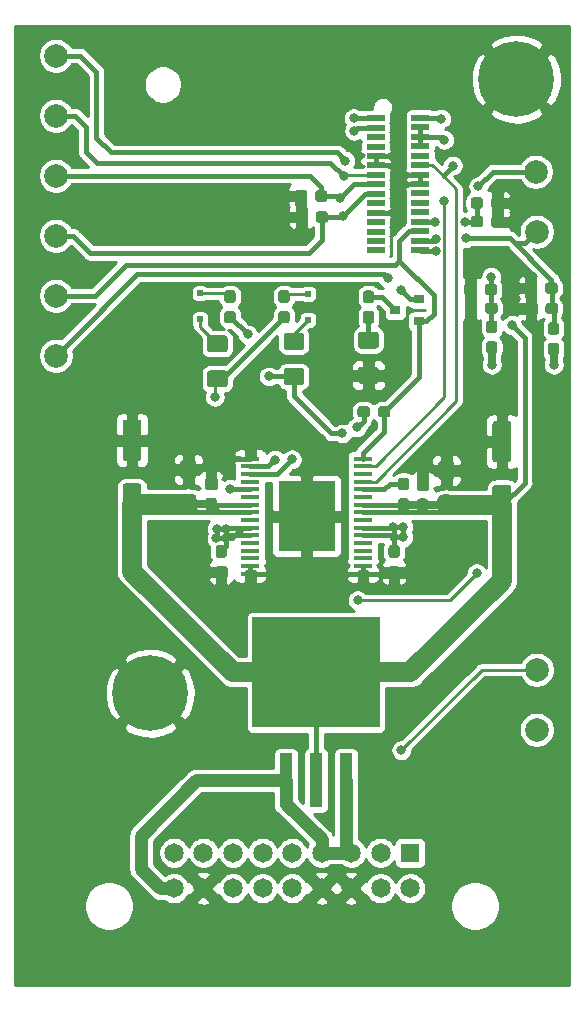
<source format=gbr>
G04 #@! TF.GenerationSoftware,KiCad,Pcbnew,(5.1.2)-2*
G04 #@! TF.CreationDate,2020-03-09T10:31:12+01:00*
G04 #@! TF.ProjectId,ETBC_2020,45544243-5f32-4303-9230-2e6b69636164,rev?*
G04 #@! TF.SameCoordinates,Original*
G04 #@! TF.FileFunction,Copper,L1,Top*
G04 #@! TF.FilePolarity,Positive*
%FSLAX46Y46*%
G04 Gerber Fmt 4.6, Leading zero omitted, Abs format (unit mm)*
G04 Created by KiCad (PCBNEW (5.1.2)-2) date 2020-03-09 10:31:12*
%MOMM*%
%LPD*%
G04 APERTURE LIST*
%ADD10C,2.000000*%
%ADD11C,0.800000*%
%ADD12C,6.400000*%
%ADD13C,0.100000*%
%ADD14C,0.950000*%
%ADD15R,10.800000X9.400000*%
%ADD16R,1.100000X4.600000*%
%ADD17C,1.350000*%
%ADD18C,1.600000*%
%ADD19C,1.425000*%
%ADD20R,0.900000X0.800000*%
%ADD21R,0.500000X0.500000*%
%ADD22R,1.650000X0.450000*%
%ADD23R,4.800000X5.900000*%
%ADD24R,1.500000X0.550000*%
%ADD25R,1.650000X1.650000*%
%ADD26C,1.650000*%
%ADD27C,0.431800*%
%ADD28C,0.635000*%
%ADD29C,1.651000*%
%ADD30C,0.250000*%
%ADD31C,1.092200*%
%ADD32C,0.254000*%
G04 APERTURE END LIST*
D10*
X120700000Y-80000000D03*
X120700000Y-85080000D03*
X120624600Y-37820000D03*
X120700000Y-42900000D03*
X80000000Y-48320000D03*
X80000000Y-53400000D03*
X80000000Y-43240000D03*
X80000000Y-38160000D03*
X80000000Y-33080000D03*
X80000000Y-28000000D03*
D11*
X120697056Y-28302944D03*
X119000000Y-27600000D03*
X117302944Y-28302944D03*
X116600000Y-30000000D03*
X117302944Y-31697056D03*
X119000000Y-32400000D03*
X120697056Y-31697056D03*
X121400000Y-30000000D03*
D12*
X119000000Y-30000000D03*
D11*
X89697056Y-80302944D03*
X88000000Y-79600000D03*
X86302944Y-80302944D03*
X85600000Y-82000000D03*
X86302944Y-83697056D03*
X88000000Y-84400000D03*
X89697056Y-83697056D03*
X90400000Y-82000000D03*
D12*
X88000000Y-82000000D03*
D13*
G36*
X101035779Y-39416844D02*
G01*
X101058834Y-39420263D01*
X101081443Y-39425927D01*
X101103387Y-39433779D01*
X101124457Y-39443744D01*
X101144448Y-39455726D01*
X101163168Y-39469610D01*
X101180438Y-39485262D01*
X101196090Y-39502532D01*
X101209974Y-39521252D01*
X101221956Y-39541243D01*
X101231921Y-39562313D01*
X101239773Y-39584257D01*
X101245437Y-39606866D01*
X101248856Y-39629921D01*
X101250000Y-39653200D01*
X101250000Y-40128200D01*
X101248856Y-40151479D01*
X101245437Y-40174534D01*
X101239773Y-40197143D01*
X101231921Y-40219087D01*
X101221956Y-40240157D01*
X101209974Y-40260148D01*
X101196090Y-40278868D01*
X101180438Y-40296138D01*
X101163168Y-40311790D01*
X101144448Y-40325674D01*
X101124457Y-40337656D01*
X101103387Y-40347621D01*
X101081443Y-40355473D01*
X101058834Y-40361137D01*
X101035779Y-40364556D01*
X101012500Y-40365700D01*
X100437500Y-40365700D01*
X100414221Y-40364556D01*
X100391166Y-40361137D01*
X100368557Y-40355473D01*
X100346613Y-40347621D01*
X100325543Y-40337656D01*
X100305552Y-40325674D01*
X100286832Y-40311790D01*
X100269562Y-40296138D01*
X100253910Y-40278868D01*
X100240026Y-40260148D01*
X100228044Y-40240157D01*
X100218079Y-40219087D01*
X100210227Y-40197143D01*
X100204563Y-40174534D01*
X100201144Y-40151479D01*
X100200000Y-40128200D01*
X100200000Y-39653200D01*
X100201144Y-39629921D01*
X100204563Y-39606866D01*
X100210227Y-39584257D01*
X100218079Y-39562313D01*
X100228044Y-39541243D01*
X100240026Y-39521252D01*
X100253910Y-39502532D01*
X100269562Y-39485262D01*
X100286832Y-39469610D01*
X100305552Y-39455726D01*
X100325543Y-39443744D01*
X100346613Y-39433779D01*
X100368557Y-39425927D01*
X100391166Y-39420263D01*
X100414221Y-39416844D01*
X100437500Y-39415700D01*
X101012500Y-39415700D01*
X101035779Y-39416844D01*
X101035779Y-39416844D01*
G37*
D14*
X100725000Y-39890700D03*
D13*
G36*
X102785779Y-39416844D02*
G01*
X102808834Y-39420263D01*
X102831443Y-39425927D01*
X102853387Y-39433779D01*
X102874457Y-39443744D01*
X102894448Y-39455726D01*
X102913168Y-39469610D01*
X102930438Y-39485262D01*
X102946090Y-39502532D01*
X102959974Y-39521252D01*
X102971956Y-39541243D01*
X102981921Y-39562313D01*
X102989773Y-39584257D01*
X102995437Y-39606866D01*
X102998856Y-39629921D01*
X103000000Y-39653200D01*
X103000000Y-40128200D01*
X102998856Y-40151479D01*
X102995437Y-40174534D01*
X102989773Y-40197143D01*
X102981921Y-40219087D01*
X102971956Y-40240157D01*
X102959974Y-40260148D01*
X102946090Y-40278868D01*
X102930438Y-40296138D01*
X102913168Y-40311790D01*
X102894448Y-40325674D01*
X102874457Y-40337656D01*
X102853387Y-40347621D01*
X102831443Y-40355473D01*
X102808834Y-40361137D01*
X102785779Y-40364556D01*
X102762500Y-40365700D01*
X102187500Y-40365700D01*
X102164221Y-40364556D01*
X102141166Y-40361137D01*
X102118557Y-40355473D01*
X102096613Y-40347621D01*
X102075543Y-40337656D01*
X102055552Y-40325674D01*
X102036832Y-40311790D01*
X102019562Y-40296138D01*
X102003910Y-40278868D01*
X101990026Y-40260148D01*
X101978044Y-40240157D01*
X101968079Y-40219087D01*
X101960227Y-40197143D01*
X101954563Y-40174534D01*
X101951144Y-40151479D01*
X101950000Y-40128200D01*
X101950000Y-39653200D01*
X101951144Y-39629921D01*
X101954563Y-39606866D01*
X101960227Y-39584257D01*
X101968079Y-39562313D01*
X101978044Y-39541243D01*
X101990026Y-39521252D01*
X102003910Y-39502532D01*
X102019562Y-39485262D01*
X102036832Y-39469610D01*
X102055552Y-39455726D01*
X102075543Y-39443744D01*
X102096613Y-39433779D01*
X102118557Y-39425927D01*
X102141166Y-39420263D01*
X102164221Y-39416844D01*
X102187500Y-39415700D01*
X102762500Y-39415700D01*
X102785779Y-39416844D01*
X102785779Y-39416844D01*
G37*
D14*
X102475000Y-39890700D03*
D13*
G36*
X101086579Y-41194844D02*
G01*
X101109634Y-41198263D01*
X101132243Y-41203927D01*
X101154187Y-41211779D01*
X101175257Y-41221744D01*
X101195248Y-41233726D01*
X101213968Y-41247610D01*
X101231238Y-41263262D01*
X101246890Y-41280532D01*
X101260774Y-41299252D01*
X101272756Y-41319243D01*
X101282721Y-41340313D01*
X101290573Y-41362257D01*
X101296237Y-41384866D01*
X101299656Y-41407921D01*
X101300800Y-41431200D01*
X101300800Y-41906200D01*
X101299656Y-41929479D01*
X101296237Y-41952534D01*
X101290573Y-41975143D01*
X101282721Y-41997087D01*
X101272756Y-42018157D01*
X101260774Y-42038148D01*
X101246890Y-42056868D01*
X101231238Y-42074138D01*
X101213968Y-42089790D01*
X101195248Y-42103674D01*
X101175257Y-42115656D01*
X101154187Y-42125621D01*
X101132243Y-42133473D01*
X101109634Y-42139137D01*
X101086579Y-42142556D01*
X101063300Y-42143700D01*
X100488300Y-42143700D01*
X100465021Y-42142556D01*
X100441966Y-42139137D01*
X100419357Y-42133473D01*
X100397413Y-42125621D01*
X100376343Y-42115656D01*
X100356352Y-42103674D01*
X100337632Y-42089790D01*
X100320362Y-42074138D01*
X100304710Y-42056868D01*
X100290826Y-42038148D01*
X100278844Y-42018157D01*
X100268879Y-41997087D01*
X100261027Y-41975143D01*
X100255363Y-41952534D01*
X100251944Y-41929479D01*
X100250800Y-41906200D01*
X100250800Y-41431200D01*
X100251944Y-41407921D01*
X100255363Y-41384866D01*
X100261027Y-41362257D01*
X100268879Y-41340313D01*
X100278844Y-41319243D01*
X100290826Y-41299252D01*
X100304710Y-41280532D01*
X100320362Y-41263262D01*
X100337632Y-41247610D01*
X100356352Y-41233726D01*
X100376343Y-41221744D01*
X100397413Y-41211779D01*
X100419357Y-41203927D01*
X100441966Y-41198263D01*
X100465021Y-41194844D01*
X100488300Y-41193700D01*
X101063300Y-41193700D01*
X101086579Y-41194844D01*
X101086579Y-41194844D01*
G37*
D14*
X100775800Y-41668700D03*
D13*
G36*
X102836579Y-41194844D02*
G01*
X102859634Y-41198263D01*
X102882243Y-41203927D01*
X102904187Y-41211779D01*
X102925257Y-41221744D01*
X102945248Y-41233726D01*
X102963968Y-41247610D01*
X102981238Y-41263262D01*
X102996890Y-41280532D01*
X103010774Y-41299252D01*
X103022756Y-41319243D01*
X103032721Y-41340313D01*
X103040573Y-41362257D01*
X103046237Y-41384866D01*
X103049656Y-41407921D01*
X103050800Y-41431200D01*
X103050800Y-41906200D01*
X103049656Y-41929479D01*
X103046237Y-41952534D01*
X103040573Y-41975143D01*
X103032721Y-41997087D01*
X103022756Y-42018157D01*
X103010774Y-42038148D01*
X102996890Y-42056868D01*
X102981238Y-42074138D01*
X102963968Y-42089790D01*
X102945248Y-42103674D01*
X102925257Y-42115656D01*
X102904187Y-42125621D01*
X102882243Y-42133473D01*
X102859634Y-42139137D01*
X102836579Y-42142556D01*
X102813300Y-42143700D01*
X102238300Y-42143700D01*
X102215021Y-42142556D01*
X102191966Y-42139137D01*
X102169357Y-42133473D01*
X102147413Y-42125621D01*
X102126343Y-42115656D01*
X102106352Y-42103674D01*
X102087632Y-42089790D01*
X102070362Y-42074138D01*
X102054710Y-42056868D01*
X102040826Y-42038148D01*
X102028844Y-42018157D01*
X102018879Y-41997087D01*
X102011027Y-41975143D01*
X102005363Y-41952534D01*
X102001944Y-41929479D01*
X102000800Y-41906200D01*
X102000800Y-41431200D01*
X102001944Y-41407921D01*
X102005363Y-41384866D01*
X102011027Y-41362257D01*
X102018879Y-41340313D01*
X102028844Y-41319243D01*
X102040826Y-41299252D01*
X102054710Y-41280532D01*
X102070362Y-41263262D01*
X102087632Y-41247610D01*
X102106352Y-41233726D01*
X102126343Y-41221744D01*
X102147413Y-41211779D01*
X102169357Y-41203927D01*
X102191966Y-41198263D01*
X102215021Y-41194844D01*
X102238300Y-41193700D01*
X102813300Y-41193700D01*
X102836579Y-41194844D01*
X102836579Y-41194844D01*
G37*
D14*
X102525800Y-41668700D03*
D15*
X102038100Y-80226600D03*
D16*
X104578100Y-89376600D03*
X102038100Y-89376600D03*
X99498100Y-89376600D03*
D13*
G36*
X91660905Y-62264404D02*
G01*
X91685173Y-62268004D01*
X91708972Y-62273965D01*
X91732071Y-62282230D01*
X91754250Y-62292720D01*
X91775293Y-62305332D01*
X91794999Y-62319947D01*
X91813177Y-62336423D01*
X91829653Y-62354601D01*
X91844268Y-62374307D01*
X91856880Y-62395350D01*
X91867370Y-62417529D01*
X91875635Y-62440628D01*
X91881596Y-62464427D01*
X91885196Y-62488695D01*
X91886400Y-62513199D01*
X91886400Y-63588201D01*
X91885196Y-63612705D01*
X91881596Y-63636973D01*
X91875635Y-63660772D01*
X91867370Y-63683871D01*
X91856880Y-63706050D01*
X91844268Y-63727093D01*
X91829653Y-63746799D01*
X91813177Y-63764977D01*
X91794999Y-63781453D01*
X91775293Y-63796068D01*
X91754250Y-63808680D01*
X91732071Y-63819170D01*
X91708972Y-63827435D01*
X91685173Y-63833396D01*
X91660905Y-63836996D01*
X91636401Y-63838200D01*
X90786399Y-63838200D01*
X90761895Y-63836996D01*
X90737627Y-63833396D01*
X90713828Y-63827435D01*
X90690729Y-63819170D01*
X90668550Y-63808680D01*
X90647507Y-63796068D01*
X90627801Y-63781453D01*
X90609623Y-63764977D01*
X90593147Y-63746799D01*
X90578532Y-63727093D01*
X90565920Y-63706050D01*
X90555430Y-63683871D01*
X90547165Y-63660772D01*
X90541204Y-63636973D01*
X90537604Y-63612705D01*
X90536400Y-63588201D01*
X90536400Y-62513199D01*
X90537604Y-62488695D01*
X90541204Y-62464427D01*
X90547165Y-62440628D01*
X90555430Y-62417529D01*
X90565920Y-62395350D01*
X90578532Y-62374307D01*
X90593147Y-62354601D01*
X90609623Y-62336423D01*
X90627801Y-62319947D01*
X90647507Y-62305332D01*
X90668550Y-62292720D01*
X90690729Y-62282230D01*
X90713828Y-62273965D01*
X90737627Y-62268004D01*
X90761895Y-62264404D01*
X90786399Y-62263200D01*
X91636401Y-62263200D01*
X91660905Y-62264404D01*
X91660905Y-62264404D01*
G37*
D17*
X91211400Y-63050700D03*
D13*
G36*
X91660905Y-65139404D02*
G01*
X91685173Y-65143004D01*
X91708972Y-65148965D01*
X91732071Y-65157230D01*
X91754250Y-65167720D01*
X91775293Y-65180332D01*
X91794999Y-65194947D01*
X91813177Y-65211423D01*
X91829653Y-65229601D01*
X91844268Y-65249307D01*
X91856880Y-65270350D01*
X91867370Y-65292529D01*
X91875635Y-65315628D01*
X91881596Y-65339427D01*
X91885196Y-65363695D01*
X91886400Y-65388199D01*
X91886400Y-66463201D01*
X91885196Y-66487705D01*
X91881596Y-66511973D01*
X91875635Y-66535772D01*
X91867370Y-66558871D01*
X91856880Y-66581050D01*
X91844268Y-66602093D01*
X91829653Y-66621799D01*
X91813177Y-66639977D01*
X91794999Y-66656453D01*
X91775293Y-66671068D01*
X91754250Y-66683680D01*
X91732071Y-66694170D01*
X91708972Y-66702435D01*
X91685173Y-66708396D01*
X91660905Y-66711996D01*
X91636401Y-66713200D01*
X90786399Y-66713200D01*
X90761895Y-66711996D01*
X90737627Y-66708396D01*
X90713828Y-66702435D01*
X90690729Y-66694170D01*
X90668550Y-66683680D01*
X90647507Y-66671068D01*
X90627801Y-66656453D01*
X90609623Y-66639977D01*
X90593147Y-66621799D01*
X90578532Y-66602093D01*
X90565920Y-66581050D01*
X90555430Y-66558871D01*
X90547165Y-66535772D01*
X90541204Y-66511973D01*
X90537604Y-66487705D01*
X90536400Y-66463201D01*
X90536400Y-65388199D01*
X90537604Y-65363695D01*
X90541204Y-65339427D01*
X90547165Y-65315628D01*
X90555430Y-65292529D01*
X90565920Y-65270350D01*
X90578532Y-65249307D01*
X90593147Y-65229601D01*
X90609623Y-65211423D01*
X90627801Y-65194947D01*
X90647507Y-65180332D01*
X90668550Y-65167720D01*
X90690729Y-65157230D01*
X90713828Y-65148965D01*
X90737627Y-65143004D01*
X90761895Y-65139404D01*
X90786399Y-65138200D01*
X91636401Y-65138200D01*
X91660905Y-65139404D01*
X91660905Y-65139404D01*
G37*
D17*
X91211400Y-65925700D03*
D13*
G36*
X113492205Y-62340604D02*
G01*
X113516473Y-62344204D01*
X113540272Y-62350165D01*
X113563371Y-62358430D01*
X113585550Y-62368920D01*
X113606593Y-62381532D01*
X113626299Y-62396147D01*
X113644477Y-62412623D01*
X113660953Y-62430801D01*
X113675568Y-62450507D01*
X113688180Y-62471550D01*
X113698670Y-62493729D01*
X113706935Y-62516828D01*
X113712896Y-62540627D01*
X113716496Y-62564895D01*
X113717700Y-62589399D01*
X113717700Y-63664401D01*
X113716496Y-63688905D01*
X113712896Y-63713173D01*
X113706935Y-63736972D01*
X113698670Y-63760071D01*
X113688180Y-63782250D01*
X113675568Y-63803293D01*
X113660953Y-63822999D01*
X113644477Y-63841177D01*
X113626299Y-63857653D01*
X113606593Y-63872268D01*
X113585550Y-63884880D01*
X113563371Y-63895370D01*
X113540272Y-63903635D01*
X113516473Y-63909596D01*
X113492205Y-63913196D01*
X113467701Y-63914400D01*
X112617699Y-63914400D01*
X112593195Y-63913196D01*
X112568927Y-63909596D01*
X112545128Y-63903635D01*
X112522029Y-63895370D01*
X112499850Y-63884880D01*
X112478807Y-63872268D01*
X112459101Y-63857653D01*
X112440923Y-63841177D01*
X112424447Y-63822999D01*
X112409832Y-63803293D01*
X112397220Y-63782250D01*
X112386730Y-63760071D01*
X112378465Y-63736972D01*
X112372504Y-63713173D01*
X112368904Y-63688905D01*
X112367700Y-63664401D01*
X112367700Y-62589399D01*
X112368904Y-62564895D01*
X112372504Y-62540627D01*
X112378465Y-62516828D01*
X112386730Y-62493729D01*
X112397220Y-62471550D01*
X112409832Y-62450507D01*
X112424447Y-62430801D01*
X112440923Y-62412623D01*
X112459101Y-62396147D01*
X112478807Y-62381532D01*
X112499850Y-62368920D01*
X112522029Y-62358430D01*
X112545128Y-62350165D01*
X112568927Y-62344204D01*
X112593195Y-62340604D01*
X112617699Y-62339400D01*
X113467701Y-62339400D01*
X113492205Y-62340604D01*
X113492205Y-62340604D01*
G37*
D17*
X113042700Y-63126900D03*
D13*
G36*
X113492205Y-65215604D02*
G01*
X113516473Y-65219204D01*
X113540272Y-65225165D01*
X113563371Y-65233430D01*
X113585550Y-65243920D01*
X113606593Y-65256532D01*
X113626299Y-65271147D01*
X113644477Y-65287623D01*
X113660953Y-65305801D01*
X113675568Y-65325507D01*
X113688180Y-65346550D01*
X113698670Y-65368729D01*
X113706935Y-65391828D01*
X113712896Y-65415627D01*
X113716496Y-65439895D01*
X113717700Y-65464399D01*
X113717700Y-66539401D01*
X113716496Y-66563905D01*
X113712896Y-66588173D01*
X113706935Y-66611972D01*
X113698670Y-66635071D01*
X113688180Y-66657250D01*
X113675568Y-66678293D01*
X113660953Y-66697999D01*
X113644477Y-66716177D01*
X113626299Y-66732653D01*
X113606593Y-66747268D01*
X113585550Y-66759880D01*
X113563371Y-66770370D01*
X113540272Y-66778635D01*
X113516473Y-66784596D01*
X113492205Y-66788196D01*
X113467701Y-66789400D01*
X112617699Y-66789400D01*
X112593195Y-66788196D01*
X112568927Y-66784596D01*
X112545128Y-66778635D01*
X112522029Y-66770370D01*
X112499850Y-66759880D01*
X112478807Y-66747268D01*
X112459101Y-66732653D01*
X112440923Y-66716177D01*
X112424447Y-66697999D01*
X112409832Y-66678293D01*
X112397220Y-66657250D01*
X112386730Y-66635071D01*
X112378465Y-66611972D01*
X112372504Y-66588173D01*
X112368904Y-66563905D01*
X112367700Y-66539401D01*
X112367700Y-65464399D01*
X112368904Y-65439895D01*
X112372504Y-65415627D01*
X112378465Y-65391828D01*
X112386730Y-65368729D01*
X112397220Y-65346550D01*
X112409832Y-65325507D01*
X112424447Y-65305801D01*
X112440923Y-65287623D01*
X112459101Y-65271147D01*
X112478807Y-65256532D01*
X112499850Y-65243920D01*
X112522029Y-65233430D01*
X112545128Y-65225165D01*
X112568927Y-65219204D01*
X112593195Y-65215604D01*
X112617699Y-65214400D01*
X113467701Y-65214400D01*
X113492205Y-65215604D01*
X113492205Y-65215604D01*
G37*
D17*
X113042700Y-66001900D03*
D13*
G36*
X87023404Y-58815004D02*
G01*
X87047673Y-58818604D01*
X87071471Y-58824565D01*
X87094571Y-58832830D01*
X87116749Y-58843320D01*
X87137793Y-58855933D01*
X87157498Y-58870547D01*
X87175677Y-58887023D01*
X87192153Y-58905202D01*
X87206767Y-58924907D01*
X87219380Y-58945951D01*
X87229870Y-58968129D01*
X87238135Y-58991229D01*
X87244096Y-59015027D01*
X87247696Y-59039296D01*
X87248900Y-59063800D01*
X87248900Y-62063800D01*
X87247696Y-62088304D01*
X87244096Y-62112573D01*
X87238135Y-62136371D01*
X87229870Y-62159471D01*
X87219380Y-62181649D01*
X87206767Y-62202693D01*
X87192153Y-62222398D01*
X87175677Y-62240577D01*
X87157498Y-62257053D01*
X87137793Y-62271667D01*
X87116749Y-62284280D01*
X87094571Y-62294770D01*
X87071471Y-62303035D01*
X87047673Y-62308996D01*
X87023404Y-62312596D01*
X86998900Y-62313800D01*
X85898900Y-62313800D01*
X85874396Y-62312596D01*
X85850127Y-62308996D01*
X85826329Y-62303035D01*
X85803229Y-62294770D01*
X85781051Y-62284280D01*
X85760007Y-62271667D01*
X85740302Y-62257053D01*
X85722123Y-62240577D01*
X85705647Y-62222398D01*
X85691033Y-62202693D01*
X85678420Y-62181649D01*
X85667930Y-62159471D01*
X85659665Y-62136371D01*
X85653704Y-62112573D01*
X85650104Y-62088304D01*
X85648900Y-62063800D01*
X85648900Y-59063800D01*
X85650104Y-59039296D01*
X85653704Y-59015027D01*
X85659665Y-58991229D01*
X85667930Y-58968129D01*
X85678420Y-58945951D01*
X85691033Y-58924907D01*
X85705647Y-58905202D01*
X85722123Y-58887023D01*
X85740302Y-58870547D01*
X85760007Y-58855933D01*
X85781051Y-58843320D01*
X85803229Y-58832830D01*
X85826329Y-58824565D01*
X85850127Y-58818604D01*
X85874396Y-58815004D01*
X85898900Y-58813800D01*
X86998900Y-58813800D01*
X87023404Y-58815004D01*
X87023404Y-58815004D01*
G37*
D18*
X86448900Y-60563800D03*
D13*
G36*
X87023404Y-64215004D02*
G01*
X87047673Y-64218604D01*
X87071471Y-64224565D01*
X87094571Y-64232830D01*
X87116749Y-64243320D01*
X87137793Y-64255933D01*
X87157498Y-64270547D01*
X87175677Y-64287023D01*
X87192153Y-64305202D01*
X87206767Y-64324907D01*
X87219380Y-64345951D01*
X87229870Y-64368129D01*
X87238135Y-64391229D01*
X87244096Y-64415027D01*
X87247696Y-64439296D01*
X87248900Y-64463800D01*
X87248900Y-67463800D01*
X87247696Y-67488304D01*
X87244096Y-67512573D01*
X87238135Y-67536371D01*
X87229870Y-67559471D01*
X87219380Y-67581649D01*
X87206767Y-67602693D01*
X87192153Y-67622398D01*
X87175677Y-67640577D01*
X87157498Y-67657053D01*
X87137793Y-67671667D01*
X87116749Y-67684280D01*
X87094571Y-67694770D01*
X87071471Y-67703035D01*
X87047673Y-67708996D01*
X87023404Y-67712596D01*
X86998900Y-67713800D01*
X85898900Y-67713800D01*
X85874396Y-67712596D01*
X85850127Y-67708996D01*
X85826329Y-67703035D01*
X85803229Y-67694770D01*
X85781051Y-67684280D01*
X85760007Y-67671667D01*
X85740302Y-67657053D01*
X85722123Y-67640577D01*
X85705647Y-67622398D01*
X85691033Y-67602693D01*
X85678420Y-67581649D01*
X85667930Y-67559471D01*
X85659665Y-67536371D01*
X85653704Y-67512573D01*
X85650104Y-67488304D01*
X85648900Y-67463800D01*
X85648900Y-64463800D01*
X85650104Y-64439296D01*
X85653704Y-64415027D01*
X85659665Y-64391229D01*
X85667930Y-64368129D01*
X85678420Y-64345951D01*
X85691033Y-64324907D01*
X85705647Y-64305202D01*
X85722123Y-64287023D01*
X85740302Y-64270547D01*
X85760007Y-64255933D01*
X85781051Y-64243320D01*
X85803229Y-64232830D01*
X85826329Y-64224565D01*
X85850127Y-64218604D01*
X85874396Y-64215004D01*
X85898900Y-64213800D01*
X86998900Y-64213800D01*
X87023404Y-64215004D01*
X87023404Y-64215004D01*
G37*
D18*
X86448900Y-65963800D03*
D13*
G36*
X118341604Y-58936904D02*
G01*
X118365873Y-58940504D01*
X118389671Y-58946465D01*
X118412771Y-58954730D01*
X118434949Y-58965220D01*
X118455993Y-58977833D01*
X118475698Y-58992447D01*
X118493877Y-59008923D01*
X118510353Y-59027102D01*
X118524967Y-59046807D01*
X118537580Y-59067851D01*
X118548070Y-59090029D01*
X118556335Y-59113129D01*
X118562296Y-59136927D01*
X118565896Y-59161196D01*
X118567100Y-59185700D01*
X118567100Y-62185700D01*
X118565896Y-62210204D01*
X118562296Y-62234473D01*
X118556335Y-62258271D01*
X118548070Y-62281371D01*
X118537580Y-62303549D01*
X118524967Y-62324593D01*
X118510353Y-62344298D01*
X118493877Y-62362477D01*
X118475698Y-62378953D01*
X118455993Y-62393567D01*
X118434949Y-62406180D01*
X118412771Y-62416670D01*
X118389671Y-62424935D01*
X118365873Y-62430896D01*
X118341604Y-62434496D01*
X118317100Y-62435700D01*
X117217100Y-62435700D01*
X117192596Y-62434496D01*
X117168327Y-62430896D01*
X117144529Y-62424935D01*
X117121429Y-62416670D01*
X117099251Y-62406180D01*
X117078207Y-62393567D01*
X117058502Y-62378953D01*
X117040323Y-62362477D01*
X117023847Y-62344298D01*
X117009233Y-62324593D01*
X116996620Y-62303549D01*
X116986130Y-62281371D01*
X116977865Y-62258271D01*
X116971904Y-62234473D01*
X116968304Y-62210204D01*
X116967100Y-62185700D01*
X116967100Y-59185700D01*
X116968304Y-59161196D01*
X116971904Y-59136927D01*
X116977865Y-59113129D01*
X116986130Y-59090029D01*
X116996620Y-59067851D01*
X117009233Y-59046807D01*
X117023847Y-59027102D01*
X117040323Y-59008923D01*
X117058502Y-58992447D01*
X117078207Y-58977833D01*
X117099251Y-58965220D01*
X117121429Y-58954730D01*
X117144529Y-58946465D01*
X117168327Y-58940504D01*
X117192596Y-58936904D01*
X117217100Y-58935700D01*
X118317100Y-58935700D01*
X118341604Y-58936904D01*
X118341604Y-58936904D01*
G37*
D18*
X117767100Y-60685700D03*
D13*
G36*
X118341604Y-64336904D02*
G01*
X118365873Y-64340504D01*
X118389671Y-64346465D01*
X118412771Y-64354730D01*
X118434949Y-64365220D01*
X118455993Y-64377833D01*
X118475698Y-64392447D01*
X118493877Y-64408923D01*
X118510353Y-64427102D01*
X118524967Y-64446807D01*
X118537580Y-64467851D01*
X118548070Y-64490029D01*
X118556335Y-64513129D01*
X118562296Y-64536927D01*
X118565896Y-64561196D01*
X118567100Y-64585700D01*
X118567100Y-67585700D01*
X118565896Y-67610204D01*
X118562296Y-67634473D01*
X118556335Y-67658271D01*
X118548070Y-67681371D01*
X118537580Y-67703549D01*
X118524967Y-67724593D01*
X118510353Y-67744298D01*
X118493877Y-67762477D01*
X118475698Y-67778953D01*
X118455993Y-67793567D01*
X118434949Y-67806180D01*
X118412771Y-67816670D01*
X118389671Y-67824935D01*
X118365873Y-67830896D01*
X118341604Y-67834496D01*
X118317100Y-67835700D01*
X117217100Y-67835700D01*
X117192596Y-67834496D01*
X117168327Y-67830896D01*
X117144529Y-67824935D01*
X117121429Y-67816670D01*
X117099251Y-67806180D01*
X117078207Y-67793567D01*
X117058502Y-67778953D01*
X117040323Y-67762477D01*
X117023847Y-67744298D01*
X117009233Y-67724593D01*
X116996620Y-67703549D01*
X116986130Y-67681371D01*
X116977865Y-67658271D01*
X116971904Y-67634473D01*
X116968304Y-67610204D01*
X116967100Y-67585700D01*
X116967100Y-64585700D01*
X116968304Y-64561196D01*
X116971904Y-64536927D01*
X116977865Y-64513129D01*
X116986130Y-64490029D01*
X116996620Y-64467851D01*
X117009233Y-64446807D01*
X117023847Y-64427102D01*
X117040323Y-64408923D01*
X117058502Y-64392447D01*
X117078207Y-64377833D01*
X117099251Y-64365220D01*
X117121429Y-64354730D01*
X117144529Y-64346465D01*
X117168327Y-64340504D01*
X117192596Y-64336904D01*
X117217100Y-64335700D01*
X118317100Y-64335700D01*
X118341604Y-64336904D01*
X118341604Y-64336904D01*
G37*
D18*
X117767100Y-66085700D03*
D13*
G36*
X107113604Y-51380904D02*
G01*
X107137873Y-51384504D01*
X107161671Y-51390465D01*
X107184771Y-51398730D01*
X107206949Y-51409220D01*
X107227993Y-51421833D01*
X107247698Y-51436447D01*
X107265877Y-51452923D01*
X107282353Y-51471102D01*
X107296967Y-51490807D01*
X107309580Y-51511851D01*
X107320070Y-51534029D01*
X107328335Y-51557129D01*
X107334296Y-51580927D01*
X107337896Y-51605196D01*
X107339100Y-51629700D01*
X107339100Y-52554700D01*
X107337896Y-52579204D01*
X107334296Y-52603473D01*
X107328335Y-52627271D01*
X107320070Y-52650371D01*
X107309580Y-52672549D01*
X107296967Y-52693593D01*
X107282353Y-52713298D01*
X107265877Y-52731477D01*
X107247698Y-52747953D01*
X107227993Y-52762567D01*
X107206949Y-52775180D01*
X107184771Y-52785670D01*
X107161671Y-52793935D01*
X107137873Y-52799896D01*
X107113604Y-52803496D01*
X107089100Y-52804700D01*
X105839100Y-52804700D01*
X105814596Y-52803496D01*
X105790327Y-52799896D01*
X105766529Y-52793935D01*
X105743429Y-52785670D01*
X105721251Y-52775180D01*
X105700207Y-52762567D01*
X105680502Y-52747953D01*
X105662323Y-52731477D01*
X105645847Y-52713298D01*
X105631233Y-52693593D01*
X105618620Y-52672549D01*
X105608130Y-52650371D01*
X105599865Y-52627271D01*
X105593904Y-52603473D01*
X105590304Y-52579204D01*
X105589100Y-52554700D01*
X105589100Y-51629700D01*
X105590304Y-51605196D01*
X105593904Y-51580927D01*
X105599865Y-51557129D01*
X105608130Y-51534029D01*
X105618620Y-51511851D01*
X105631233Y-51490807D01*
X105645847Y-51471102D01*
X105662323Y-51452923D01*
X105680502Y-51436447D01*
X105700207Y-51421833D01*
X105721251Y-51409220D01*
X105743429Y-51398730D01*
X105766529Y-51390465D01*
X105790327Y-51384504D01*
X105814596Y-51380904D01*
X105839100Y-51379700D01*
X107089100Y-51379700D01*
X107113604Y-51380904D01*
X107113604Y-51380904D01*
G37*
D19*
X106464100Y-52092200D03*
D13*
G36*
X107113604Y-54355904D02*
G01*
X107137873Y-54359504D01*
X107161671Y-54365465D01*
X107184771Y-54373730D01*
X107206949Y-54384220D01*
X107227993Y-54396833D01*
X107247698Y-54411447D01*
X107265877Y-54427923D01*
X107282353Y-54446102D01*
X107296967Y-54465807D01*
X107309580Y-54486851D01*
X107320070Y-54509029D01*
X107328335Y-54532129D01*
X107334296Y-54555927D01*
X107337896Y-54580196D01*
X107339100Y-54604700D01*
X107339100Y-55529700D01*
X107337896Y-55554204D01*
X107334296Y-55578473D01*
X107328335Y-55602271D01*
X107320070Y-55625371D01*
X107309580Y-55647549D01*
X107296967Y-55668593D01*
X107282353Y-55688298D01*
X107265877Y-55706477D01*
X107247698Y-55722953D01*
X107227993Y-55737567D01*
X107206949Y-55750180D01*
X107184771Y-55760670D01*
X107161671Y-55768935D01*
X107137873Y-55774896D01*
X107113604Y-55778496D01*
X107089100Y-55779700D01*
X105839100Y-55779700D01*
X105814596Y-55778496D01*
X105790327Y-55774896D01*
X105766529Y-55768935D01*
X105743429Y-55760670D01*
X105721251Y-55750180D01*
X105700207Y-55737567D01*
X105680502Y-55722953D01*
X105662323Y-55706477D01*
X105645847Y-55688298D01*
X105631233Y-55668593D01*
X105618620Y-55647549D01*
X105608130Y-55625371D01*
X105599865Y-55602271D01*
X105593904Y-55578473D01*
X105590304Y-55554204D01*
X105589100Y-55529700D01*
X105589100Y-54604700D01*
X105590304Y-54580196D01*
X105593904Y-54555927D01*
X105599865Y-54532129D01*
X105608130Y-54509029D01*
X105618620Y-54486851D01*
X105631233Y-54465807D01*
X105645847Y-54446102D01*
X105662323Y-54427923D01*
X105680502Y-54411447D01*
X105700207Y-54396833D01*
X105721251Y-54384220D01*
X105743429Y-54373730D01*
X105766529Y-54365465D01*
X105790327Y-54359504D01*
X105814596Y-54355904D01*
X105839100Y-54354700D01*
X107089100Y-54354700D01*
X107113604Y-54355904D01*
X107113604Y-54355904D01*
G37*
D19*
X106464100Y-55067200D03*
D13*
G36*
X100801704Y-54460704D02*
G01*
X100825973Y-54464304D01*
X100849771Y-54470265D01*
X100872871Y-54478530D01*
X100895049Y-54489020D01*
X100916093Y-54501633D01*
X100935798Y-54516247D01*
X100953977Y-54532723D01*
X100970453Y-54550902D01*
X100985067Y-54570607D01*
X100997680Y-54591651D01*
X101008170Y-54613829D01*
X101016435Y-54636929D01*
X101022396Y-54660727D01*
X101025996Y-54684996D01*
X101027200Y-54709500D01*
X101027200Y-55634500D01*
X101025996Y-55659004D01*
X101022396Y-55683273D01*
X101016435Y-55707071D01*
X101008170Y-55730171D01*
X100997680Y-55752349D01*
X100985067Y-55773393D01*
X100970453Y-55793098D01*
X100953977Y-55811277D01*
X100935798Y-55827753D01*
X100916093Y-55842367D01*
X100895049Y-55854980D01*
X100872871Y-55865470D01*
X100849771Y-55873735D01*
X100825973Y-55879696D01*
X100801704Y-55883296D01*
X100777200Y-55884500D01*
X99527200Y-55884500D01*
X99502696Y-55883296D01*
X99478427Y-55879696D01*
X99454629Y-55873735D01*
X99431529Y-55865470D01*
X99409351Y-55854980D01*
X99388307Y-55842367D01*
X99368602Y-55827753D01*
X99350423Y-55811277D01*
X99333947Y-55793098D01*
X99319333Y-55773393D01*
X99306720Y-55752349D01*
X99296230Y-55730171D01*
X99287965Y-55707071D01*
X99282004Y-55683273D01*
X99278404Y-55659004D01*
X99277200Y-55634500D01*
X99277200Y-54709500D01*
X99278404Y-54684996D01*
X99282004Y-54660727D01*
X99287965Y-54636929D01*
X99296230Y-54613829D01*
X99306720Y-54591651D01*
X99319333Y-54570607D01*
X99333947Y-54550902D01*
X99350423Y-54532723D01*
X99368602Y-54516247D01*
X99388307Y-54501633D01*
X99409351Y-54489020D01*
X99431529Y-54478530D01*
X99454629Y-54470265D01*
X99478427Y-54464304D01*
X99502696Y-54460704D01*
X99527200Y-54459500D01*
X100777200Y-54459500D01*
X100801704Y-54460704D01*
X100801704Y-54460704D01*
G37*
D19*
X100152200Y-55172000D03*
D13*
G36*
X100801704Y-51485704D02*
G01*
X100825973Y-51489304D01*
X100849771Y-51495265D01*
X100872871Y-51503530D01*
X100895049Y-51514020D01*
X100916093Y-51526633D01*
X100935798Y-51541247D01*
X100953977Y-51557723D01*
X100970453Y-51575902D01*
X100985067Y-51595607D01*
X100997680Y-51616651D01*
X101008170Y-51638829D01*
X101016435Y-51661929D01*
X101022396Y-51685727D01*
X101025996Y-51709996D01*
X101027200Y-51734500D01*
X101027200Y-52659500D01*
X101025996Y-52684004D01*
X101022396Y-52708273D01*
X101016435Y-52732071D01*
X101008170Y-52755171D01*
X100997680Y-52777349D01*
X100985067Y-52798393D01*
X100970453Y-52818098D01*
X100953977Y-52836277D01*
X100935798Y-52852753D01*
X100916093Y-52867367D01*
X100895049Y-52879980D01*
X100872871Y-52890470D01*
X100849771Y-52898735D01*
X100825973Y-52904696D01*
X100801704Y-52908296D01*
X100777200Y-52909500D01*
X99527200Y-52909500D01*
X99502696Y-52908296D01*
X99478427Y-52904696D01*
X99454629Y-52898735D01*
X99431529Y-52890470D01*
X99409351Y-52879980D01*
X99388307Y-52867367D01*
X99368602Y-52852753D01*
X99350423Y-52836277D01*
X99333947Y-52818098D01*
X99319333Y-52798393D01*
X99306720Y-52777349D01*
X99296230Y-52755171D01*
X99287965Y-52732071D01*
X99282004Y-52708273D01*
X99278404Y-52684004D01*
X99277200Y-52659500D01*
X99277200Y-51734500D01*
X99278404Y-51709996D01*
X99282004Y-51685727D01*
X99287965Y-51661929D01*
X99296230Y-51638829D01*
X99306720Y-51616651D01*
X99319333Y-51595607D01*
X99333947Y-51575902D01*
X99350423Y-51557723D01*
X99368602Y-51541247D01*
X99388307Y-51526633D01*
X99409351Y-51514020D01*
X99431529Y-51503530D01*
X99454629Y-51495265D01*
X99478427Y-51489304D01*
X99502696Y-51485704D01*
X99527200Y-51484500D01*
X100777200Y-51484500D01*
X100801704Y-51485704D01*
X100801704Y-51485704D01*
G37*
D19*
X100152200Y-52197000D03*
D13*
G36*
X94312004Y-54663904D02*
G01*
X94336273Y-54667504D01*
X94360071Y-54673465D01*
X94383171Y-54681730D01*
X94405349Y-54692220D01*
X94426393Y-54704833D01*
X94446098Y-54719447D01*
X94464277Y-54735923D01*
X94480753Y-54754102D01*
X94495367Y-54773807D01*
X94507980Y-54794851D01*
X94518470Y-54817029D01*
X94526735Y-54840129D01*
X94532696Y-54863927D01*
X94536296Y-54888196D01*
X94537500Y-54912700D01*
X94537500Y-55837700D01*
X94536296Y-55862204D01*
X94532696Y-55886473D01*
X94526735Y-55910271D01*
X94518470Y-55933371D01*
X94507980Y-55955549D01*
X94495367Y-55976593D01*
X94480753Y-55996298D01*
X94464277Y-56014477D01*
X94446098Y-56030953D01*
X94426393Y-56045567D01*
X94405349Y-56058180D01*
X94383171Y-56068670D01*
X94360071Y-56076935D01*
X94336273Y-56082896D01*
X94312004Y-56086496D01*
X94287500Y-56087700D01*
X93037500Y-56087700D01*
X93012996Y-56086496D01*
X92988727Y-56082896D01*
X92964929Y-56076935D01*
X92941829Y-56068670D01*
X92919651Y-56058180D01*
X92898607Y-56045567D01*
X92878902Y-56030953D01*
X92860723Y-56014477D01*
X92844247Y-55996298D01*
X92829633Y-55976593D01*
X92817020Y-55955549D01*
X92806530Y-55933371D01*
X92798265Y-55910271D01*
X92792304Y-55886473D01*
X92788704Y-55862204D01*
X92787500Y-55837700D01*
X92787500Y-54912700D01*
X92788704Y-54888196D01*
X92792304Y-54863927D01*
X92798265Y-54840129D01*
X92806530Y-54817029D01*
X92817020Y-54794851D01*
X92829633Y-54773807D01*
X92844247Y-54754102D01*
X92860723Y-54735923D01*
X92878902Y-54719447D01*
X92898607Y-54704833D01*
X92919651Y-54692220D01*
X92941829Y-54681730D01*
X92964929Y-54673465D01*
X92988727Y-54667504D01*
X93012996Y-54663904D01*
X93037500Y-54662700D01*
X94287500Y-54662700D01*
X94312004Y-54663904D01*
X94312004Y-54663904D01*
G37*
D19*
X93662500Y-55375200D03*
D13*
G36*
X94312004Y-51688904D02*
G01*
X94336273Y-51692504D01*
X94360071Y-51698465D01*
X94383171Y-51706730D01*
X94405349Y-51717220D01*
X94426393Y-51729833D01*
X94446098Y-51744447D01*
X94464277Y-51760923D01*
X94480753Y-51779102D01*
X94495367Y-51798807D01*
X94507980Y-51819851D01*
X94518470Y-51842029D01*
X94526735Y-51865129D01*
X94532696Y-51888927D01*
X94536296Y-51913196D01*
X94537500Y-51937700D01*
X94537500Y-52862700D01*
X94536296Y-52887204D01*
X94532696Y-52911473D01*
X94526735Y-52935271D01*
X94518470Y-52958371D01*
X94507980Y-52980549D01*
X94495367Y-53001593D01*
X94480753Y-53021298D01*
X94464277Y-53039477D01*
X94446098Y-53055953D01*
X94426393Y-53070567D01*
X94405349Y-53083180D01*
X94383171Y-53093670D01*
X94360071Y-53101935D01*
X94336273Y-53107896D01*
X94312004Y-53111496D01*
X94287500Y-53112700D01*
X93037500Y-53112700D01*
X93012996Y-53111496D01*
X92988727Y-53107896D01*
X92964929Y-53101935D01*
X92941829Y-53093670D01*
X92919651Y-53083180D01*
X92898607Y-53070567D01*
X92878902Y-53055953D01*
X92860723Y-53039477D01*
X92844247Y-53021298D01*
X92829633Y-53001593D01*
X92817020Y-52980549D01*
X92806530Y-52958371D01*
X92798265Y-52935271D01*
X92792304Y-52911473D01*
X92788704Y-52887204D01*
X92787500Y-52862700D01*
X92787500Y-51937700D01*
X92788704Y-51913196D01*
X92792304Y-51888927D01*
X92798265Y-51865129D01*
X92806530Y-51842029D01*
X92817020Y-51819851D01*
X92829633Y-51798807D01*
X92844247Y-51779102D01*
X92860723Y-51760923D01*
X92878902Y-51744447D01*
X92898607Y-51729833D01*
X92919651Y-51717220D01*
X92941829Y-51706730D01*
X92964929Y-51698465D01*
X92988727Y-51692504D01*
X93012996Y-51688904D01*
X93037500Y-51687700D01*
X94287500Y-51687700D01*
X94312004Y-51688904D01*
X94312004Y-51688904D01*
G37*
D19*
X93662500Y-52400200D03*
D13*
G36*
X106724879Y-49641144D02*
G01*
X106747934Y-49644563D01*
X106770543Y-49650227D01*
X106792487Y-49658079D01*
X106813557Y-49668044D01*
X106833548Y-49680026D01*
X106852268Y-49693910D01*
X106869538Y-49709562D01*
X106885190Y-49726832D01*
X106899074Y-49745552D01*
X106911056Y-49765543D01*
X106921021Y-49786613D01*
X106928873Y-49808557D01*
X106934537Y-49831166D01*
X106937956Y-49854221D01*
X106939100Y-49877500D01*
X106939100Y-50452500D01*
X106937956Y-50475779D01*
X106934537Y-50498834D01*
X106928873Y-50521443D01*
X106921021Y-50543387D01*
X106911056Y-50564457D01*
X106899074Y-50584448D01*
X106885190Y-50603168D01*
X106869538Y-50620438D01*
X106852268Y-50636090D01*
X106833548Y-50649974D01*
X106813557Y-50661956D01*
X106792487Y-50671921D01*
X106770543Y-50679773D01*
X106747934Y-50685437D01*
X106724879Y-50688856D01*
X106701600Y-50690000D01*
X106226600Y-50690000D01*
X106203321Y-50688856D01*
X106180266Y-50685437D01*
X106157657Y-50679773D01*
X106135713Y-50671921D01*
X106114643Y-50661956D01*
X106094652Y-50649974D01*
X106075932Y-50636090D01*
X106058662Y-50620438D01*
X106043010Y-50603168D01*
X106029126Y-50584448D01*
X106017144Y-50564457D01*
X106007179Y-50543387D01*
X105999327Y-50521443D01*
X105993663Y-50498834D01*
X105990244Y-50475779D01*
X105989100Y-50452500D01*
X105989100Y-49877500D01*
X105990244Y-49854221D01*
X105993663Y-49831166D01*
X105999327Y-49808557D01*
X106007179Y-49786613D01*
X106017144Y-49765543D01*
X106029126Y-49745552D01*
X106043010Y-49726832D01*
X106058662Y-49709562D01*
X106075932Y-49693910D01*
X106094652Y-49680026D01*
X106114643Y-49668044D01*
X106135713Y-49658079D01*
X106157657Y-49650227D01*
X106180266Y-49644563D01*
X106203321Y-49641144D01*
X106226600Y-49640000D01*
X106701600Y-49640000D01*
X106724879Y-49641144D01*
X106724879Y-49641144D01*
G37*
D14*
X106464100Y-50165000D03*
D13*
G36*
X106724879Y-47891144D02*
G01*
X106747934Y-47894563D01*
X106770543Y-47900227D01*
X106792487Y-47908079D01*
X106813557Y-47918044D01*
X106833548Y-47930026D01*
X106852268Y-47943910D01*
X106869538Y-47959562D01*
X106885190Y-47976832D01*
X106899074Y-47995552D01*
X106911056Y-48015543D01*
X106921021Y-48036613D01*
X106928873Y-48058557D01*
X106934537Y-48081166D01*
X106937956Y-48104221D01*
X106939100Y-48127500D01*
X106939100Y-48702500D01*
X106937956Y-48725779D01*
X106934537Y-48748834D01*
X106928873Y-48771443D01*
X106921021Y-48793387D01*
X106911056Y-48814457D01*
X106899074Y-48834448D01*
X106885190Y-48853168D01*
X106869538Y-48870438D01*
X106852268Y-48886090D01*
X106833548Y-48899974D01*
X106813557Y-48911956D01*
X106792487Y-48921921D01*
X106770543Y-48929773D01*
X106747934Y-48935437D01*
X106724879Y-48938856D01*
X106701600Y-48940000D01*
X106226600Y-48940000D01*
X106203321Y-48938856D01*
X106180266Y-48935437D01*
X106157657Y-48929773D01*
X106135713Y-48921921D01*
X106114643Y-48911956D01*
X106094652Y-48899974D01*
X106075932Y-48886090D01*
X106058662Y-48870438D01*
X106043010Y-48853168D01*
X106029126Y-48834448D01*
X106017144Y-48814457D01*
X106007179Y-48793387D01*
X105999327Y-48771443D01*
X105993663Y-48748834D01*
X105990244Y-48725779D01*
X105989100Y-48702500D01*
X105989100Y-48127500D01*
X105990244Y-48104221D01*
X105993663Y-48081166D01*
X105999327Y-48058557D01*
X106007179Y-48036613D01*
X106017144Y-48015543D01*
X106029126Y-47995552D01*
X106043010Y-47976832D01*
X106058662Y-47959562D01*
X106075932Y-47943910D01*
X106094652Y-47930026D01*
X106114643Y-47918044D01*
X106135713Y-47908079D01*
X106157657Y-47900227D01*
X106180266Y-47894563D01*
X106203321Y-47891144D01*
X106226600Y-47890000D01*
X106701600Y-47890000D01*
X106724879Y-47891144D01*
X106724879Y-47891144D01*
G37*
D14*
X106464100Y-48415000D03*
D20*
X108728000Y-49555400D03*
X110728000Y-48605400D03*
X110728000Y-50505400D03*
D21*
X101346000Y-50376000D03*
X101346000Y-48176000D03*
X92202000Y-50325200D03*
X92202000Y-48125200D03*
D22*
X96456700Y-62117500D03*
X96456700Y-62767500D03*
X96456700Y-63417500D03*
X96456700Y-64067500D03*
X96456700Y-64717500D03*
X96456700Y-65367500D03*
X96456700Y-66017500D03*
X96456700Y-66667500D03*
X96456700Y-67317500D03*
X96456700Y-67967500D03*
X96456700Y-68617500D03*
X96456700Y-69267500D03*
X96456700Y-69917500D03*
X96456700Y-70567500D03*
X96456700Y-71217500D03*
X96456700Y-71867500D03*
X106006700Y-71867500D03*
X106006700Y-71217500D03*
X106006700Y-70567500D03*
X106006700Y-69917500D03*
X106006700Y-69267500D03*
X106006700Y-68617500D03*
X106006700Y-67967500D03*
X106006700Y-67317500D03*
X106006700Y-66667500D03*
X106006700Y-66017500D03*
X106006700Y-65367500D03*
X106006700Y-64717500D03*
X106006700Y-64067500D03*
X106006700Y-63417500D03*
X106006700Y-62767500D03*
X106006700Y-62117500D03*
D23*
X101231700Y-66992500D03*
D24*
X110866000Y-33274700D03*
X107066000Y-33300100D03*
X110866000Y-34074700D03*
X107066000Y-34100100D03*
X110866000Y-34874700D03*
X107066000Y-34900100D03*
X110866000Y-35674700D03*
X107066000Y-35700100D03*
X110866000Y-36474700D03*
X107066000Y-36500100D03*
X110866000Y-37274700D03*
X107066000Y-37300100D03*
X110866000Y-38074700D03*
X107066000Y-38100100D03*
X110866000Y-38874700D03*
X107066000Y-38900100D03*
X110866000Y-39674700D03*
X107066000Y-39700100D03*
X110866000Y-40474700D03*
X107066000Y-40500100D03*
X110866000Y-41274700D03*
X107066000Y-41300100D03*
X110866000Y-42074700D03*
X107066000Y-42100100D03*
X110866000Y-42874700D03*
X107066000Y-42900100D03*
X110866000Y-43674700D03*
X107066000Y-43700100D03*
X110866000Y-44474700D03*
X107066000Y-44500100D03*
D13*
G36*
X106369779Y-57692144D02*
G01*
X106392834Y-57695563D01*
X106415443Y-57701227D01*
X106437387Y-57709079D01*
X106458457Y-57719044D01*
X106478448Y-57731026D01*
X106497168Y-57744910D01*
X106514438Y-57760562D01*
X106530090Y-57777832D01*
X106543974Y-57796552D01*
X106555956Y-57816543D01*
X106565921Y-57837613D01*
X106573773Y-57859557D01*
X106579437Y-57882166D01*
X106582856Y-57905221D01*
X106584000Y-57928500D01*
X106584000Y-58403500D01*
X106582856Y-58426779D01*
X106579437Y-58449834D01*
X106573773Y-58472443D01*
X106565921Y-58494387D01*
X106555956Y-58515457D01*
X106543974Y-58535448D01*
X106530090Y-58554168D01*
X106514438Y-58571438D01*
X106497168Y-58587090D01*
X106478448Y-58600974D01*
X106458457Y-58612956D01*
X106437387Y-58622921D01*
X106415443Y-58630773D01*
X106392834Y-58636437D01*
X106369779Y-58639856D01*
X106346500Y-58641000D01*
X105771500Y-58641000D01*
X105748221Y-58639856D01*
X105725166Y-58636437D01*
X105702557Y-58630773D01*
X105680613Y-58622921D01*
X105659543Y-58612956D01*
X105639552Y-58600974D01*
X105620832Y-58587090D01*
X105603562Y-58571438D01*
X105587910Y-58554168D01*
X105574026Y-58535448D01*
X105562044Y-58515457D01*
X105552079Y-58494387D01*
X105544227Y-58472443D01*
X105538563Y-58449834D01*
X105535144Y-58426779D01*
X105534000Y-58403500D01*
X105534000Y-57928500D01*
X105535144Y-57905221D01*
X105538563Y-57882166D01*
X105544227Y-57859557D01*
X105552079Y-57837613D01*
X105562044Y-57816543D01*
X105574026Y-57796552D01*
X105587910Y-57777832D01*
X105603562Y-57760562D01*
X105620832Y-57744910D01*
X105639552Y-57731026D01*
X105659543Y-57719044D01*
X105680613Y-57709079D01*
X105702557Y-57701227D01*
X105725166Y-57695563D01*
X105748221Y-57692144D01*
X105771500Y-57691000D01*
X106346500Y-57691000D01*
X106369779Y-57692144D01*
X106369779Y-57692144D01*
G37*
D14*
X106059000Y-58166000D03*
D13*
G36*
X108119779Y-57692144D02*
G01*
X108142834Y-57695563D01*
X108165443Y-57701227D01*
X108187387Y-57709079D01*
X108208457Y-57719044D01*
X108228448Y-57731026D01*
X108247168Y-57744910D01*
X108264438Y-57760562D01*
X108280090Y-57777832D01*
X108293974Y-57796552D01*
X108305956Y-57816543D01*
X108315921Y-57837613D01*
X108323773Y-57859557D01*
X108329437Y-57882166D01*
X108332856Y-57905221D01*
X108334000Y-57928500D01*
X108334000Y-58403500D01*
X108332856Y-58426779D01*
X108329437Y-58449834D01*
X108323773Y-58472443D01*
X108315921Y-58494387D01*
X108305956Y-58515457D01*
X108293974Y-58535448D01*
X108280090Y-58554168D01*
X108264438Y-58571438D01*
X108247168Y-58587090D01*
X108228448Y-58600974D01*
X108208457Y-58612956D01*
X108187387Y-58622921D01*
X108165443Y-58630773D01*
X108142834Y-58636437D01*
X108119779Y-58639856D01*
X108096500Y-58641000D01*
X107521500Y-58641000D01*
X107498221Y-58639856D01*
X107475166Y-58636437D01*
X107452557Y-58630773D01*
X107430613Y-58622921D01*
X107409543Y-58612956D01*
X107389552Y-58600974D01*
X107370832Y-58587090D01*
X107353562Y-58571438D01*
X107337910Y-58554168D01*
X107324026Y-58535448D01*
X107312044Y-58515457D01*
X107302079Y-58494387D01*
X107294227Y-58472443D01*
X107288563Y-58449834D01*
X107285144Y-58426779D01*
X107284000Y-58403500D01*
X107284000Y-57928500D01*
X107285144Y-57905221D01*
X107288563Y-57882166D01*
X107294227Y-57859557D01*
X107302079Y-57837613D01*
X107312044Y-57816543D01*
X107324026Y-57796552D01*
X107337910Y-57777832D01*
X107353562Y-57760562D01*
X107370832Y-57744910D01*
X107389552Y-57731026D01*
X107409543Y-57719044D01*
X107430613Y-57709079D01*
X107452557Y-57701227D01*
X107475166Y-57695563D01*
X107498221Y-57692144D01*
X107521500Y-57691000D01*
X108096500Y-57691000D01*
X108119779Y-57692144D01*
X108119779Y-57692144D01*
G37*
D14*
X107809000Y-58166000D03*
D13*
G36*
X99574779Y-49627144D02*
G01*
X99597834Y-49630563D01*
X99620443Y-49636227D01*
X99642387Y-49644079D01*
X99663457Y-49654044D01*
X99683448Y-49666026D01*
X99702168Y-49679910D01*
X99719438Y-49695562D01*
X99735090Y-49712832D01*
X99748974Y-49731552D01*
X99760956Y-49751543D01*
X99770921Y-49772613D01*
X99778773Y-49794557D01*
X99784437Y-49817166D01*
X99787856Y-49840221D01*
X99789000Y-49863500D01*
X99789000Y-50438500D01*
X99787856Y-50461779D01*
X99784437Y-50484834D01*
X99778773Y-50507443D01*
X99770921Y-50529387D01*
X99760956Y-50550457D01*
X99748974Y-50570448D01*
X99735090Y-50589168D01*
X99719438Y-50606438D01*
X99702168Y-50622090D01*
X99683448Y-50635974D01*
X99663457Y-50647956D01*
X99642387Y-50657921D01*
X99620443Y-50665773D01*
X99597834Y-50671437D01*
X99574779Y-50674856D01*
X99551500Y-50676000D01*
X99076500Y-50676000D01*
X99053221Y-50674856D01*
X99030166Y-50671437D01*
X99007557Y-50665773D01*
X98985613Y-50657921D01*
X98964543Y-50647956D01*
X98944552Y-50635974D01*
X98925832Y-50622090D01*
X98908562Y-50606438D01*
X98892910Y-50589168D01*
X98879026Y-50570448D01*
X98867044Y-50550457D01*
X98857079Y-50529387D01*
X98849227Y-50507443D01*
X98843563Y-50484834D01*
X98840144Y-50461779D01*
X98839000Y-50438500D01*
X98839000Y-49863500D01*
X98840144Y-49840221D01*
X98843563Y-49817166D01*
X98849227Y-49794557D01*
X98857079Y-49772613D01*
X98867044Y-49751543D01*
X98879026Y-49731552D01*
X98892910Y-49712832D01*
X98908562Y-49695562D01*
X98925832Y-49679910D01*
X98944552Y-49666026D01*
X98964543Y-49654044D01*
X98985613Y-49644079D01*
X99007557Y-49636227D01*
X99030166Y-49630563D01*
X99053221Y-49627144D01*
X99076500Y-49626000D01*
X99551500Y-49626000D01*
X99574779Y-49627144D01*
X99574779Y-49627144D01*
G37*
D14*
X99314000Y-50151000D03*
D13*
G36*
X99574779Y-47877144D02*
G01*
X99597834Y-47880563D01*
X99620443Y-47886227D01*
X99642387Y-47894079D01*
X99663457Y-47904044D01*
X99683448Y-47916026D01*
X99702168Y-47929910D01*
X99719438Y-47945562D01*
X99735090Y-47962832D01*
X99748974Y-47981552D01*
X99760956Y-48001543D01*
X99770921Y-48022613D01*
X99778773Y-48044557D01*
X99784437Y-48067166D01*
X99787856Y-48090221D01*
X99789000Y-48113500D01*
X99789000Y-48688500D01*
X99787856Y-48711779D01*
X99784437Y-48734834D01*
X99778773Y-48757443D01*
X99770921Y-48779387D01*
X99760956Y-48800457D01*
X99748974Y-48820448D01*
X99735090Y-48839168D01*
X99719438Y-48856438D01*
X99702168Y-48872090D01*
X99683448Y-48885974D01*
X99663457Y-48897956D01*
X99642387Y-48907921D01*
X99620443Y-48915773D01*
X99597834Y-48921437D01*
X99574779Y-48924856D01*
X99551500Y-48926000D01*
X99076500Y-48926000D01*
X99053221Y-48924856D01*
X99030166Y-48921437D01*
X99007557Y-48915773D01*
X98985613Y-48907921D01*
X98964543Y-48897956D01*
X98944552Y-48885974D01*
X98925832Y-48872090D01*
X98908562Y-48856438D01*
X98892910Y-48839168D01*
X98879026Y-48820448D01*
X98867044Y-48800457D01*
X98857079Y-48779387D01*
X98849227Y-48757443D01*
X98843563Y-48734834D01*
X98840144Y-48711779D01*
X98839000Y-48688500D01*
X98839000Y-48113500D01*
X98840144Y-48090221D01*
X98843563Y-48067166D01*
X98849227Y-48044557D01*
X98857079Y-48022613D01*
X98867044Y-48001543D01*
X98879026Y-47981552D01*
X98892910Y-47962832D01*
X98908562Y-47945562D01*
X98925832Y-47929910D01*
X98944552Y-47916026D01*
X98964543Y-47904044D01*
X98985613Y-47894079D01*
X99007557Y-47886227D01*
X99030166Y-47880563D01*
X99053221Y-47877144D01*
X99076500Y-47876000D01*
X99551500Y-47876000D01*
X99574779Y-47877144D01*
X99574779Y-47877144D01*
G37*
D14*
X99314000Y-48401000D03*
D13*
G36*
X95002779Y-49627144D02*
G01*
X95025834Y-49630563D01*
X95048443Y-49636227D01*
X95070387Y-49644079D01*
X95091457Y-49654044D01*
X95111448Y-49666026D01*
X95130168Y-49679910D01*
X95147438Y-49695562D01*
X95163090Y-49712832D01*
X95176974Y-49731552D01*
X95188956Y-49751543D01*
X95198921Y-49772613D01*
X95206773Y-49794557D01*
X95212437Y-49817166D01*
X95215856Y-49840221D01*
X95217000Y-49863500D01*
X95217000Y-50438500D01*
X95215856Y-50461779D01*
X95212437Y-50484834D01*
X95206773Y-50507443D01*
X95198921Y-50529387D01*
X95188956Y-50550457D01*
X95176974Y-50570448D01*
X95163090Y-50589168D01*
X95147438Y-50606438D01*
X95130168Y-50622090D01*
X95111448Y-50635974D01*
X95091457Y-50647956D01*
X95070387Y-50657921D01*
X95048443Y-50665773D01*
X95025834Y-50671437D01*
X95002779Y-50674856D01*
X94979500Y-50676000D01*
X94504500Y-50676000D01*
X94481221Y-50674856D01*
X94458166Y-50671437D01*
X94435557Y-50665773D01*
X94413613Y-50657921D01*
X94392543Y-50647956D01*
X94372552Y-50635974D01*
X94353832Y-50622090D01*
X94336562Y-50606438D01*
X94320910Y-50589168D01*
X94307026Y-50570448D01*
X94295044Y-50550457D01*
X94285079Y-50529387D01*
X94277227Y-50507443D01*
X94271563Y-50484834D01*
X94268144Y-50461779D01*
X94267000Y-50438500D01*
X94267000Y-49863500D01*
X94268144Y-49840221D01*
X94271563Y-49817166D01*
X94277227Y-49794557D01*
X94285079Y-49772613D01*
X94295044Y-49751543D01*
X94307026Y-49731552D01*
X94320910Y-49712832D01*
X94336562Y-49695562D01*
X94353832Y-49679910D01*
X94372552Y-49666026D01*
X94392543Y-49654044D01*
X94413613Y-49644079D01*
X94435557Y-49636227D01*
X94458166Y-49630563D01*
X94481221Y-49627144D01*
X94504500Y-49626000D01*
X94979500Y-49626000D01*
X95002779Y-49627144D01*
X95002779Y-49627144D01*
G37*
D14*
X94742000Y-50151000D03*
D13*
G36*
X95002779Y-47877144D02*
G01*
X95025834Y-47880563D01*
X95048443Y-47886227D01*
X95070387Y-47894079D01*
X95091457Y-47904044D01*
X95111448Y-47916026D01*
X95130168Y-47929910D01*
X95147438Y-47945562D01*
X95163090Y-47962832D01*
X95176974Y-47981552D01*
X95188956Y-48001543D01*
X95198921Y-48022613D01*
X95206773Y-48044557D01*
X95212437Y-48067166D01*
X95215856Y-48090221D01*
X95217000Y-48113500D01*
X95217000Y-48688500D01*
X95215856Y-48711779D01*
X95212437Y-48734834D01*
X95206773Y-48757443D01*
X95198921Y-48779387D01*
X95188956Y-48800457D01*
X95176974Y-48820448D01*
X95163090Y-48839168D01*
X95147438Y-48856438D01*
X95130168Y-48872090D01*
X95111448Y-48885974D01*
X95091457Y-48897956D01*
X95070387Y-48907921D01*
X95048443Y-48915773D01*
X95025834Y-48921437D01*
X95002779Y-48924856D01*
X94979500Y-48926000D01*
X94504500Y-48926000D01*
X94481221Y-48924856D01*
X94458166Y-48921437D01*
X94435557Y-48915773D01*
X94413613Y-48907921D01*
X94392543Y-48897956D01*
X94372552Y-48885974D01*
X94353832Y-48872090D01*
X94336562Y-48856438D01*
X94320910Y-48839168D01*
X94307026Y-48820448D01*
X94295044Y-48800457D01*
X94285079Y-48779387D01*
X94277227Y-48757443D01*
X94271563Y-48734834D01*
X94268144Y-48711779D01*
X94267000Y-48688500D01*
X94267000Y-48113500D01*
X94268144Y-48090221D01*
X94271563Y-48067166D01*
X94277227Y-48044557D01*
X94285079Y-48022613D01*
X94295044Y-48001543D01*
X94307026Y-47981552D01*
X94320910Y-47962832D01*
X94336562Y-47945562D01*
X94353832Y-47929910D01*
X94372552Y-47916026D01*
X94392543Y-47904044D01*
X94413613Y-47894079D01*
X94435557Y-47886227D01*
X94458166Y-47880563D01*
X94481221Y-47877144D01*
X94504500Y-47876000D01*
X94979500Y-47876000D01*
X95002779Y-47877144D01*
X95002779Y-47877144D01*
G37*
D14*
X94742000Y-48401000D03*
D13*
G36*
X117708279Y-41588544D02*
G01*
X117731334Y-41591963D01*
X117753943Y-41597627D01*
X117775887Y-41605479D01*
X117796957Y-41615444D01*
X117816948Y-41627426D01*
X117835668Y-41641310D01*
X117852938Y-41656962D01*
X117868590Y-41674232D01*
X117882474Y-41692952D01*
X117894456Y-41712943D01*
X117904421Y-41734013D01*
X117912273Y-41755957D01*
X117917937Y-41778566D01*
X117921356Y-41801621D01*
X117922500Y-41824900D01*
X117922500Y-42299900D01*
X117921356Y-42323179D01*
X117917937Y-42346234D01*
X117912273Y-42368843D01*
X117904421Y-42390787D01*
X117894456Y-42411857D01*
X117882474Y-42431848D01*
X117868590Y-42450568D01*
X117852938Y-42467838D01*
X117835668Y-42483490D01*
X117816948Y-42497374D01*
X117796957Y-42509356D01*
X117775887Y-42519321D01*
X117753943Y-42527173D01*
X117731334Y-42532837D01*
X117708279Y-42536256D01*
X117685000Y-42537400D01*
X117110000Y-42537400D01*
X117086721Y-42536256D01*
X117063666Y-42532837D01*
X117041057Y-42527173D01*
X117019113Y-42519321D01*
X116998043Y-42509356D01*
X116978052Y-42497374D01*
X116959332Y-42483490D01*
X116942062Y-42467838D01*
X116926410Y-42450568D01*
X116912526Y-42431848D01*
X116900544Y-42411857D01*
X116890579Y-42390787D01*
X116882727Y-42368843D01*
X116877063Y-42346234D01*
X116873644Y-42323179D01*
X116872500Y-42299900D01*
X116872500Y-41824900D01*
X116873644Y-41801621D01*
X116877063Y-41778566D01*
X116882727Y-41755957D01*
X116890579Y-41734013D01*
X116900544Y-41712943D01*
X116912526Y-41692952D01*
X116926410Y-41674232D01*
X116942062Y-41656962D01*
X116959332Y-41641310D01*
X116978052Y-41627426D01*
X116998043Y-41615444D01*
X117019113Y-41605479D01*
X117041057Y-41597627D01*
X117063666Y-41591963D01*
X117086721Y-41588544D01*
X117110000Y-41587400D01*
X117685000Y-41587400D01*
X117708279Y-41588544D01*
X117708279Y-41588544D01*
G37*
D14*
X117397500Y-42062400D03*
D13*
G36*
X115958279Y-41588544D02*
G01*
X115981334Y-41591963D01*
X116003943Y-41597627D01*
X116025887Y-41605479D01*
X116046957Y-41615444D01*
X116066948Y-41627426D01*
X116085668Y-41641310D01*
X116102938Y-41656962D01*
X116118590Y-41674232D01*
X116132474Y-41692952D01*
X116144456Y-41712943D01*
X116154421Y-41734013D01*
X116162273Y-41755957D01*
X116167937Y-41778566D01*
X116171356Y-41801621D01*
X116172500Y-41824900D01*
X116172500Y-42299900D01*
X116171356Y-42323179D01*
X116167937Y-42346234D01*
X116162273Y-42368843D01*
X116154421Y-42390787D01*
X116144456Y-42411857D01*
X116132474Y-42431848D01*
X116118590Y-42450568D01*
X116102938Y-42467838D01*
X116085668Y-42483490D01*
X116066948Y-42497374D01*
X116046957Y-42509356D01*
X116025887Y-42519321D01*
X116003943Y-42527173D01*
X115981334Y-42532837D01*
X115958279Y-42536256D01*
X115935000Y-42537400D01*
X115360000Y-42537400D01*
X115336721Y-42536256D01*
X115313666Y-42532837D01*
X115291057Y-42527173D01*
X115269113Y-42519321D01*
X115248043Y-42509356D01*
X115228052Y-42497374D01*
X115209332Y-42483490D01*
X115192062Y-42467838D01*
X115176410Y-42450568D01*
X115162526Y-42431848D01*
X115150544Y-42411857D01*
X115140579Y-42390787D01*
X115132727Y-42368843D01*
X115127063Y-42346234D01*
X115123644Y-42323179D01*
X115122500Y-42299900D01*
X115122500Y-41824900D01*
X115123644Y-41801621D01*
X115127063Y-41778566D01*
X115132727Y-41755957D01*
X115140579Y-41734013D01*
X115150544Y-41712943D01*
X115162526Y-41692952D01*
X115176410Y-41674232D01*
X115192062Y-41656962D01*
X115209332Y-41641310D01*
X115228052Y-41627426D01*
X115248043Y-41615444D01*
X115269113Y-41605479D01*
X115291057Y-41597627D01*
X115313666Y-41591963D01*
X115336721Y-41588544D01*
X115360000Y-41587400D01*
X115935000Y-41587400D01*
X115958279Y-41588544D01*
X115958279Y-41588544D01*
G37*
D14*
X115647500Y-42062400D03*
D13*
G36*
X115398179Y-47341644D02*
G01*
X115421234Y-47345063D01*
X115443843Y-47350727D01*
X115465787Y-47358579D01*
X115486857Y-47368544D01*
X115506848Y-47380526D01*
X115525568Y-47394410D01*
X115542838Y-47410062D01*
X115558490Y-47427332D01*
X115572374Y-47446052D01*
X115584356Y-47466043D01*
X115594321Y-47487113D01*
X115602173Y-47509057D01*
X115607837Y-47531666D01*
X115611256Y-47554721D01*
X115612400Y-47578000D01*
X115612400Y-48053000D01*
X115611256Y-48076279D01*
X115607837Y-48099334D01*
X115602173Y-48121943D01*
X115594321Y-48143887D01*
X115584356Y-48164957D01*
X115572374Y-48184948D01*
X115558490Y-48203668D01*
X115542838Y-48220938D01*
X115525568Y-48236590D01*
X115506848Y-48250474D01*
X115486857Y-48262456D01*
X115465787Y-48272421D01*
X115443843Y-48280273D01*
X115421234Y-48285937D01*
X115398179Y-48289356D01*
X115374900Y-48290500D01*
X114799900Y-48290500D01*
X114776621Y-48289356D01*
X114753566Y-48285937D01*
X114730957Y-48280273D01*
X114709013Y-48272421D01*
X114687943Y-48262456D01*
X114667952Y-48250474D01*
X114649232Y-48236590D01*
X114631962Y-48220938D01*
X114616310Y-48203668D01*
X114602426Y-48184948D01*
X114590444Y-48164957D01*
X114580479Y-48143887D01*
X114572627Y-48121943D01*
X114566963Y-48099334D01*
X114563544Y-48076279D01*
X114562400Y-48053000D01*
X114562400Y-47578000D01*
X114563544Y-47554721D01*
X114566963Y-47531666D01*
X114572627Y-47509057D01*
X114580479Y-47487113D01*
X114590444Y-47466043D01*
X114602426Y-47446052D01*
X114616310Y-47427332D01*
X114631962Y-47410062D01*
X114649232Y-47394410D01*
X114667952Y-47380526D01*
X114687943Y-47368544D01*
X114709013Y-47358579D01*
X114730957Y-47350727D01*
X114753566Y-47345063D01*
X114776621Y-47341644D01*
X114799900Y-47340500D01*
X115374900Y-47340500D01*
X115398179Y-47341644D01*
X115398179Y-47341644D01*
G37*
D14*
X115087400Y-47815500D03*
D13*
G36*
X117148179Y-47341644D02*
G01*
X117171234Y-47345063D01*
X117193843Y-47350727D01*
X117215787Y-47358579D01*
X117236857Y-47368544D01*
X117256848Y-47380526D01*
X117275568Y-47394410D01*
X117292838Y-47410062D01*
X117308490Y-47427332D01*
X117322374Y-47446052D01*
X117334356Y-47466043D01*
X117344321Y-47487113D01*
X117352173Y-47509057D01*
X117357837Y-47531666D01*
X117361256Y-47554721D01*
X117362400Y-47578000D01*
X117362400Y-48053000D01*
X117361256Y-48076279D01*
X117357837Y-48099334D01*
X117352173Y-48121943D01*
X117344321Y-48143887D01*
X117334356Y-48164957D01*
X117322374Y-48184948D01*
X117308490Y-48203668D01*
X117292838Y-48220938D01*
X117275568Y-48236590D01*
X117256848Y-48250474D01*
X117236857Y-48262456D01*
X117215787Y-48272421D01*
X117193843Y-48280273D01*
X117171234Y-48285937D01*
X117148179Y-48289356D01*
X117124900Y-48290500D01*
X116549900Y-48290500D01*
X116526621Y-48289356D01*
X116503566Y-48285937D01*
X116480957Y-48280273D01*
X116459013Y-48272421D01*
X116437943Y-48262456D01*
X116417952Y-48250474D01*
X116399232Y-48236590D01*
X116381962Y-48220938D01*
X116366310Y-48203668D01*
X116352426Y-48184948D01*
X116340444Y-48164957D01*
X116330479Y-48143887D01*
X116322627Y-48121943D01*
X116316963Y-48099334D01*
X116313544Y-48076279D01*
X116312400Y-48053000D01*
X116312400Y-47578000D01*
X116313544Y-47554721D01*
X116316963Y-47531666D01*
X116322627Y-47509057D01*
X116330479Y-47487113D01*
X116340444Y-47466043D01*
X116352426Y-47446052D01*
X116366310Y-47427332D01*
X116381962Y-47410062D01*
X116399232Y-47394410D01*
X116417952Y-47380526D01*
X116437943Y-47368544D01*
X116459013Y-47358579D01*
X116480957Y-47350727D01*
X116503566Y-47345063D01*
X116526621Y-47341644D01*
X116549900Y-47340500D01*
X117124900Y-47340500D01*
X117148179Y-47341644D01*
X117148179Y-47341644D01*
G37*
D14*
X116837400Y-47815500D03*
D13*
G36*
X120516279Y-47214644D02*
G01*
X120539334Y-47218063D01*
X120561943Y-47223727D01*
X120583887Y-47231579D01*
X120604957Y-47241544D01*
X120624948Y-47253526D01*
X120643668Y-47267410D01*
X120660938Y-47283062D01*
X120676590Y-47300332D01*
X120690474Y-47319052D01*
X120702456Y-47339043D01*
X120712421Y-47360113D01*
X120720273Y-47382057D01*
X120725937Y-47404666D01*
X120729356Y-47427721D01*
X120730500Y-47451000D01*
X120730500Y-47926000D01*
X120729356Y-47949279D01*
X120725937Y-47972334D01*
X120720273Y-47994943D01*
X120712421Y-48016887D01*
X120702456Y-48037957D01*
X120690474Y-48057948D01*
X120676590Y-48076668D01*
X120660938Y-48093938D01*
X120643668Y-48109590D01*
X120624948Y-48123474D01*
X120604957Y-48135456D01*
X120583887Y-48145421D01*
X120561943Y-48153273D01*
X120539334Y-48158937D01*
X120516279Y-48162356D01*
X120493000Y-48163500D01*
X119918000Y-48163500D01*
X119894721Y-48162356D01*
X119871666Y-48158937D01*
X119849057Y-48153273D01*
X119827113Y-48145421D01*
X119806043Y-48135456D01*
X119786052Y-48123474D01*
X119767332Y-48109590D01*
X119750062Y-48093938D01*
X119734410Y-48076668D01*
X119720526Y-48057948D01*
X119708544Y-48037957D01*
X119698579Y-48016887D01*
X119690727Y-47994943D01*
X119685063Y-47972334D01*
X119681644Y-47949279D01*
X119680500Y-47926000D01*
X119680500Y-47451000D01*
X119681644Y-47427721D01*
X119685063Y-47404666D01*
X119690727Y-47382057D01*
X119698579Y-47360113D01*
X119708544Y-47339043D01*
X119720526Y-47319052D01*
X119734410Y-47300332D01*
X119750062Y-47283062D01*
X119767332Y-47267410D01*
X119786052Y-47253526D01*
X119806043Y-47241544D01*
X119827113Y-47231579D01*
X119849057Y-47223727D01*
X119871666Y-47218063D01*
X119894721Y-47214644D01*
X119918000Y-47213500D01*
X120493000Y-47213500D01*
X120516279Y-47214644D01*
X120516279Y-47214644D01*
G37*
D14*
X120205500Y-47688500D03*
D13*
G36*
X122266279Y-47214644D02*
G01*
X122289334Y-47218063D01*
X122311943Y-47223727D01*
X122333887Y-47231579D01*
X122354957Y-47241544D01*
X122374948Y-47253526D01*
X122393668Y-47267410D01*
X122410938Y-47283062D01*
X122426590Y-47300332D01*
X122440474Y-47319052D01*
X122452456Y-47339043D01*
X122462421Y-47360113D01*
X122470273Y-47382057D01*
X122475937Y-47404666D01*
X122479356Y-47427721D01*
X122480500Y-47451000D01*
X122480500Y-47926000D01*
X122479356Y-47949279D01*
X122475937Y-47972334D01*
X122470273Y-47994943D01*
X122462421Y-48016887D01*
X122452456Y-48037957D01*
X122440474Y-48057948D01*
X122426590Y-48076668D01*
X122410938Y-48093938D01*
X122393668Y-48109590D01*
X122374948Y-48123474D01*
X122354957Y-48135456D01*
X122333887Y-48145421D01*
X122311943Y-48153273D01*
X122289334Y-48158937D01*
X122266279Y-48162356D01*
X122243000Y-48163500D01*
X121668000Y-48163500D01*
X121644721Y-48162356D01*
X121621666Y-48158937D01*
X121599057Y-48153273D01*
X121577113Y-48145421D01*
X121556043Y-48135456D01*
X121536052Y-48123474D01*
X121517332Y-48109590D01*
X121500062Y-48093938D01*
X121484410Y-48076668D01*
X121470526Y-48057948D01*
X121458544Y-48037957D01*
X121448579Y-48016887D01*
X121440727Y-47994943D01*
X121435063Y-47972334D01*
X121431644Y-47949279D01*
X121430500Y-47926000D01*
X121430500Y-47451000D01*
X121431644Y-47427721D01*
X121435063Y-47404666D01*
X121440727Y-47382057D01*
X121448579Y-47360113D01*
X121458544Y-47339043D01*
X121470526Y-47319052D01*
X121484410Y-47300332D01*
X121500062Y-47283062D01*
X121517332Y-47267410D01*
X121536052Y-47253526D01*
X121556043Y-47241544D01*
X121577113Y-47231579D01*
X121599057Y-47223727D01*
X121621666Y-47218063D01*
X121644721Y-47214644D01*
X121668000Y-47213500D01*
X122243000Y-47213500D01*
X122266279Y-47214644D01*
X122266279Y-47214644D01*
G37*
D14*
X121955500Y-47688500D03*
D13*
G36*
X117164279Y-52192544D02*
G01*
X117187334Y-52195963D01*
X117209943Y-52201627D01*
X117231887Y-52209479D01*
X117252957Y-52219444D01*
X117272948Y-52231426D01*
X117291668Y-52245310D01*
X117308938Y-52260962D01*
X117324590Y-52278232D01*
X117338474Y-52296952D01*
X117350456Y-52316943D01*
X117360421Y-52338013D01*
X117368273Y-52359957D01*
X117373937Y-52382566D01*
X117377356Y-52405621D01*
X117378500Y-52428900D01*
X117378500Y-53003900D01*
X117377356Y-53027179D01*
X117373937Y-53050234D01*
X117368273Y-53072843D01*
X117360421Y-53094787D01*
X117350456Y-53115857D01*
X117338474Y-53135848D01*
X117324590Y-53154568D01*
X117308938Y-53171838D01*
X117291668Y-53187490D01*
X117272948Y-53201374D01*
X117252957Y-53213356D01*
X117231887Y-53223321D01*
X117209943Y-53231173D01*
X117187334Y-53236837D01*
X117164279Y-53240256D01*
X117141000Y-53241400D01*
X116666000Y-53241400D01*
X116642721Y-53240256D01*
X116619666Y-53236837D01*
X116597057Y-53231173D01*
X116575113Y-53223321D01*
X116554043Y-53213356D01*
X116534052Y-53201374D01*
X116515332Y-53187490D01*
X116498062Y-53171838D01*
X116482410Y-53154568D01*
X116468526Y-53135848D01*
X116456544Y-53115857D01*
X116446579Y-53094787D01*
X116438727Y-53072843D01*
X116433063Y-53050234D01*
X116429644Y-53027179D01*
X116428500Y-53003900D01*
X116428500Y-52428900D01*
X116429644Y-52405621D01*
X116433063Y-52382566D01*
X116438727Y-52359957D01*
X116446579Y-52338013D01*
X116456544Y-52316943D01*
X116468526Y-52296952D01*
X116482410Y-52278232D01*
X116498062Y-52260962D01*
X116515332Y-52245310D01*
X116534052Y-52231426D01*
X116554043Y-52219444D01*
X116575113Y-52209479D01*
X116597057Y-52201627D01*
X116619666Y-52195963D01*
X116642721Y-52192544D01*
X116666000Y-52191400D01*
X117141000Y-52191400D01*
X117164279Y-52192544D01*
X117164279Y-52192544D01*
G37*
D14*
X116903500Y-52716400D03*
D13*
G36*
X117164279Y-50442544D02*
G01*
X117187334Y-50445963D01*
X117209943Y-50451627D01*
X117231887Y-50459479D01*
X117252957Y-50469444D01*
X117272948Y-50481426D01*
X117291668Y-50495310D01*
X117308938Y-50510962D01*
X117324590Y-50528232D01*
X117338474Y-50546952D01*
X117350456Y-50566943D01*
X117360421Y-50588013D01*
X117368273Y-50609957D01*
X117373937Y-50632566D01*
X117377356Y-50655621D01*
X117378500Y-50678900D01*
X117378500Y-51253900D01*
X117377356Y-51277179D01*
X117373937Y-51300234D01*
X117368273Y-51322843D01*
X117360421Y-51344787D01*
X117350456Y-51365857D01*
X117338474Y-51385848D01*
X117324590Y-51404568D01*
X117308938Y-51421838D01*
X117291668Y-51437490D01*
X117272948Y-51451374D01*
X117252957Y-51463356D01*
X117231887Y-51473321D01*
X117209943Y-51481173D01*
X117187334Y-51486837D01*
X117164279Y-51490256D01*
X117141000Y-51491400D01*
X116666000Y-51491400D01*
X116642721Y-51490256D01*
X116619666Y-51486837D01*
X116597057Y-51481173D01*
X116575113Y-51473321D01*
X116554043Y-51463356D01*
X116534052Y-51451374D01*
X116515332Y-51437490D01*
X116498062Y-51421838D01*
X116482410Y-51404568D01*
X116468526Y-51385848D01*
X116456544Y-51365857D01*
X116446579Y-51344787D01*
X116438727Y-51322843D01*
X116433063Y-51300234D01*
X116429644Y-51277179D01*
X116428500Y-51253900D01*
X116428500Y-50678900D01*
X116429644Y-50655621D01*
X116433063Y-50632566D01*
X116438727Y-50609957D01*
X116446579Y-50588013D01*
X116456544Y-50566943D01*
X116468526Y-50546952D01*
X116482410Y-50528232D01*
X116498062Y-50510962D01*
X116515332Y-50495310D01*
X116534052Y-50481426D01*
X116554043Y-50469444D01*
X116575113Y-50459479D01*
X116597057Y-50451627D01*
X116619666Y-50445963D01*
X116642721Y-50442544D01*
X116666000Y-50441400D01*
X117141000Y-50441400D01*
X117164279Y-50442544D01*
X117164279Y-50442544D01*
G37*
D14*
X116903500Y-50966400D03*
D13*
G36*
X122396679Y-52333544D02*
G01*
X122419734Y-52336963D01*
X122442343Y-52342627D01*
X122464287Y-52350479D01*
X122485357Y-52360444D01*
X122505348Y-52372426D01*
X122524068Y-52386310D01*
X122541338Y-52401962D01*
X122556990Y-52419232D01*
X122570874Y-52437952D01*
X122582856Y-52457943D01*
X122592821Y-52479013D01*
X122600673Y-52500957D01*
X122606337Y-52523566D01*
X122609756Y-52546621D01*
X122610900Y-52569900D01*
X122610900Y-53144900D01*
X122609756Y-53168179D01*
X122606337Y-53191234D01*
X122600673Y-53213843D01*
X122592821Y-53235787D01*
X122582856Y-53256857D01*
X122570874Y-53276848D01*
X122556990Y-53295568D01*
X122541338Y-53312838D01*
X122524068Y-53328490D01*
X122505348Y-53342374D01*
X122485357Y-53354356D01*
X122464287Y-53364321D01*
X122442343Y-53372173D01*
X122419734Y-53377837D01*
X122396679Y-53381256D01*
X122373400Y-53382400D01*
X121898400Y-53382400D01*
X121875121Y-53381256D01*
X121852066Y-53377837D01*
X121829457Y-53372173D01*
X121807513Y-53364321D01*
X121786443Y-53354356D01*
X121766452Y-53342374D01*
X121747732Y-53328490D01*
X121730462Y-53312838D01*
X121714810Y-53295568D01*
X121700926Y-53276848D01*
X121688944Y-53256857D01*
X121678979Y-53235787D01*
X121671127Y-53213843D01*
X121665463Y-53191234D01*
X121662044Y-53168179D01*
X121660900Y-53144900D01*
X121660900Y-52569900D01*
X121662044Y-52546621D01*
X121665463Y-52523566D01*
X121671127Y-52500957D01*
X121678979Y-52479013D01*
X121688944Y-52457943D01*
X121700926Y-52437952D01*
X121714810Y-52419232D01*
X121730462Y-52401962D01*
X121747732Y-52386310D01*
X121766452Y-52372426D01*
X121786443Y-52360444D01*
X121807513Y-52350479D01*
X121829457Y-52342627D01*
X121852066Y-52336963D01*
X121875121Y-52333544D01*
X121898400Y-52332400D01*
X122373400Y-52332400D01*
X122396679Y-52333544D01*
X122396679Y-52333544D01*
G37*
D14*
X122135900Y-52857400D03*
D13*
G36*
X122396679Y-50583544D02*
G01*
X122419734Y-50586963D01*
X122442343Y-50592627D01*
X122464287Y-50600479D01*
X122485357Y-50610444D01*
X122505348Y-50622426D01*
X122524068Y-50636310D01*
X122541338Y-50651962D01*
X122556990Y-50669232D01*
X122570874Y-50687952D01*
X122582856Y-50707943D01*
X122592821Y-50729013D01*
X122600673Y-50750957D01*
X122606337Y-50773566D01*
X122609756Y-50796621D01*
X122610900Y-50819900D01*
X122610900Y-51394900D01*
X122609756Y-51418179D01*
X122606337Y-51441234D01*
X122600673Y-51463843D01*
X122592821Y-51485787D01*
X122582856Y-51506857D01*
X122570874Y-51526848D01*
X122556990Y-51545568D01*
X122541338Y-51562838D01*
X122524068Y-51578490D01*
X122505348Y-51592374D01*
X122485357Y-51604356D01*
X122464287Y-51614321D01*
X122442343Y-51622173D01*
X122419734Y-51627837D01*
X122396679Y-51631256D01*
X122373400Y-51632400D01*
X121898400Y-51632400D01*
X121875121Y-51631256D01*
X121852066Y-51627837D01*
X121829457Y-51622173D01*
X121807513Y-51614321D01*
X121786443Y-51604356D01*
X121766452Y-51592374D01*
X121747732Y-51578490D01*
X121730462Y-51562838D01*
X121714810Y-51545568D01*
X121700926Y-51526848D01*
X121688944Y-51506857D01*
X121678979Y-51485787D01*
X121671127Y-51463843D01*
X121665463Y-51441234D01*
X121662044Y-51418179D01*
X121660900Y-51394900D01*
X121660900Y-50819900D01*
X121662044Y-50796621D01*
X121665463Y-50773566D01*
X121671127Y-50750957D01*
X121678979Y-50729013D01*
X121688944Y-50707943D01*
X121700926Y-50687952D01*
X121714810Y-50669232D01*
X121730462Y-50651962D01*
X121747732Y-50636310D01*
X121766452Y-50622426D01*
X121786443Y-50610444D01*
X121807513Y-50600479D01*
X121829457Y-50592627D01*
X121852066Y-50586963D01*
X121875121Y-50583544D01*
X121898400Y-50582400D01*
X122373400Y-50582400D01*
X122396679Y-50583544D01*
X122396679Y-50583544D01*
G37*
D14*
X122135900Y-51107400D03*
D25*
X110000000Y-95500000D03*
D26*
X107500000Y-95500000D03*
X105000000Y-95500000D03*
X102500000Y-95500000D03*
X100000000Y-95500000D03*
X97500000Y-95500000D03*
X95000000Y-95500000D03*
X92500000Y-95500000D03*
X90000000Y-95500000D03*
X110000000Y-98500000D03*
X107500000Y-98500000D03*
X105000000Y-98500000D03*
X102500000Y-98500000D03*
X100000000Y-98500000D03*
X97500000Y-98500000D03*
X95000000Y-98500000D03*
X92500000Y-98500000D03*
X90000000Y-98500000D03*
D13*
G36*
X93402579Y-63689944D02*
G01*
X93425634Y-63693363D01*
X93448243Y-63699027D01*
X93470187Y-63706879D01*
X93491257Y-63716844D01*
X93511248Y-63728826D01*
X93529968Y-63742710D01*
X93547238Y-63758362D01*
X93562890Y-63775632D01*
X93576774Y-63794352D01*
X93588756Y-63814343D01*
X93598721Y-63835413D01*
X93606573Y-63857357D01*
X93612237Y-63879966D01*
X93615656Y-63903021D01*
X93616800Y-63926300D01*
X93616800Y-64501300D01*
X93615656Y-64524579D01*
X93612237Y-64547634D01*
X93606573Y-64570243D01*
X93598721Y-64592187D01*
X93588756Y-64613257D01*
X93576774Y-64633248D01*
X93562890Y-64651968D01*
X93547238Y-64669238D01*
X93529968Y-64684890D01*
X93511248Y-64698774D01*
X93491257Y-64710756D01*
X93470187Y-64720721D01*
X93448243Y-64728573D01*
X93425634Y-64734237D01*
X93402579Y-64737656D01*
X93379300Y-64738800D01*
X92904300Y-64738800D01*
X92881021Y-64737656D01*
X92857966Y-64734237D01*
X92835357Y-64728573D01*
X92813413Y-64720721D01*
X92792343Y-64710756D01*
X92772352Y-64698774D01*
X92753632Y-64684890D01*
X92736362Y-64669238D01*
X92720710Y-64651968D01*
X92706826Y-64633248D01*
X92694844Y-64613257D01*
X92684879Y-64592187D01*
X92677027Y-64570243D01*
X92671363Y-64547634D01*
X92667944Y-64524579D01*
X92666800Y-64501300D01*
X92666800Y-63926300D01*
X92667944Y-63903021D01*
X92671363Y-63879966D01*
X92677027Y-63857357D01*
X92684879Y-63835413D01*
X92694844Y-63814343D01*
X92706826Y-63794352D01*
X92720710Y-63775632D01*
X92736362Y-63758362D01*
X92753632Y-63742710D01*
X92772352Y-63728826D01*
X92792343Y-63716844D01*
X92813413Y-63706879D01*
X92835357Y-63699027D01*
X92857966Y-63693363D01*
X92881021Y-63689944D01*
X92904300Y-63688800D01*
X93379300Y-63688800D01*
X93402579Y-63689944D01*
X93402579Y-63689944D01*
G37*
D14*
X93141800Y-64213800D03*
D13*
G36*
X93402579Y-65439944D02*
G01*
X93425634Y-65443363D01*
X93448243Y-65449027D01*
X93470187Y-65456879D01*
X93491257Y-65466844D01*
X93511248Y-65478826D01*
X93529968Y-65492710D01*
X93547238Y-65508362D01*
X93562890Y-65525632D01*
X93576774Y-65544352D01*
X93588756Y-65564343D01*
X93598721Y-65585413D01*
X93606573Y-65607357D01*
X93612237Y-65629966D01*
X93615656Y-65653021D01*
X93616800Y-65676300D01*
X93616800Y-66251300D01*
X93615656Y-66274579D01*
X93612237Y-66297634D01*
X93606573Y-66320243D01*
X93598721Y-66342187D01*
X93588756Y-66363257D01*
X93576774Y-66383248D01*
X93562890Y-66401968D01*
X93547238Y-66419238D01*
X93529968Y-66434890D01*
X93511248Y-66448774D01*
X93491257Y-66460756D01*
X93470187Y-66470721D01*
X93448243Y-66478573D01*
X93425634Y-66484237D01*
X93402579Y-66487656D01*
X93379300Y-66488800D01*
X92904300Y-66488800D01*
X92881021Y-66487656D01*
X92857966Y-66484237D01*
X92835357Y-66478573D01*
X92813413Y-66470721D01*
X92792343Y-66460756D01*
X92772352Y-66448774D01*
X92753632Y-66434890D01*
X92736362Y-66419238D01*
X92720710Y-66401968D01*
X92706826Y-66383248D01*
X92694844Y-66363257D01*
X92684879Y-66342187D01*
X92677027Y-66320243D01*
X92671363Y-66297634D01*
X92667944Y-66274579D01*
X92666800Y-66251300D01*
X92666800Y-65676300D01*
X92667944Y-65653021D01*
X92671363Y-65629966D01*
X92677027Y-65607357D01*
X92684879Y-65585413D01*
X92694844Y-65564343D01*
X92706826Y-65544352D01*
X92720710Y-65525632D01*
X92736362Y-65508362D01*
X92753632Y-65492710D01*
X92772352Y-65478826D01*
X92792343Y-65466844D01*
X92813413Y-65456879D01*
X92835357Y-65449027D01*
X92857966Y-65443363D01*
X92881021Y-65439944D01*
X92904300Y-65438800D01*
X93379300Y-65438800D01*
X93402579Y-65439944D01*
X93402579Y-65439944D01*
G37*
D14*
X93141800Y-65963800D03*
D13*
G36*
X109696679Y-63739444D02*
G01*
X109719734Y-63742863D01*
X109742343Y-63748527D01*
X109764287Y-63756379D01*
X109785357Y-63766344D01*
X109805348Y-63778326D01*
X109824068Y-63792210D01*
X109841338Y-63807862D01*
X109856990Y-63825132D01*
X109870874Y-63843852D01*
X109882856Y-63863843D01*
X109892821Y-63884913D01*
X109900673Y-63906857D01*
X109906337Y-63929466D01*
X109909756Y-63952521D01*
X109910900Y-63975800D01*
X109910900Y-64550800D01*
X109909756Y-64574079D01*
X109906337Y-64597134D01*
X109900673Y-64619743D01*
X109892821Y-64641687D01*
X109882856Y-64662757D01*
X109870874Y-64682748D01*
X109856990Y-64701468D01*
X109841338Y-64718738D01*
X109824068Y-64734390D01*
X109805348Y-64748274D01*
X109785357Y-64760256D01*
X109764287Y-64770221D01*
X109742343Y-64778073D01*
X109719734Y-64783737D01*
X109696679Y-64787156D01*
X109673400Y-64788300D01*
X109198400Y-64788300D01*
X109175121Y-64787156D01*
X109152066Y-64783737D01*
X109129457Y-64778073D01*
X109107513Y-64770221D01*
X109086443Y-64760256D01*
X109066452Y-64748274D01*
X109047732Y-64734390D01*
X109030462Y-64718738D01*
X109014810Y-64701468D01*
X109000926Y-64682748D01*
X108988944Y-64662757D01*
X108978979Y-64641687D01*
X108971127Y-64619743D01*
X108965463Y-64597134D01*
X108962044Y-64574079D01*
X108960900Y-64550800D01*
X108960900Y-63975800D01*
X108962044Y-63952521D01*
X108965463Y-63929466D01*
X108971127Y-63906857D01*
X108978979Y-63884913D01*
X108988944Y-63863843D01*
X109000926Y-63843852D01*
X109014810Y-63825132D01*
X109030462Y-63807862D01*
X109047732Y-63792210D01*
X109066452Y-63778326D01*
X109086443Y-63766344D01*
X109107513Y-63756379D01*
X109129457Y-63748527D01*
X109152066Y-63742863D01*
X109175121Y-63739444D01*
X109198400Y-63738300D01*
X109673400Y-63738300D01*
X109696679Y-63739444D01*
X109696679Y-63739444D01*
G37*
D14*
X109435900Y-64263300D03*
D13*
G36*
X109696679Y-65489444D02*
G01*
X109719734Y-65492863D01*
X109742343Y-65498527D01*
X109764287Y-65506379D01*
X109785357Y-65516344D01*
X109805348Y-65528326D01*
X109824068Y-65542210D01*
X109841338Y-65557862D01*
X109856990Y-65575132D01*
X109870874Y-65593852D01*
X109882856Y-65613843D01*
X109892821Y-65634913D01*
X109900673Y-65656857D01*
X109906337Y-65679466D01*
X109909756Y-65702521D01*
X109910900Y-65725800D01*
X109910900Y-66300800D01*
X109909756Y-66324079D01*
X109906337Y-66347134D01*
X109900673Y-66369743D01*
X109892821Y-66391687D01*
X109882856Y-66412757D01*
X109870874Y-66432748D01*
X109856990Y-66451468D01*
X109841338Y-66468738D01*
X109824068Y-66484390D01*
X109805348Y-66498274D01*
X109785357Y-66510256D01*
X109764287Y-66520221D01*
X109742343Y-66528073D01*
X109719734Y-66533737D01*
X109696679Y-66537156D01*
X109673400Y-66538300D01*
X109198400Y-66538300D01*
X109175121Y-66537156D01*
X109152066Y-66533737D01*
X109129457Y-66528073D01*
X109107513Y-66520221D01*
X109086443Y-66510256D01*
X109066452Y-66498274D01*
X109047732Y-66484390D01*
X109030462Y-66468738D01*
X109014810Y-66451468D01*
X109000926Y-66432748D01*
X108988944Y-66412757D01*
X108978979Y-66391687D01*
X108971127Y-66369743D01*
X108965463Y-66347134D01*
X108962044Y-66324079D01*
X108960900Y-66300800D01*
X108960900Y-65725800D01*
X108962044Y-65702521D01*
X108965463Y-65679466D01*
X108971127Y-65656857D01*
X108978979Y-65634913D01*
X108988944Y-65613843D01*
X109000926Y-65593852D01*
X109014810Y-65575132D01*
X109030462Y-65557862D01*
X109047732Y-65542210D01*
X109066452Y-65528326D01*
X109086443Y-65516344D01*
X109107513Y-65506379D01*
X109129457Y-65498527D01*
X109152066Y-65492863D01*
X109175121Y-65489444D01*
X109198400Y-65488300D01*
X109673400Y-65488300D01*
X109696679Y-65489444D01*
X109696679Y-65489444D01*
G37*
D14*
X109435900Y-66013300D03*
D13*
G36*
X108896579Y-71217144D02*
G01*
X108919634Y-71220563D01*
X108942243Y-71226227D01*
X108964187Y-71234079D01*
X108985257Y-71244044D01*
X109005248Y-71256026D01*
X109023968Y-71269910D01*
X109041238Y-71285562D01*
X109056890Y-71302832D01*
X109070774Y-71321552D01*
X109082756Y-71341543D01*
X109092721Y-71362613D01*
X109100573Y-71384557D01*
X109106237Y-71407166D01*
X109109656Y-71430221D01*
X109110800Y-71453500D01*
X109110800Y-72028500D01*
X109109656Y-72051779D01*
X109106237Y-72074834D01*
X109100573Y-72097443D01*
X109092721Y-72119387D01*
X109082756Y-72140457D01*
X109070774Y-72160448D01*
X109056890Y-72179168D01*
X109041238Y-72196438D01*
X109023968Y-72212090D01*
X109005248Y-72225974D01*
X108985257Y-72237956D01*
X108964187Y-72247921D01*
X108942243Y-72255773D01*
X108919634Y-72261437D01*
X108896579Y-72264856D01*
X108873300Y-72266000D01*
X108398300Y-72266000D01*
X108375021Y-72264856D01*
X108351966Y-72261437D01*
X108329357Y-72255773D01*
X108307413Y-72247921D01*
X108286343Y-72237956D01*
X108266352Y-72225974D01*
X108247632Y-72212090D01*
X108230362Y-72196438D01*
X108214710Y-72179168D01*
X108200826Y-72160448D01*
X108188844Y-72140457D01*
X108178879Y-72119387D01*
X108171027Y-72097443D01*
X108165363Y-72074834D01*
X108161944Y-72051779D01*
X108160800Y-72028500D01*
X108160800Y-71453500D01*
X108161944Y-71430221D01*
X108165363Y-71407166D01*
X108171027Y-71384557D01*
X108178879Y-71362613D01*
X108188844Y-71341543D01*
X108200826Y-71321552D01*
X108214710Y-71302832D01*
X108230362Y-71285562D01*
X108247632Y-71269910D01*
X108266352Y-71256026D01*
X108286343Y-71244044D01*
X108307413Y-71234079D01*
X108329357Y-71226227D01*
X108351966Y-71220563D01*
X108375021Y-71217144D01*
X108398300Y-71216000D01*
X108873300Y-71216000D01*
X108896579Y-71217144D01*
X108896579Y-71217144D01*
G37*
D14*
X108635800Y-71741000D03*
D13*
G36*
X108896579Y-69467144D02*
G01*
X108919634Y-69470563D01*
X108942243Y-69476227D01*
X108964187Y-69484079D01*
X108985257Y-69494044D01*
X109005248Y-69506026D01*
X109023968Y-69519910D01*
X109041238Y-69535562D01*
X109056890Y-69552832D01*
X109070774Y-69571552D01*
X109082756Y-69591543D01*
X109092721Y-69612613D01*
X109100573Y-69634557D01*
X109106237Y-69657166D01*
X109109656Y-69680221D01*
X109110800Y-69703500D01*
X109110800Y-70278500D01*
X109109656Y-70301779D01*
X109106237Y-70324834D01*
X109100573Y-70347443D01*
X109092721Y-70369387D01*
X109082756Y-70390457D01*
X109070774Y-70410448D01*
X109056890Y-70429168D01*
X109041238Y-70446438D01*
X109023968Y-70462090D01*
X109005248Y-70475974D01*
X108985257Y-70487956D01*
X108964187Y-70497921D01*
X108942243Y-70505773D01*
X108919634Y-70511437D01*
X108896579Y-70514856D01*
X108873300Y-70516000D01*
X108398300Y-70516000D01*
X108375021Y-70514856D01*
X108351966Y-70511437D01*
X108329357Y-70505773D01*
X108307413Y-70497921D01*
X108286343Y-70487956D01*
X108266352Y-70475974D01*
X108247632Y-70462090D01*
X108230362Y-70446438D01*
X108214710Y-70429168D01*
X108200826Y-70410448D01*
X108188844Y-70390457D01*
X108178879Y-70369387D01*
X108171027Y-70347443D01*
X108165363Y-70324834D01*
X108161944Y-70301779D01*
X108160800Y-70278500D01*
X108160800Y-69703500D01*
X108161944Y-69680221D01*
X108165363Y-69657166D01*
X108171027Y-69634557D01*
X108178879Y-69612613D01*
X108188844Y-69591543D01*
X108200826Y-69571552D01*
X108214710Y-69552832D01*
X108230362Y-69535562D01*
X108247632Y-69519910D01*
X108266352Y-69506026D01*
X108286343Y-69494044D01*
X108307413Y-69484079D01*
X108329357Y-69476227D01*
X108351966Y-69470563D01*
X108375021Y-69467144D01*
X108398300Y-69466000D01*
X108873300Y-69466000D01*
X108896579Y-69467144D01*
X108896579Y-69467144D01*
G37*
D14*
X108635800Y-69991000D03*
D13*
G36*
X94253479Y-71205744D02*
G01*
X94276534Y-71209163D01*
X94299143Y-71214827D01*
X94321087Y-71222679D01*
X94342157Y-71232644D01*
X94362148Y-71244626D01*
X94380868Y-71258510D01*
X94398138Y-71274162D01*
X94413790Y-71291432D01*
X94427674Y-71310152D01*
X94439656Y-71330143D01*
X94449621Y-71351213D01*
X94457473Y-71373157D01*
X94463137Y-71395766D01*
X94466556Y-71418821D01*
X94467700Y-71442100D01*
X94467700Y-72017100D01*
X94466556Y-72040379D01*
X94463137Y-72063434D01*
X94457473Y-72086043D01*
X94449621Y-72107987D01*
X94439656Y-72129057D01*
X94427674Y-72149048D01*
X94413790Y-72167768D01*
X94398138Y-72185038D01*
X94380868Y-72200690D01*
X94362148Y-72214574D01*
X94342157Y-72226556D01*
X94321087Y-72236521D01*
X94299143Y-72244373D01*
X94276534Y-72250037D01*
X94253479Y-72253456D01*
X94230200Y-72254600D01*
X93755200Y-72254600D01*
X93731921Y-72253456D01*
X93708866Y-72250037D01*
X93686257Y-72244373D01*
X93664313Y-72236521D01*
X93643243Y-72226556D01*
X93623252Y-72214574D01*
X93604532Y-72200690D01*
X93587262Y-72185038D01*
X93571610Y-72167768D01*
X93557726Y-72149048D01*
X93545744Y-72129057D01*
X93535779Y-72107987D01*
X93527927Y-72086043D01*
X93522263Y-72063434D01*
X93518844Y-72040379D01*
X93517700Y-72017100D01*
X93517700Y-71442100D01*
X93518844Y-71418821D01*
X93522263Y-71395766D01*
X93527927Y-71373157D01*
X93535779Y-71351213D01*
X93545744Y-71330143D01*
X93557726Y-71310152D01*
X93571610Y-71291432D01*
X93587262Y-71274162D01*
X93604532Y-71258510D01*
X93623252Y-71244626D01*
X93643243Y-71232644D01*
X93664313Y-71222679D01*
X93686257Y-71214827D01*
X93708866Y-71209163D01*
X93731921Y-71205744D01*
X93755200Y-71204600D01*
X94230200Y-71204600D01*
X94253479Y-71205744D01*
X94253479Y-71205744D01*
G37*
D14*
X93992700Y-71729600D03*
D13*
G36*
X94253479Y-69455744D02*
G01*
X94276534Y-69459163D01*
X94299143Y-69464827D01*
X94321087Y-69472679D01*
X94342157Y-69482644D01*
X94362148Y-69494626D01*
X94380868Y-69508510D01*
X94398138Y-69524162D01*
X94413790Y-69541432D01*
X94427674Y-69560152D01*
X94439656Y-69580143D01*
X94449621Y-69601213D01*
X94457473Y-69623157D01*
X94463137Y-69645766D01*
X94466556Y-69668821D01*
X94467700Y-69692100D01*
X94467700Y-70267100D01*
X94466556Y-70290379D01*
X94463137Y-70313434D01*
X94457473Y-70336043D01*
X94449621Y-70357987D01*
X94439656Y-70379057D01*
X94427674Y-70399048D01*
X94413790Y-70417768D01*
X94398138Y-70435038D01*
X94380868Y-70450690D01*
X94362148Y-70464574D01*
X94342157Y-70476556D01*
X94321087Y-70486521D01*
X94299143Y-70494373D01*
X94276534Y-70500037D01*
X94253479Y-70503456D01*
X94230200Y-70504600D01*
X93755200Y-70504600D01*
X93731921Y-70503456D01*
X93708866Y-70500037D01*
X93686257Y-70494373D01*
X93664313Y-70486521D01*
X93643243Y-70476556D01*
X93623252Y-70464574D01*
X93604532Y-70450690D01*
X93587262Y-70435038D01*
X93571610Y-70417768D01*
X93557726Y-70399048D01*
X93545744Y-70379057D01*
X93535779Y-70357987D01*
X93527927Y-70336043D01*
X93522263Y-70313434D01*
X93518844Y-70290379D01*
X93517700Y-70267100D01*
X93517700Y-69692100D01*
X93518844Y-69668821D01*
X93522263Y-69645766D01*
X93527927Y-69623157D01*
X93535779Y-69601213D01*
X93545744Y-69580143D01*
X93557726Y-69560152D01*
X93571610Y-69541432D01*
X93587262Y-69524162D01*
X93604532Y-69508510D01*
X93623252Y-69494626D01*
X93643243Y-69482644D01*
X93664313Y-69472679D01*
X93686257Y-69464827D01*
X93708866Y-69459163D01*
X93731921Y-69455744D01*
X93755200Y-69454600D01*
X94230200Y-69454600D01*
X94253479Y-69455744D01*
X94253479Y-69455744D01*
G37*
D14*
X93992700Y-69979600D03*
D13*
G36*
X111309579Y-63752144D02*
G01*
X111332634Y-63755563D01*
X111355243Y-63761227D01*
X111377187Y-63769079D01*
X111398257Y-63779044D01*
X111418248Y-63791026D01*
X111436968Y-63804910D01*
X111454238Y-63820562D01*
X111469890Y-63837832D01*
X111483774Y-63856552D01*
X111495756Y-63876543D01*
X111505721Y-63897613D01*
X111513573Y-63919557D01*
X111519237Y-63942166D01*
X111522656Y-63965221D01*
X111523800Y-63988500D01*
X111523800Y-64563500D01*
X111522656Y-64586779D01*
X111519237Y-64609834D01*
X111513573Y-64632443D01*
X111505721Y-64654387D01*
X111495756Y-64675457D01*
X111483774Y-64695448D01*
X111469890Y-64714168D01*
X111454238Y-64731438D01*
X111436968Y-64747090D01*
X111418248Y-64760974D01*
X111398257Y-64772956D01*
X111377187Y-64782921D01*
X111355243Y-64790773D01*
X111332634Y-64796437D01*
X111309579Y-64799856D01*
X111286300Y-64801000D01*
X110811300Y-64801000D01*
X110788021Y-64799856D01*
X110764966Y-64796437D01*
X110742357Y-64790773D01*
X110720413Y-64782921D01*
X110699343Y-64772956D01*
X110679352Y-64760974D01*
X110660632Y-64747090D01*
X110643362Y-64731438D01*
X110627710Y-64714168D01*
X110613826Y-64695448D01*
X110601844Y-64675457D01*
X110591879Y-64654387D01*
X110584027Y-64632443D01*
X110578363Y-64609834D01*
X110574944Y-64586779D01*
X110573800Y-64563500D01*
X110573800Y-63988500D01*
X110574944Y-63965221D01*
X110578363Y-63942166D01*
X110584027Y-63919557D01*
X110591879Y-63897613D01*
X110601844Y-63876543D01*
X110613826Y-63856552D01*
X110627710Y-63837832D01*
X110643362Y-63820562D01*
X110660632Y-63804910D01*
X110679352Y-63791026D01*
X110699343Y-63779044D01*
X110720413Y-63769079D01*
X110742357Y-63761227D01*
X110764966Y-63755563D01*
X110788021Y-63752144D01*
X110811300Y-63751000D01*
X111286300Y-63751000D01*
X111309579Y-63752144D01*
X111309579Y-63752144D01*
G37*
D14*
X111048800Y-64276000D03*
D13*
G36*
X111309579Y-65502144D02*
G01*
X111332634Y-65505563D01*
X111355243Y-65511227D01*
X111377187Y-65519079D01*
X111398257Y-65529044D01*
X111418248Y-65541026D01*
X111436968Y-65554910D01*
X111454238Y-65570562D01*
X111469890Y-65587832D01*
X111483774Y-65606552D01*
X111495756Y-65626543D01*
X111505721Y-65647613D01*
X111513573Y-65669557D01*
X111519237Y-65692166D01*
X111522656Y-65715221D01*
X111523800Y-65738500D01*
X111523800Y-66313500D01*
X111522656Y-66336779D01*
X111519237Y-66359834D01*
X111513573Y-66382443D01*
X111505721Y-66404387D01*
X111495756Y-66425457D01*
X111483774Y-66445448D01*
X111469890Y-66464168D01*
X111454238Y-66481438D01*
X111436968Y-66497090D01*
X111418248Y-66510974D01*
X111398257Y-66522956D01*
X111377187Y-66532921D01*
X111355243Y-66540773D01*
X111332634Y-66546437D01*
X111309579Y-66549856D01*
X111286300Y-66551000D01*
X110811300Y-66551000D01*
X110788021Y-66549856D01*
X110764966Y-66546437D01*
X110742357Y-66540773D01*
X110720413Y-66532921D01*
X110699343Y-66522956D01*
X110679352Y-66510974D01*
X110660632Y-66497090D01*
X110643362Y-66481438D01*
X110627710Y-66464168D01*
X110613826Y-66445448D01*
X110601844Y-66425457D01*
X110591879Y-66404387D01*
X110584027Y-66382443D01*
X110578363Y-66359834D01*
X110574944Y-66336779D01*
X110573800Y-66313500D01*
X110573800Y-65738500D01*
X110574944Y-65715221D01*
X110578363Y-65692166D01*
X110584027Y-65669557D01*
X110591879Y-65647613D01*
X110601844Y-65626543D01*
X110613826Y-65606552D01*
X110627710Y-65587832D01*
X110643362Y-65570562D01*
X110660632Y-65554910D01*
X110679352Y-65541026D01*
X110699343Y-65529044D01*
X110720413Y-65519079D01*
X110742357Y-65511227D01*
X110764966Y-65505563D01*
X110788021Y-65502144D01*
X110811300Y-65501000D01*
X111286300Y-65501000D01*
X111309579Y-65502144D01*
X111309579Y-65502144D01*
G37*
D14*
X111048800Y-66026000D03*
D13*
G36*
X117709579Y-40001044D02*
G01*
X117732634Y-40004463D01*
X117755243Y-40010127D01*
X117777187Y-40017979D01*
X117798257Y-40027944D01*
X117818248Y-40039926D01*
X117836968Y-40053810D01*
X117854238Y-40069462D01*
X117869890Y-40086732D01*
X117883774Y-40105452D01*
X117895756Y-40125443D01*
X117905721Y-40146513D01*
X117913573Y-40168457D01*
X117919237Y-40191066D01*
X117922656Y-40214121D01*
X117923800Y-40237400D01*
X117923800Y-40712400D01*
X117922656Y-40735679D01*
X117919237Y-40758734D01*
X117913573Y-40781343D01*
X117905721Y-40803287D01*
X117895756Y-40824357D01*
X117883774Y-40844348D01*
X117869890Y-40863068D01*
X117854238Y-40880338D01*
X117836968Y-40895990D01*
X117818248Y-40909874D01*
X117798257Y-40921856D01*
X117777187Y-40931821D01*
X117755243Y-40939673D01*
X117732634Y-40945337D01*
X117709579Y-40948756D01*
X117686300Y-40949900D01*
X117111300Y-40949900D01*
X117088021Y-40948756D01*
X117064966Y-40945337D01*
X117042357Y-40939673D01*
X117020413Y-40931821D01*
X116999343Y-40921856D01*
X116979352Y-40909874D01*
X116960632Y-40895990D01*
X116943362Y-40880338D01*
X116927710Y-40863068D01*
X116913826Y-40844348D01*
X116901844Y-40824357D01*
X116891879Y-40803287D01*
X116884027Y-40781343D01*
X116878363Y-40758734D01*
X116874944Y-40735679D01*
X116873800Y-40712400D01*
X116873800Y-40237400D01*
X116874944Y-40214121D01*
X116878363Y-40191066D01*
X116884027Y-40168457D01*
X116891879Y-40146513D01*
X116901844Y-40125443D01*
X116913826Y-40105452D01*
X116927710Y-40086732D01*
X116943362Y-40069462D01*
X116960632Y-40053810D01*
X116979352Y-40039926D01*
X116999343Y-40027944D01*
X117020413Y-40017979D01*
X117042357Y-40010127D01*
X117064966Y-40004463D01*
X117088021Y-40001044D01*
X117111300Y-39999900D01*
X117686300Y-39999900D01*
X117709579Y-40001044D01*
X117709579Y-40001044D01*
G37*
D14*
X117398800Y-40474900D03*
D13*
G36*
X115959579Y-40001044D02*
G01*
X115982634Y-40004463D01*
X116005243Y-40010127D01*
X116027187Y-40017979D01*
X116048257Y-40027944D01*
X116068248Y-40039926D01*
X116086968Y-40053810D01*
X116104238Y-40069462D01*
X116119890Y-40086732D01*
X116133774Y-40105452D01*
X116145756Y-40125443D01*
X116155721Y-40146513D01*
X116163573Y-40168457D01*
X116169237Y-40191066D01*
X116172656Y-40214121D01*
X116173800Y-40237400D01*
X116173800Y-40712400D01*
X116172656Y-40735679D01*
X116169237Y-40758734D01*
X116163573Y-40781343D01*
X116155721Y-40803287D01*
X116145756Y-40824357D01*
X116133774Y-40844348D01*
X116119890Y-40863068D01*
X116104238Y-40880338D01*
X116086968Y-40895990D01*
X116068248Y-40909874D01*
X116048257Y-40921856D01*
X116027187Y-40931821D01*
X116005243Y-40939673D01*
X115982634Y-40945337D01*
X115959579Y-40948756D01*
X115936300Y-40949900D01*
X115361300Y-40949900D01*
X115338021Y-40948756D01*
X115314966Y-40945337D01*
X115292357Y-40939673D01*
X115270413Y-40931821D01*
X115249343Y-40921856D01*
X115229352Y-40909874D01*
X115210632Y-40895990D01*
X115193362Y-40880338D01*
X115177710Y-40863068D01*
X115163826Y-40844348D01*
X115151844Y-40824357D01*
X115141879Y-40803287D01*
X115134027Y-40781343D01*
X115128363Y-40758734D01*
X115124944Y-40735679D01*
X115123800Y-40712400D01*
X115123800Y-40237400D01*
X115124944Y-40214121D01*
X115128363Y-40191066D01*
X115134027Y-40168457D01*
X115141879Y-40146513D01*
X115151844Y-40125443D01*
X115163826Y-40105452D01*
X115177710Y-40086732D01*
X115193362Y-40069462D01*
X115210632Y-40053810D01*
X115229352Y-40039926D01*
X115249343Y-40027944D01*
X115270413Y-40017979D01*
X115292357Y-40010127D01*
X115314966Y-40004463D01*
X115338021Y-40001044D01*
X115361300Y-39999900D01*
X115936300Y-39999900D01*
X115959579Y-40001044D01*
X115959579Y-40001044D01*
G37*
D14*
X115648800Y-40474900D03*
D13*
G36*
X115436279Y-48916444D02*
G01*
X115459334Y-48919863D01*
X115481943Y-48925527D01*
X115503887Y-48933379D01*
X115524957Y-48943344D01*
X115544948Y-48955326D01*
X115563668Y-48969210D01*
X115580938Y-48984862D01*
X115596590Y-49002132D01*
X115610474Y-49020852D01*
X115622456Y-49040843D01*
X115632421Y-49061913D01*
X115640273Y-49083857D01*
X115645937Y-49106466D01*
X115649356Y-49129521D01*
X115650500Y-49152800D01*
X115650500Y-49627800D01*
X115649356Y-49651079D01*
X115645937Y-49674134D01*
X115640273Y-49696743D01*
X115632421Y-49718687D01*
X115622456Y-49739757D01*
X115610474Y-49759748D01*
X115596590Y-49778468D01*
X115580938Y-49795738D01*
X115563668Y-49811390D01*
X115544948Y-49825274D01*
X115524957Y-49837256D01*
X115503887Y-49847221D01*
X115481943Y-49855073D01*
X115459334Y-49860737D01*
X115436279Y-49864156D01*
X115413000Y-49865300D01*
X114838000Y-49865300D01*
X114814721Y-49864156D01*
X114791666Y-49860737D01*
X114769057Y-49855073D01*
X114747113Y-49847221D01*
X114726043Y-49837256D01*
X114706052Y-49825274D01*
X114687332Y-49811390D01*
X114670062Y-49795738D01*
X114654410Y-49778468D01*
X114640526Y-49759748D01*
X114628544Y-49739757D01*
X114618579Y-49718687D01*
X114610727Y-49696743D01*
X114605063Y-49674134D01*
X114601644Y-49651079D01*
X114600500Y-49627800D01*
X114600500Y-49152800D01*
X114601644Y-49129521D01*
X114605063Y-49106466D01*
X114610727Y-49083857D01*
X114618579Y-49061913D01*
X114628544Y-49040843D01*
X114640526Y-49020852D01*
X114654410Y-49002132D01*
X114670062Y-48984862D01*
X114687332Y-48969210D01*
X114706052Y-48955326D01*
X114726043Y-48943344D01*
X114747113Y-48933379D01*
X114769057Y-48925527D01*
X114791666Y-48919863D01*
X114814721Y-48916444D01*
X114838000Y-48915300D01*
X115413000Y-48915300D01*
X115436279Y-48916444D01*
X115436279Y-48916444D01*
G37*
D14*
X115125500Y-49390300D03*
D13*
G36*
X117186279Y-48916444D02*
G01*
X117209334Y-48919863D01*
X117231943Y-48925527D01*
X117253887Y-48933379D01*
X117274957Y-48943344D01*
X117294948Y-48955326D01*
X117313668Y-48969210D01*
X117330938Y-48984862D01*
X117346590Y-49002132D01*
X117360474Y-49020852D01*
X117372456Y-49040843D01*
X117382421Y-49061913D01*
X117390273Y-49083857D01*
X117395937Y-49106466D01*
X117399356Y-49129521D01*
X117400500Y-49152800D01*
X117400500Y-49627800D01*
X117399356Y-49651079D01*
X117395937Y-49674134D01*
X117390273Y-49696743D01*
X117382421Y-49718687D01*
X117372456Y-49739757D01*
X117360474Y-49759748D01*
X117346590Y-49778468D01*
X117330938Y-49795738D01*
X117313668Y-49811390D01*
X117294948Y-49825274D01*
X117274957Y-49837256D01*
X117253887Y-49847221D01*
X117231943Y-49855073D01*
X117209334Y-49860737D01*
X117186279Y-49864156D01*
X117163000Y-49865300D01*
X116588000Y-49865300D01*
X116564721Y-49864156D01*
X116541666Y-49860737D01*
X116519057Y-49855073D01*
X116497113Y-49847221D01*
X116476043Y-49837256D01*
X116456052Y-49825274D01*
X116437332Y-49811390D01*
X116420062Y-49795738D01*
X116404410Y-49778468D01*
X116390526Y-49759748D01*
X116378544Y-49739757D01*
X116368579Y-49718687D01*
X116360727Y-49696743D01*
X116355063Y-49674134D01*
X116351644Y-49651079D01*
X116350500Y-49627800D01*
X116350500Y-49152800D01*
X116351644Y-49129521D01*
X116355063Y-49106466D01*
X116360727Y-49083857D01*
X116368579Y-49061913D01*
X116378544Y-49040843D01*
X116390526Y-49020852D01*
X116404410Y-49002132D01*
X116420062Y-48984862D01*
X116437332Y-48969210D01*
X116456052Y-48955326D01*
X116476043Y-48943344D01*
X116497113Y-48933379D01*
X116519057Y-48925527D01*
X116541666Y-48919863D01*
X116564721Y-48916444D01*
X116588000Y-48915300D01*
X117163000Y-48915300D01*
X117186279Y-48916444D01*
X117186279Y-48916444D01*
G37*
D14*
X116875500Y-49390300D03*
D13*
G36*
X120542979Y-48941844D02*
G01*
X120566034Y-48945263D01*
X120588643Y-48950927D01*
X120610587Y-48958779D01*
X120631657Y-48968744D01*
X120651648Y-48980726D01*
X120670368Y-48994610D01*
X120687638Y-49010262D01*
X120703290Y-49027532D01*
X120717174Y-49046252D01*
X120729156Y-49066243D01*
X120739121Y-49087313D01*
X120746973Y-49109257D01*
X120752637Y-49131866D01*
X120756056Y-49154921D01*
X120757200Y-49178200D01*
X120757200Y-49653200D01*
X120756056Y-49676479D01*
X120752637Y-49699534D01*
X120746973Y-49722143D01*
X120739121Y-49744087D01*
X120729156Y-49765157D01*
X120717174Y-49785148D01*
X120703290Y-49803868D01*
X120687638Y-49821138D01*
X120670368Y-49836790D01*
X120651648Y-49850674D01*
X120631657Y-49862656D01*
X120610587Y-49872621D01*
X120588643Y-49880473D01*
X120566034Y-49886137D01*
X120542979Y-49889556D01*
X120519700Y-49890700D01*
X119944700Y-49890700D01*
X119921421Y-49889556D01*
X119898366Y-49886137D01*
X119875757Y-49880473D01*
X119853813Y-49872621D01*
X119832743Y-49862656D01*
X119812752Y-49850674D01*
X119794032Y-49836790D01*
X119776762Y-49821138D01*
X119761110Y-49803868D01*
X119747226Y-49785148D01*
X119735244Y-49765157D01*
X119725279Y-49744087D01*
X119717427Y-49722143D01*
X119711763Y-49699534D01*
X119708344Y-49676479D01*
X119707200Y-49653200D01*
X119707200Y-49178200D01*
X119708344Y-49154921D01*
X119711763Y-49131866D01*
X119717427Y-49109257D01*
X119725279Y-49087313D01*
X119735244Y-49066243D01*
X119747226Y-49046252D01*
X119761110Y-49027532D01*
X119776762Y-49010262D01*
X119794032Y-48994610D01*
X119812752Y-48980726D01*
X119832743Y-48968744D01*
X119853813Y-48958779D01*
X119875757Y-48950927D01*
X119898366Y-48945263D01*
X119921421Y-48941844D01*
X119944700Y-48940700D01*
X120519700Y-48940700D01*
X120542979Y-48941844D01*
X120542979Y-48941844D01*
G37*
D14*
X120232200Y-49415700D03*
D13*
G36*
X122292979Y-48941844D02*
G01*
X122316034Y-48945263D01*
X122338643Y-48950927D01*
X122360587Y-48958779D01*
X122381657Y-48968744D01*
X122401648Y-48980726D01*
X122420368Y-48994610D01*
X122437638Y-49010262D01*
X122453290Y-49027532D01*
X122467174Y-49046252D01*
X122479156Y-49066243D01*
X122489121Y-49087313D01*
X122496973Y-49109257D01*
X122502637Y-49131866D01*
X122506056Y-49154921D01*
X122507200Y-49178200D01*
X122507200Y-49653200D01*
X122506056Y-49676479D01*
X122502637Y-49699534D01*
X122496973Y-49722143D01*
X122489121Y-49744087D01*
X122479156Y-49765157D01*
X122467174Y-49785148D01*
X122453290Y-49803868D01*
X122437638Y-49821138D01*
X122420368Y-49836790D01*
X122401648Y-49850674D01*
X122381657Y-49862656D01*
X122360587Y-49872621D01*
X122338643Y-49880473D01*
X122316034Y-49886137D01*
X122292979Y-49889556D01*
X122269700Y-49890700D01*
X121694700Y-49890700D01*
X121671421Y-49889556D01*
X121648366Y-49886137D01*
X121625757Y-49880473D01*
X121603813Y-49872621D01*
X121582743Y-49862656D01*
X121562752Y-49850674D01*
X121544032Y-49836790D01*
X121526762Y-49821138D01*
X121511110Y-49803868D01*
X121497226Y-49785148D01*
X121485244Y-49765157D01*
X121475279Y-49744087D01*
X121467427Y-49722143D01*
X121461763Y-49699534D01*
X121458344Y-49676479D01*
X121457200Y-49653200D01*
X121457200Y-49178200D01*
X121458344Y-49154921D01*
X121461763Y-49131866D01*
X121467427Y-49109257D01*
X121475279Y-49087313D01*
X121485244Y-49066243D01*
X121497226Y-49046252D01*
X121511110Y-49027532D01*
X121526762Y-49010262D01*
X121544032Y-48994610D01*
X121562752Y-48980726D01*
X121582743Y-48968744D01*
X121603813Y-48958779D01*
X121625757Y-48950927D01*
X121648366Y-48945263D01*
X121671421Y-48941844D01*
X121694700Y-48940700D01*
X122269700Y-48940700D01*
X122292979Y-48941844D01*
X122292979Y-48941844D01*
G37*
D14*
X121982200Y-49415700D03*
D11*
X91313000Y-53670200D03*
X112178000Y-43513497D03*
X114693700Y-43484800D03*
X116852700Y-46723300D03*
X112178000Y-44513500D03*
X115760500Y-39065200D03*
X112623600Y-33350200D03*
X118618000Y-50812700D03*
X114617500Y-42087800D03*
X112090200Y-42049700D03*
X99974400Y-62191900D03*
X108115100Y-46850300D03*
X93472000Y-56896000D03*
X94411800Y-68884800D03*
X94386400Y-68072000D03*
X93611700Y-68084700D03*
X93599000Y-68884800D03*
X115620800Y-71843900D03*
X105549702Y-74129900D03*
X96240600Y-51612800D03*
X98044000Y-55168800D03*
X104267000Y-59994800D03*
X108597700Y-68732400D03*
X108572300Y-67919600D03*
X109410500Y-67919600D03*
X109423200Y-68770500D03*
X109258100Y-86804500D03*
X122174000Y-54165500D03*
X116916200Y-54165500D03*
X105473500Y-59486800D03*
X112877600Y-35140900D03*
X109194600Y-47828200D03*
X105206800Y-33312100D03*
X105257600Y-34378900D03*
X94780100Y-64681100D03*
X104076500Y-40055800D03*
X104292400Y-41617900D03*
X98564698Y-62204600D03*
X104521000Y-36906200D03*
X113588800Y-37312600D03*
X112903000Y-40271700D03*
X104355900Y-38201600D03*
D27*
X96456700Y-71217500D02*
X96456700Y-71867500D01*
X106006700Y-71217500D02*
X106006700Y-71867500D01*
X97713500Y-71867500D02*
X106006700Y-71867500D01*
X96456700Y-71867500D02*
X97713500Y-71867500D01*
X107066000Y-36500100D02*
X107066000Y-37300100D01*
X110866000Y-38874700D02*
X110866000Y-38074700D01*
X93141800Y-63373000D02*
X93141800Y-64213800D01*
X96456700Y-62117500D02*
X94397300Y-62117500D01*
X94397300Y-62117500D02*
X93141800Y-63373000D01*
X109740700Y-38874700D02*
X110866000Y-38874700D01*
X108889800Y-38023800D02*
X109740700Y-38874700D01*
X108889800Y-37142100D02*
X108889800Y-38023800D01*
X107066000Y-36500100D02*
X108247800Y-36500100D01*
X108247800Y-36500100D02*
X108889800Y-37142100D01*
X109702500Y-38074700D02*
X110866000Y-38074700D01*
X109004100Y-38773100D02*
X109702500Y-38074700D01*
X109004100Y-40690800D02*
X109004100Y-38773100D01*
X107066000Y-41300100D02*
X108394800Y-41300100D01*
X108394800Y-41300100D02*
X109004100Y-40690800D01*
X108731800Y-37300100D02*
X108889800Y-37142100D01*
X107066000Y-37300100D02*
X108731800Y-37300100D01*
X108509300Y-71867500D02*
X108635800Y-71741000D01*
X106006700Y-71867500D02*
X108509300Y-71867500D01*
X112016797Y-43674700D02*
X110866000Y-43674700D01*
X112178000Y-43513497D02*
X112016797Y-43674700D01*
X122135900Y-49569400D02*
X121982200Y-49415700D01*
X122135900Y-51107400D02*
X122135900Y-49569400D01*
X121982200Y-47715200D02*
X121955500Y-47688500D01*
X121982200Y-49415700D02*
X121982200Y-47715200D01*
X115259385Y-43484800D02*
X114693700Y-43484800D01*
X118465600Y-43484800D02*
X115259385Y-43484800D01*
X121955500Y-47688500D02*
X121955500Y-46974700D01*
X121955500Y-46974700D02*
X118465600Y-43484800D01*
X118880799Y-43899999D02*
X118465600Y-43484800D01*
X119700001Y-43899999D02*
X118880799Y-43899999D01*
X120700000Y-42900000D02*
X119700001Y-43899999D01*
X116837400Y-47815500D02*
X116837400Y-46738600D01*
X116837400Y-46738600D02*
X116852700Y-46723300D01*
X110904800Y-44513500D02*
X110866000Y-44474700D01*
X112178000Y-44513500D02*
X110904800Y-44513500D01*
X116837400Y-49352200D02*
X116875500Y-49390300D01*
X116837400Y-47815500D02*
X116837400Y-49352200D01*
X116875500Y-50938400D02*
X116903500Y-50966400D01*
X116875500Y-49390300D02*
X116875500Y-50938400D01*
X120624600Y-37820000D02*
X117005700Y-37820000D01*
X117005700Y-37820000D02*
X115760500Y-39065200D01*
D28*
X109448600Y-66026000D02*
X109435900Y-66013300D01*
X111048800Y-66026000D02*
X109448600Y-66026000D01*
D29*
X94987100Y-80226600D02*
X102038100Y-80226600D01*
X86448900Y-71688400D02*
X94987100Y-80226600D01*
X86448900Y-65963800D02*
X86448900Y-71688400D01*
X110006700Y-80226600D02*
X102038100Y-80226600D01*
X117767100Y-66085700D02*
X117767100Y-72466200D01*
X117767100Y-72466200D02*
X110006700Y-80226600D01*
D27*
X93195500Y-66017500D02*
X93141800Y-65963800D01*
X96456700Y-66017500D02*
X93195500Y-66017500D01*
X93845500Y-66667500D02*
X93141800Y-65963800D01*
X96456700Y-66667500D02*
X93845500Y-66667500D01*
X109431700Y-66017500D02*
X109435900Y-66013300D01*
X106006700Y-66017500D02*
X109431700Y-66017500D01*
X117185300Y-66667500D02*
X117767100Y-66085700D01*
X106006700Y-66667500D02*
X117185300Y-66667500D01*
X91953200Y-66667500D02*
X91211400Y-65925700D01*
X96456700Y-66667500D02*
X91953200Y-66667500D01*
X87152600Y-66667500D02*
X86448900Y-65963800D01*
X96456700Y-66667500D02*
X87152600Y-66667500D01*
X102038100Y-86644800D02*
X102038100Y-80226600D01*
X102038100Y-89376600D02*
X102038100Y-86644800D01*
D28*
X111048800Y-66026000D02*
X113018600Y-66026000D01*
X113018600Y-66026000D02*
X113042700Y-66001900D01*
X93103700Y-65925700D02*
X93141800Y-65963800D01*
X91211400Y-65925700D02*
X93103700Y-65925700D01*
D29*
X91173300Y-65963800D02*
X91211400Y-65925700D01*
X86448900Y-65963800D02*
X91173300Y-65963800D01*
X113126500Y-66085700D02*
X113042700Y-66001900D01*
X117767100Y-66085700D02*
X113126500Y-66085700D01*
D27*
X112548100Y-33274700D02*
X110866000Y-33274700D01*
X112623600Y-33350200D02*
X112548100Y-33274700D01*
X117767100Y-66085700D02*
X119697500Y-64155300D01*
X119697500Y-51892200D02*
X118618000Y-50812700D01*
X119697500Y-64155300D02*
X119697500Y-51892200D01*
X115647500Y-42062400D02*
X114642900Y-42062400D01*
X114642900Y-42062400D02*
X114617500Y-42087800D01*
X110891000Y-42049700D02*
X110866000Y-42074700D01*
X112090200Y-42049700D02*
X110891000Y-42049700D01*
X115648800Y-42061100D02*
X115647500Y-42062400D01*
X115648800Y-40474900D02*
X115648800Y-42061100D01*
X96456700Y-63417500D02*
X98748800Y-63417500D01*
X99574401Y-62591899D02*
X99974400Y-62191900D01*
X98748800Y-63417500D02*
X99574401Y-62591899D01*
X80999999Y-52400001D02*
X80000000Y-53400000D01*
X86879900Y-46520100D02*
X80999999Y-52400001D01*
X108115100Y-46850300D02*
X107784900Y-46520100D01*
X107784900Y-46520100D02*
X86879900Y-46520100D01*
D30*
X93472000Y-55565700D02*
X93662500Y-55375200D01*
X93472000Y-57150000D02*
X93472000Y-56896000D01*
X93472000Y-56896000D02*
X93472000Y-55565700D01*
D27*
X94089800Y-55375200D02*
X93662500Y-55375200D01*
X99314000Y-50151000D02*
X94089800Y-55375200D01*
X96456700Y-67967500D02*
X95856700Y-67967500D01*
X94939400Y-68884800D02*
X94411800Y-68884800D01*
X96456700Y-68617500D02*
X94679100Y-68617500D01*
X94679100Y-68617500D02*
X94411800Y-68884800D01*
X95856700Y-67967500D02*
X94939400Y-68884800D01*
X96456700Y-67967500D02*
X94490900Y-67967500D01*
X94490900Y-67967500D02*
X94386400Y-68072000D01*
X93624400Y-68072000D02*
X93611700Y-68084700D01*
X94386400Y-68072000D02*
X93624400Y-68072000D01*
X94411800Y-68884800D02*
X93599000Y-68884800D01*
X93611700Y-68872100D02*
X93599000Y-68884800D01*
X93611700Y-68084700D02*
X93611700Y-68872100D01*
X94386400Y-68859400D02*
X94411800Y-68884800D01*
X94386400Y-68072000D02*
X94386400Y-68859400D01*
X94411800Y-69560500D02*
X93992700Y-69979600D01*
X94411800Y-68884800D02*
X94411800Y-69560500D01*
D30*
X106115387Y-74129900D02*
X105549702Y-74129900D01*
X113334800Y-74129900D02*
X106115387Y-74129900D01*
X115620800Y-71843900D02*
X113334800Y-74129900D01*
D27*
X94742000Y-50151000D02*
X94778800Y-50151000D01*
X94778800Y-50151000D02*
X96240600Y-51612800D01*
X100149000Y-55168800D02*
X100152200Y-55172000D01*
X98044000Y-55168800D02*
X100149000Y-55168800D01*
X100152200Y-56832500D02*
X100152200Y-55172000D01*
X103314500Y-59994800D02*
X100152200Y-56832500D01*
X104267000Y-59994800D02*
X103314500Y-59994800D01*
X106006700Y-68617500D02*
X108482800Y-68617500D01*
X108482800Y-68617500D02*
X108597700Y-68732400D01*
X106006700Y-67967500D02*
X108524400Y-67967500D01*
X108524400Y-67967500D02*
X108572300Y-67919600D01*
X108635800Y-68770500D02*
X108597700Y-68732400D01*
X108635800Y-69991000D02*
X108635800Y-68770500D01*
X108597700Y-67945000D02*
X108572300Y-67919600D01*
X108597700Y-68732400D02*
X108597700Y-67945000D01*
X108572300Y-67919600D02*
X109410500Y-67919600D01*
X108597700Y-68732400D02*
X109385100Y-68732400D01*
X109385100Y-68732400D02*
X109423200Y-68770500D01*
X109410500Y-68757800D02*
X109423200Y-68770500D01*
X109410500Y-67919600D02*
X109410500Y-68757800D01*
D30*
X120700000Y-80000000D02*
X116062600Y-80000000D01*
X116062600Y-80000000D02*
X109258100Y-86804500D01*
D27*
X108253500Y-64263300D02*
X109435900Y-64263300D01*
X106006700Y-64717500D02*
X107799300Y-64717500D01*
X107799300Y-64717500D02*
X108253500Y-64263300D01*
D28*
X122110500Y-52882800D02*
X122135900Y-52857400D01*
X122174000Y-52895500D02*
X122135900Y-52857400D01*
X122174000Y-54165500D02*
X122174000Y-52895500D01*
X116827300Y-52792600D02*
X116903500Y-52716400D01*
X116916200Y-52729100D02*
X116903500Y-52716400D01*
X116916200Y-54165500D02*
X116916200Y-52729100D01*
D30*
X94466200Y-48125200D02*
X94742000Y-48401000D01*
X92202000Y-48125200D02*
X94466200Y-48125200D01*
X99539000Y-48176000D02*
X99314000Y-48401000D01*
X101346000Y-48176000D02*
X99539000Y-48176000D01*
D27*
X106059000Y-58166000D02*
X106059000Y-58901300D01*
X106059000Y-58901300D02*
X105473500Y-59486800D01*
X110866000Y-34074700D02*
X110866000Y-35674700D01*
X110866000Y-34874700D02*
X112611400Y-34874700D01*
X112611400Y-34874700D02*
X112877600Y-35140900D01*
X110728000Y-48605400D02*
X109971800Y-48605400D01*
X109971800Y-48605400D02*
X109194600Y-47828200D01*
X107809000Y-59843700D02*
X107809000Y-58166000D01*
X106006700Y-62117500D02*
X106006700Y-61646000D01*
X111356100Y-50505400D02*
X110728000Y-50505400D01*
X109892378Y-42874700D02*
X109093000Y-43674078D01*
X110866000Y-42874700D02*
X109892378Y-42874700D01*
X109093000Y-43674078D02*
X109093000Y-45371778D01*
X109093000Y-45371778D02*
X112001300Y-48280078D01*
X112001300Y-48280078D02*
X112001300Y-49860200D01*
X112001300Y-49860200D02*
X111356100Y-50505400D01*
X110728000Y-55247000D02*
X107809000Y-58166000D01*
X110728000Y-50505400D02*
X110728000Y-55247000D01*
X106603800Y-61048900D02*
X107809000Y-59843700D01*
X106006700Y-61646000D02*
X106603800Y-61048900D01*
X83315500Y-48320000D02*
X80000000Y-48320000D01*
X85915500Y-45720000D02*
X83315500Y-48320000D01*
X109093000Y-45371778D02*
X108744778Y-45720000D01*
X108744778Y-45720000D02*
X85915500Y-45720000D01*
X107066000Y-33300100D02*
X105218800Y-33300100D01*
X105218800Y-33300100D02*
X105206800Y-33312100D01*
X107066000Y-34100100D02*
X105536400Y-34100100D01*
X105536400Y-34100100D02*
X105257600Y-34378900D01*
X96456700Y-64717500D02*
X94816500Y-64717500D01*
X94816500Y-64717500D02*
X94780100Y-64681100D01*
X105232200Y-38900100D02*
X107066000Y-38900100D01*
X104076500Y-40055800D02*
X105232200Y-38900100D01*
X103911400Y-39890700D02*
X104076500Y-40055800D01*
X102475000Y-39890700D02*
X103911400Y-39890700D01*
X81414213Y-38160000D02*
X80000000Y-38160000D01*
X101482200Y-38160000D02*
X81414213Y-38160000D01*
X102475000Y-39890700D02*
X102475000Y-39152800D01*
X102475000Y-39152800D02*
X101482200Y-38160000D01*
X106210200Y-39700100D02*
X107066000Y-39700100D01*
X104292400Y-41617900D02*
X106210200Y-39700100D01*
X104241600Y-41668700D02*
X104292400Y-41617900D01*
X102525800Y-41668700D02*
X104241600Y-41668700D01*
X98164699Y-62604599D02*
X98564698Y-62204600D01*
X96456700Y-62767500D02*
X98001798Y-62767500D01*
X98001798Y-62767500D02*
X98164699Y-62604599D01*
X81414213Y-43240000D02*
X80000000Y-43240000D01*
X82903613Y-44729400D02*
X81414213Y-43240000D01*
X101422200Y-44729400D02*
X82903613Y-44729400D01*
X102525800Y-41668700D02*
X102525800Y-43625800D01*
X102525800Y-43625800D02*
X101422200Y-44729400D01*
D30*
X111866000Y-37274700D02*
X110866000Y-37274700D01*
X113868200Y-57281000D02*
X113868200Y-39276900D01*
X106006700Y-64067500D02*
X107081700Y-64067500D01*
X107081700Y-64067500D02*
X113868200Y-57281000D01*
D27*
X112822550Y-38078850D02*
X112822550Y-38231250D01*
X113588800Y-37312600D02*
X112822550Y-38078850D01*
D30*
X113868200Y-39276900D02*
X112822550Y-38231250D01*
X112822550Y-38231250D02*
X111866000Y-37274700D01*
D27*
X82051200Y-28000000D02*
X80000000Y-28000000D01*
X83439000Y-29387800D02*
X82051200Y-28000000D01*
X83439000Y-34963100D02*
X83439000Y-29387800D01*
X84670900Y-36195000D02*
X83439000Y-34963100D01*
X104521000Y-36906200D02*
X103809800Y-36195000D01*
X103809800Y-36195000D02*
X84670900Y-36195000D01*
D30*
X107081700Y-62767500D02*
X112903000Y-56946200D01*
X112903000Y-56946200D02*
X112903000Y-40837385D01*
X106006700Y-62767500D02*
X107081700Y-62767500D01*
X112903000Y-40837385D02*
X112903000Y-40271700D01*
X104457400Y-38100100D02*
X104355900Y-38201600D01*
X107066000Y-38100100D02*
X104457400Y-38100100D01*
D27*
X81581300Y-33080000D02*
X80000000Y-33080000D01*
X82537300Y-34036000D02*
X81581300Y-33080000D01*
X82537300Y-36156900D02*
X82537300Y-34036000D01*
X83477100Y-37096700D02*
X82537300Y-36156900D01*
X104355900Y-38201600D02*
X103251000Y-37096700D01*
X103251000Y-37096700D02*
X83477100Y-37096700D01*
D30*
X92202000Y-50939700D02*
X92202000Y-50325200D01*
X93662500Y-52400200D02*
X92202000Y-50939700D01*
X100152200Y-51569800D02*
X101346000Y-50376000D01*
X100152200Y-52197000D02*
X100152200Y-51569800D01*
D27*
X106426000Y-52054100D02*
X106464100Y-52092200D01*
X106464100Y-50165000D02*
X106464100Y-52092200D01*
D31*
X104578100Y-95078100D02*
X105000000Y-95500000D01*
X104578100Y-89376600D02*
X104578100Y-95078100D01*
X102500000Y-95500000D02*
X105000000Y-95500000D01*
X88833274Y-98500000D02*
X87210900Y-96877626D01*
X90000000Y-98500000D02*
X88833274Y-98500000D01*
X87210900Y-96877626D02*
X87210900Y-94056200D01*
X91890500Y-89376600D02*
X99498100Y-89376600D01*
X87210900Y-94056200D02*
X91890500Y-89376600D01*
X99498100Y-91344700D02*
X99498100Y-89376600D01*
X102500000Y-95500000D02*
X102500000Y-94346600D01*
X102500000Y-94346600D02*
X99498100Y-91344700D01*
D27*
X107587600Y-48415000D02*
X108728000Y-49555400D01*
X106464100Y-48415000D02*
X107587600Y-48415000D01*
D32*
G36*
X123423001Y-106727974D02*
G01*
X76577000Y-106727974D01*
X76577000Y-99790509D01*
X82373000Y-99790509D01*
X82373000Y-100209491D01*
X82454739Y-100620423D01*
X82615077Y-101007512D01*
X82847851Y-101355884D01*
X83144116Y-101652149D01*
X83492488Y-101884923D01*
X83879577Y-102045261D01*
X84290509Y-102127000D01*
X84709491Y-102127000D01*
X85120423Y-102045261D01*
X85507512Y-101884923D01*
X85855884Y-101652149D01*
X86152149Y-101355884D01*
X86384923Y-101007512D01*
X86545261Y-100620423D01*
X86627000Y-100209491D01*
X86627000Y-99790509D01*
X86545261Y-99379577D01*
X86384923Y-98992488D01*
X86152149Y-98644116D01*
X85855884Y-98347851D01*
X85507512Y-98115077D01*
X85120423Y-97954739D01*
X84709491Y-97873000D01*
X84290509Y-97873000D01*
X83879577Y-97954739D01*
X83492488Y-98115077D01*
X83144116Y-98347851D01*
X82847851Y-98644116D01*
X82615077Y-98992488D01*
X82454739Y-99379577D01*
X82373000Y-99790509D01*
X76577000Y-99790509D01*
X76577000Y-84863026D01*
X85664476Y-84863026D01*
X86047336Y-85322197D01*
X86732984Y-85639308D01*
X87467324Y-85816562D01*
X88222133Y-85847147D01*
X88968407Y-85729889D01*
X89677464Y-85469294D01*
X89952664Y-85322197D01*
X90335524Y-84863026D01*
X90076687Y-84604189D01*
X90096505Y-84482585D01*
X89697056Y-84083136D01*
X89626345Y-84153847D01*
X89240265Y-83767767D01*
X89310976Y-83697056D01*
X88911527Y-83297607D01*
X88789923Y-83317425D01*
X88000000Y-82527502D01*
X87210077Y-83317425D01*
X87088473Y-83297607D01*
X86689024Y-83697056D01*
X86759735Y-83767767D01*
X86373655Y-84153847D01*
X86302944Y-84083136D01*
X85903495Y-84482585D01*
X85923313Y-84604189D01*
X85664476Y-84863026D01*
X76577000Y-84863026D01*
X76577000Y-82222133D01*
X84152853Y-82222133D01*
X84270111Y-82968407D01*
X84530706Y-83677464D01*
X84677803Y-83952664D01*
X85136974Y-84335524D01*
X85395811Y-84076687D01*
X85517415Y-84096505D01*
X85916864Y-83697056D01*
X85846153Y-83626345D01*
X86232233Y-83240265D01*
X86302944Y-83310976D01*
X86702393Y-82911527D01*
X86682575Y-82789923D01*
X87472498Y-82000000D01*
X88527502Y-82000000D01*
X89317425Y-82789923D01*
X89297607Y-82911527D01*
X89697056Y-83310976D01*
X89767767Y-83240265D01*
X90153847Y-83626345D01*
X90083136Y-83697056D01*
X90482585Y-84096505D01*
X90604189Y-84076687D01*
X90863026Y-84335524D01*
X91322197Y-83952664D01*
X91639308Y-83267016D01*
X91816562Y-82532676D01*
X91847147Y-81777867D01*
X91729889Y-81031593D01*
X91469294Y-80322536D01*
X91322197Y-80047336D01*
X90863026Y-79664476D01*
X90604189Y-79923313D01*
X90482585Y-79903495D01*
X90083136Y-80302944D01*
X90153847Y-80373655D01*
X89767767Y-80759735D01*
X89697056Y-80689024D01*
X89297607Y-81088473D01*
X89317425Y-81210077D01*
X88527502Y-82000000D01*
X87472498Y-82000000D01*
X86682575Y-81210077D01*
X86702393Y-81088473D01*
X86302944Y-80689024D01*
X86232233Y-80759735D01*
X85846153Y-80373655D01*
X85916864Y-80302944D01*
X85517415Y-79903495D01*
X85395811Y-79923313D01*
X85136974Y-79664476D01*
X84677803Y-80047336D01*
X84360692Y-80732984D01*
X84183438Y-81467324D01*
X84152853Y-82222133D01*
X76577000Y-82222133D01*
X76577000Y-79136974D01*
X85664476Y-79136974D01*
X85923313Y-79395811D01*
X85903495Y-79517415D01*
X86302944Y-79916864D01*
X86373655Y-79846153D01*
X86759735Y-80232233D01*
X86689024Y-80302944D01*
X87088473Y-80702393D01*
X87210077Y-80682575D01*
X88000000Y-81472498D01*
X88789923Y-80682575D01*
X88911527Y-80702393D01*
X89310976Y-80302944D01*
X89240265Y-80232233D01*
X89626345Y-79846153D01*
X89697056Y-79916864D01*
X90096505Y-79517415D01*
X90076687Y-79395811D01*
X90335524Y-79136974D01*
X89952664Y-78677803D01*
X89267016Y-78360692D01*
X88532676Y-78183438D01*
X87777867Y-78152853D01*
X87031593Y-78270111D01*
X86322536Y-78530706D01*
X86047336Y-78677803D01*
X85664476Y-79136974D01*
X76577000Y-79136974D01*
X76577000Y-62313800D01*
X85010828Y-62313800D01*
X85023088Y-62438282D01*
X85059398Y-62557980D01*
X85118363Y-62668294D01*
X85197715Y-62764985D01*
X85294406Y-62844337D01*
X85404720Y-62903302D01*
X85524418Y-62939612D01*
X85648900Y-62951872D01*
X85917150Y-62948800D01*
X86075900Y-62790050D01*
X86075900Y-60936800D01*
X86821900Y-60936800D01*
X86821900Y-62790050D01*
X86980650Y-62948800D01*
X87248900Y-62951872D01*
X87373382Y-62939612D01*
X87493080Y-62903302D01*
X87603394Y-62844337D01*
X87700085Y-62764985D01*
X87779437Y-62668294D01*
X87838402Y-62557980D01*
X87874712Y-62438282D01*
X87886972Y-62313800D01*
X87886845Y-62263200D01*
X89898328Y-62263200D01*
X89901400Y-62518950D01*
X90060150Y-62677700D01*
X90838400Y-62677700D01*
X90838400Y-61786950D01*
X91584400Y-61786950D01*
X91584400Y-62677700D01*
X92362650Y-62677700D01*
X92521400Y-62518950D01*
X92524472Y-62263200D01*
X92512212Y-62138718D01*
X92475902Y-62019020D01*
X92416937Y-61908706D01*
X92337585Y-61812015D01*
X92240894Y-61732663D01*
X92130580Y-61673698D01*
X92010882Y-61637388D01*
X91886400Y-61625128D01*
X91743150Y-61628200D01*
X91584400Y-61786950D01*
X90838400Y-61786950D01*
X90679650Y-61628200D01*
X90536400Y-61625128D01*
X90411918Y-61637388D01*
X90292220Y-61673698D01*
X90181906Y-61732663D01*
X90085215Y-61812015D01*
X90005863Y-61908706D01*
X89946898Y-62019020D01*
X89910588Y-62138718D01*
X89898328Y-62263200D01*
X87886845Y-62263200D01*
X87883900Y-61095550D01*
X87725150Y-60936800D01*
X86821900Y-60936800D01*
X86075900Y-60936800D01*
X85172650Y-60936800D01*
X85013900Y-61095550D01*
X85010828Y-62313800D01*
X76577000Y-62313800D01*
X76577000Y-58813800D01*
X85010828Y-58813800D01*
X85013900Y-60032050D01*
X85172650Y-60190800D01*
X86075900Y-60190800D01*
X86075900Y-58337550D01*
X86821900Y-58337550D01*
X86821900Y-60190800D01*
X87725150Y-60190800D01*
X87883900Y-60032050D01*
X87886972Y-58813800D01*
X87874712Y-58689318D01*
X87838402Y-58569620D01*
X87779437Y-58459306D01*
X87700085Y-58362615D01*
X87603394Y-58283263D01*
X87493080Y-58224298D01*
X87373382Y-58187988D01*
X87248900Y-58175728D01*
X86980650Y-58178800D01*
X86821900Y-58337550D01*
X86075900Y-58337550D01*
X85917150Y-58178800D01*
X85648900Y-58175728D01*
X85524418Y-58187988D01*
X85404720Y-58224298D01*
X85294406Y-58283263D01*
X85197715Y-58362615D01*
X85118363Y-58459306D01*
X85059398Y-58569620D01*
X85023088Y-58689318D01*
X85010828Y-58813800D01*
X76577000Y-58813800D01*
X76577000Y-40397450D01*
X99565000Y-40397450D01*
X99576645Y-40501949D01*
X99615203Y-40620942D01*
X99676235Y-40730126D01*
X99743907Y-40809487D01*
X99727035Y-40829274D01*
X99666003Y-40938458D01*
X99627445Y-41057451D01*
X99615800Y-41161950D01*
X99774550Y-41320700D01*
X100402800Y-41320700D01*
X100402800Y-40717450D01*
X100352000Y-40666650D01*
X100352000Y-40238700D01*
X99723750Y-40238700D01*
X99565000Y-40397450D01*
X76577000Y-40397450D01*
X76577000Y-27849604D01*
X78473000Y-27849604D01*
X78473000Y-28150396D01*
X78531681Y-28445410D01*
X78646790Y-28723306D01*
X78813901Y-28973406D01*
X79026594Y-29186099D01*
X79276694Y-29353210D01*
X79554590Y-29468319D01*
X79849604Y-29527000D01*
X80150396Y-29527000D01*
X80445410Y-29468319D01*
X80723306Y-29353210D01*
X80973406Y-29186099D01*
X81186099Y-28973406D01*
X81340118Y-28742900D01*
X81743482Y-28742900D01*
X82696101Y-29695521D01*
X82696100Y-33144182D01*
X82132418Y-32580500D01*
X82109151Y-32552149D01*
X81996030Y-32459313D01*
X81866971Y-32390329D01*
X81726934Y-32347850D01*
X81617790Y-32337100D01*
X81617789Y-32337100D01*
X81581300Y-32333506D01*
X81544811Y-32337100D01*
X81340118Y-32337100D01*
X81186099Y-32106594D01*
X80973406Y-31893901D01*
X80723306Y-31726790D01*
X80445410Y-31611681D01*
X80150396Y-31553000D01*
X79849604Y-31553000D01*
X79554590Y-31611681D01*
X79276694Y-31726790D01*
X79026594Y-31893901D01*
X78813901Y-32106594D01*
X78646790Y-32356694D01*
X78531681Y-32634590D01*
X78473000Y-32929604D01*
X78473000Y-33230396D01*
X78531681Y-33525410D01*
X78646790Y-33803306D01*
X78813901Y-34053406D01*
X79026594Y-34266099D01*
X79276694Y-34433210D01*
X79554590Y-34548319D01*
X79849604Y-34607000D01*
X80150396Y-34607000D01*
X80445410Y-34548319D01*
X80723306Y-34433210D01*
X80973406Y-34266099D01*
X81186099Y-34053406D01*
X81313467Y-33862785D01*
X81794401Y-34343720D01*
X81794400Y-36120410D01*
X81790806Y-36156900D01*
X81794400Y-36193389D01*
X81805150Y-36302533D01*
X81847629Y-36442570D01*
X81916613Y-36571629D01*
X82009449Y-36684751D01*
X82037800Y-36708018D01*
X82746880Y-37417100D01*
X81340118Y-37417100D01*
X81186099Y-37186594D01*
X80973406Y-36973901D01*
X80723306Y-36806790D01*
X80445410Y-36691681D01*
X80150396Y-36633000D01*
X79849604Y-36633000D01*
X79554590Y-36691681D01*
X79276694Y-36806790D01*
X79026594Y-36973901D01*
X78813901Y-37186594D01*
X78646790Y-37436694D01*
X78531681Y-37714590D01*
X78473000Y-38009604D01*
X78473000Y-38310396D01*
X78531681Y-38605410D01*
X78646790Y-38883306D01*
X78813901Y-39133406D01*
X79026594Y-39346099D01*
X79276694Y-39513210D01*
X79554590Y-39628319D01*
X79849604Y-39687000D01*
X80150396Y-39687000D01*
X80445410Y-39628319D01*
X80723306Y-39513210D01*
X80973406Y-39346099D01*
X81186099Y-39133406D01*
X81340118Y-38902900D01*
X99824762Y-38902900D01*
X99757395Y-38956095D01*
X99676235Y-39051274D01*
X99615203Y-39160458D01*
X99576645Y-39279451D01*
X99565000Y-39383950D01*
X99723750Y-39542700D01*
X100352000Y-39542700D01*
X100352000Y-39497700D01*
X101098000Y-39497700D01*
X101098000Y-39542700D01*
X101118000Y-39542700D01*
X101118000Y-40238700D01*
X101098000Y-40238700D01*
X101098000Y-40841950D01*
X101148800Y-40892750D01*
X101148800Y-41320700D01*
X101168800Y-41320700D01*
X101168800Y-42016700D01*
X101148800Y-42016700D01*
X101148800Y-42619950D01*
X101307550Y-42778700D01*
X101413470Y-42771746D01*
X101533830Y-42737697D01*
X101645236Y-42680822D01*
X101743405Y-42603305D01*
X101782900Y-42556987D01*
X101782901Y-43318080D01*
X101114482Y-43986500D01*
X83211333Y-43986500D01*
X81965331Y-42740500D01*
X81942064Y-42712149D01*
X81828943Y-42619313D01*
X81699884Y-42550329D01*
X81559847Y-42507850D01*
X81450703Y-42497100D01*
X81450702Y-42497100D01*
X81414213Y-42493506D01*
X81377724Y-42497100D01*
X81340118Y-42497100D01*
X81186099Y-42266594D01*
X81094955Y-42175450D01*
X99615800Y-42175450D01*
X99627445Y-42279949D01*
X99666003Y-42398942D01*
X99727035Y-42508126D01*
X99808195Y-42603305D01*
X99906364Y-42680822D01*
X100017770Y-42737697D01*
X100138130Y-42771746D01*
X100244050Y-42778700D01*
X100402800Y-42619950D01*
X100402800Y-42016700D01*
X99774550Y-42016700D01*
X99615800Y-42175450D01*
X81094955Y-42175450D01*
X80973406Y-42053901D01*
X80723306Y-41886790D01*
X80445410Y-41771681D01*
X80150396Y-41713000D01*
X79849604Y-41713000D01*
X79554590Y-41771681D01*
X79276694Y-41886790D01*
X79026594Y-42053901D01*
X78813901Y-42266594D01*
X78646790Y-42516694D01*
X78531681Y-42794590D01*
X78473000Y-43089604D01*
X78473000Y-43390396D01*
X78531681Y-43685410D01*
X78646790Y-43963306D01*
X78813901Y-44213406D01*
X79026594Y-44426099D01*
X79276694Y-44593210D01*
X79554590Y-44708319D01*
X79849604Y-44767000D01*
X80150396Y-44767000D01*
X80445410Y-44708319D01*
X80723306Y-44593210D01*
X80973406Y-44426099D01*
X81186099Y-44213406D01*
X81246542Y-44122947D01*
X82352503Y-45228910D01*
X82375762Y-45257251D01*
X82404102Y-45280509D01*
X82404105Y-45280512D01*
X82488883Y-45350087D01*
X82617942Y-45419071D01*
X82757979Y-45461550D01*
X82903613Y-45475894D01*
X82940102Y-45472300D01*
X85112581Y-45472300D01*
X83007782Y-47577100D01*
X81340118Y-47577100D01*
X81186099Y-47346594D01*
X80973406Y-47133901D01*
X80723306Y-46966790D01*
X80445410Y-46851681D01*
X80150396Y-46793000D01*
X79849604Y-46793000D01*
X79554590Y-46851681D01*
X79276694Y-46966790D01*
X79026594Y-47133901D01*
X78813901Y-47346594D01*
X78646790Y-47596694D01*
X78531681Y-47874590D01*
X78473000Y-48169604D01*
X78473000Y-48470396D01*
X78531681Y-48765410D01*
X78646790Y-49043306D01*
X78813901Y-49293406D01*
X79026594Y-49506099D01*
X79276694Y-49673210D01*
X79554590Y-49788319D01*
X79849604Y-49847000D01*
X80150396Y-49847000D01*
X80445410Y-49788319D01*
X80723306Y-49673210D01*
X80973406Y-49506099D01*
X81186099Y-49293406D01*
X81340118Y-49062900D01*
X83279011Y-49062900D01*
X83285811Y-49063570D01*
X80500496Y-51848886D01*
X80500491Y-51848890D01*
X80422297Y-51927084D01*
X80150396Y-51873000D01*
X79849604Y-51873000D01*
X79554590Y-51931681D01*
X79276694Y-52046790D01*
X79026594Y-52213901D01*
X78813901Y-52426594D01*
X78646790Y-52676694D01*
X78531681Y-52954590D01*
X78473000Y-53249604D01*
X78473000Y-53550396D01*
X78531681Y-53845410D01*
X78646790Y-54123306D01*
X78813901Y-54373406D01*
X79026594Y-54586099D01*
X79276694Y-54753210D01*
X79554590Y-54868319D01*
X79849604Y-54927000D01*
X80150396Y-54927000D01*
X80445410Y-54868319D01*
X80723306Y-54753210D01*
X80973406Y-54586099D01*
X81186099Y-54373406D01*
X81353210Y-54123306D01*
X81468319Y-53845410D01*
X81527000Y-53550396D01*
X81527000Y-53249604D01*
X81472916Y-52977703D01*
X81551110Y-52899509D01*
X81551114Y-52899504D01*
X86575419Y-47875200D01*
X91422451Y-47875200D01*
X91422451Y-48375200D01*
X91432626Y-48478510D01*
X91462761Y-48577850D01*
X91511696Y-48669402D01*
X91577552Y-48749648D01*
X91657798Y-48815504D01*
X91749350Y-48864439D01*
X91848690Y-48894574D01*
X91952000Y-48904749D01*
X92452000Y-48904749D01*
X92555310Y-48894574D01*
X92654650Y-48864439D01*
X92746202Y-48815504D01*
X92792876Y-48777200D01*
X93746187Y-48777200D01*
X93752190Y-48838144D01*
X93795839Y-48982037D01*
X93866722Y-49114650D01*
X93962114Y-49230886D01*
X94017086Y-49276000D01*
X93962114Y-49321114D01*
X93866722Y-49437350D01*
X93795839Y-49569963D01*
X93752190Y-49713856D01*
X93737451Y-49863500D01*
X93737451Y-50438500D01*
X93752190Y-50588144D01*
X93795839Y-50732037D01*
X93866722Y-50864650D01*
X93962114Y-50980886D01*
X94078350Y-51076278D01*
X94210963Y-51147161D01*
X94247193Y-51158151D01*
X93342517Y-51158151D01*
X92946121Y-50761755D01*
X92971374Y-50678510D01*
X92981549Y-50575200D01*
X92981549Y-50075200D01*
X92971374Y-49971890D01*
X92941239Y-49872550D01*
X92892304Y-49780998D01*
X92826448Y-49700752D01*
X92746202Y-49634896D01*
X92654650Y-49585961D01*
X92555310Y-49555826D01*
X92452000Y-49545651D01*
X91952000Y-49545651D01*
X91848690Y-49555826D01*
X91749350Y-49585961D01*
X91657798Y-49634896D01*
X91577552Y-49700752D01*
X91511696Y-49780998D01*
X91462761Y-49872550D01*
X91432626Y-49971890D01*
X91422451Y-50075200D01*
X91422451Y-50575200D01*
X91432626Y-50678510D01*
X91462761Y-50777850D01*
X91511696Y-50869402D01*
X91549262Y-50915176D01*
X91546846Y-50939700D01*
X91559435Y-51067514D01*
X91587506Y-51160050D01*
X91596717Y-51190416D01*
X91657259Y-51303683D01*
X91738736Y-51402964D01*
X91763619Y-51423385D01*
X92259743Y-51919509D01*
X92257951Y-51937700D01*
X92257951Y-52862700D01*
X92272930Y-53014782D01*
X92317291Y-53161020D01*
X92389329Y-53295794D01*
X92486276Y-53413924D01*
X92604406Y-53510871D01*
X92739180Y-53582909D01*
X92885418Y-53627270D01*
X93037500Y-53642249D01*
X94287500Y-53642249D01*
X94439582Y-53627270D01*
X94585820Y-53582909D01*
X94720594Y-53510871D01*
X94838724Y-53413924D01*
X94935671Y-53295794D01*
X95007709Y-53161020D01*
X95052070Y-53014782D01*
X95067049Y-52862700D01*
X95067049Y-51937700D01*
X95052070Y-51785618D01*
X95007709Y-51639380D01*
X94935671Y-51504606D01*
X94838724Y-51386476D01*
X94720594Y-51289529D01*
X94585820Y-51217491D01*
X94546453Y-51205549D01*
X94782731Y-51205549D01*
X95321625Y-51744443D01*
X95349224Y-51883196D01*
X95419104Y-52051899D01*
X95520552Y-52203728D01*
X95649672Y-52332848D01*
X95801501Y-52434296D01*
X95927779Y-52486603D01*
X94281231Y-54133151D01*
X93037500Y-54133151D01*
X92885418Y-54148130D01*
X92739180Y-54192491D01*
X92604406Y-54264529D01*
X92486276Y-54361476D01*
X92389329Y-54479606D01*
X92317291Y-54614380D01*
X92272930Y-54760618D01*
X92257951Y-54912700D01*
X92257951Y-55837700D01*
X92272930Y-55989782D01*
X92317291Y-56136020D01*
X92389329Y-56270794D01*
X92486276Y-56388924D01*
X92604406Y-56485871D01*
X92632323Y-56500793D01*
X92580624Y-56625604D01*
X92545000Y-56804699D01*
X92545000Y-56987301D01*
X92580624Y-57166396D01*
X92650504Y-57335099D01*
X92751952Y-57486928D01*
X92881072Y-57616048D01*
X93032901Y-57717496D01*
X93201604Y-57787376D01*
X93380699Y-57823000D01*
X93563301Y-57823000D01*
X93742396Y-57787376D01*
X93911099Y-57717496D01*
X94062928Y-57616048D01*
X94192048Y-57486928D01*
X94293496Y-57335099D01*
X94363376Y-57166396D01*
X94399000Y-56987301D01*
X94399000Y-56804699D01*
X94363376Y-56625604D01*
X94357077Y-56610396D01*
X94439582Y-56602270D01*
X94585820Y-56557909D01*
X94720594Y-56485871D01*
X94838724Y-56388924D01*
X94935671Y-56270794D01*
X95007709Y-56136020D01*
X95052070Y-55989782D01*
X95067049Y-55837700D01*
X95067049Y-55448569D01*
X98747651Y-51767968D01*
X98747651Y-52659500D01*
X98762630Y-52811582D01*
X98806991Y-52957820D01*
X98879029Y-53092594D01*
X98975976Y-53210724D01*
X99094106Y-53307671D01*
X99228880Y-53379709D01*
X99375118Y-53424070D01*
X99527200Y-53439049D01*
X100777200Y-53439049D01*
X100929282Y-53424070D01*
X101075520Y-53379709D01*
X101210294Y-53307671D01*
X101328424Y-53210724D01*
X101425371Y-53092594D01*
X101497409Y-52957820D01*
X101541770Y-52811582D01*
X101556749Y-52659500D01*
X101556749Y-51734500D01*
X101541770Y-51582418D01*
X101497409Y-51436180D01*
X101425371Y-51301406D01*
X101388089Y-51255978D01*
X101488518Y-51155549D01*
X101596000Y-51155549D01*
X101699310Y-51145374D01*
X101798650Y-51115239D01*
X101890202Y-51066304D01*
X101970448Y-51000448D01*
X102036304Y-50920202D01*
X102085239Y-50828650D01*
X102115374Y-50729310D01*
X102125549Y-50626000D01*
X102125549Y-50126000D01*
X102115374Y-50022690D01*
X102085239Y-49923350D01*
X102036304Y-49831798D01*
X101970448Y-49751552D01*
X101890202Y-49685696D01*
X101798650Y-49636761D01*
X101699310Y-49606626D01*
X101596000Y-49596451D01*
X101096000Y-49596451D01*
X100992690Y-49606626D01*
X100893350Y-49636761D01*
X100801798Y-49685696D01*
X100721552Y-49751552D01*
X100655696Y-49831798D01*
X100606761Y-49923350D01*
X100576626Y-50022690D01*
X100566451Y-50126000D01*
X100566451Y-50233482D01*
X100313864Y-50486070D01*
X100318549Y-50438500D01*
X100318549Y-49863500D01*
X100303810Y-49713856D01*
X100260161Y-49569963D01*
X100189278Y-49437350D01*
X100093886Y-49321114D01*
X100038914Y-49276000D01*
X100093886Y-49230886D01*
X100189278Y-49114650D01*
X100260161Y-48982037D01*
X100303810Y-48838144D01*
X100304809Y-48828000D01*
X100755124Y-48828000D01*
X100801798Y-48866304D01*
X100893350Y-48915239D01*
X100992690Y-48945374D01*
X101096000Y-48955549D01*
X101596000Y-48955549D01*
X101699310Y-48945374D01*
X101798650Y-48915239D01*
X101890202Y-48866304D01*
X101970448Y-48800448D01*
X102036304Y-48720202D01*
X102085239Y-48628650D01*
X102115374Y-48529310D01*
X102125549Y-48426000D01*
X102125549Y-47926000D01*
X102115374Y-47822690D01*
X102085239Y-47723350D01*
X102036304Y-47631798D01*
X101970448Y-47551552D01*
X101890202Y-47485696D01*
X101798650Y-47436761D01*
X101699310Y-47406626D01*
X101596000Y-47396451D01*
X101096000Y-47396451D01*
X100992690Y-47406626D01*
X100893350Y-47436761D01*
X100801798Y-47485696D01*
X100755124Y-47524000D01*
X100036477Y-47524000D01*
X99977650Y-47475722D01*
X99845037Y-47404839D01*
X99701144Y-47361190D01*
X99551500Y-47346451D01*
X99076500Y-47346451D01*
X98926856Y-47361190D01*
X98782963Y-47404839D01*
X98650350Y-47475722D01*
X98534114Y-47571114D01*
X98438722Y-47687350D01*
X98367839Y-47819963D01*
X98324190Y-47963856D01*
X98309451Y-48113500D01*
X98309451Y-48688500D01*
X98324190Y-48838144D01*
X98367839Y-48982037D01*
X98438722Y-49114650D01*
X98534114Y-49230886D01*
X98589086Y-49276000D01*
X98534114Y-49321114D01*
X98438722Y-49437350D01*
X98367839Y-49569963D01*
X98324190Y-49713856D01*
X98309451Y-49863500D01*
X98309451Y-50104930D01*
X97114403Y-51299979D01*
X97062096Y-51173701D01*
X96960648Y-51021872D01*
X96831528Y-50892752D01*
X96679699Y-50791304D01*
X96510996Y-50721424D01*
X96372243Y-50693825D01*
X95746549Y-50068131D01*
X95746549Y-49863500D01*
X95731810Y-49713856D01*
X95688161Y-49569963D01*
X95617278Y-49437350D01*
X95521886Y-49321114D01*
X95466914Y-49276000D01*
X95521886Y-49230886D01*
X95617278Y-49114650D01*
X95688161Y-48982037D01*
X95731810Y-48838144D01*
X95746549Y-48688500D01*
X95746549Y-48113500D01*
X95731810Y-47963856D01*
X95688161Y-47819963D01*
X95617278Y-47687350D01*
X95521886Y-47571114D01*
X95405650Y-47475722D01*
X95273037Y-47404839D01*
X95129144Y-47361190D01*
X94979500Y-47346451D01*
X94504500Y-47346451D01*
X94354856Y-47361190D01*
X94210963Y-47404839D01*
X94083068Y-47473200D01*
X92792876Y-47473200D01*
X92746202Y-47434896D01*
X92654650Y-47385961D01*
X92555310Y-47355826D01*
X92452000Y-47345651D01*
X91952000Y-47345651D01*
X91848690Y-47355826D01*
X91749350Y-47385961D01*
X91657798Y-47434896D01*
X91577552Y-47500752D01*
X91511696Y-47580998D01*
X91462761Y-47672550D01*
X91432626Y-47771890D01*
X91422451Y-47875200D01*
X86575419Y-47875200D01*
X87187620Y-47263000D01*
X107282669Y-47263000D01*
X107293604Y-47289399D01*
X107395052Y-47441228D01*
X107524172Y-47570348D01*
X107676001Y-47671796D01*
X107693158Y-47678903D01*
X107624090Y-47672100D01*
X107624089Y-47672100D01*
X107587600Y-47668506D01*
X107551111Y-47672100D01*
X107315373Y-47672100D01*
X107243986Y-47585114D01*
X107127750Y-47489722D01*
X106995137Y-47418839D01*
X106851244Y-47375190D01*
X106701600Y-47360451D01*
X106226600Y-47360451D01*
X106076956Y-47375190D01*
X105933063Y-47418839D01*
X105800450Y-47489722D01*
X105684214Y-47585114D01*
X105588822Y-47701350D01*
X105517939Y-47833963D01*
X105474290Y-47977856D01*
X105459551Y-48127500D01*
X105459551Y-48702500D01*
X105474290Y-48852144D01*
X105517939Y-48996037D01*
X105588822Y-49128650D01*
X105684214Y-49244886D01*
X105739186Y-49290000D01*
X105684214Y-49335114D01*
X105588822Y-49451350D01*
X105517939Y-49583963D01*
X105474290Y-49727856D01*
X105459551Y-49877500D01*
X105459551Y-50452500D01*
X105474290Y-50602144D01*
X105517939Y-50746037D01*
X105588822Y-50878650D01*
X105599511Y-50891675D01*
X105540780Y-50909491D01*
X105406006Y-50981529D01*
X105287876Y-51078476D01*
X105190929Y-51196606D01*
X105118891Y-51331380D01*
X105074530Y-51477618D01*
X105059551Y-51629700D01*
X105059551Y-52554700D01*
X105074530Y-52706782D01*
X105118891Y-52853020D01*
X105190929Y-52987794D01*
X105287876Y-53105924D01*
X105406006Y-53202871D01*
X105540780Y-53274909D01*
X105687018Y-53319270D01*
X105839100Y-53334249D01*
X107089100Y-53334249D01*
X107241182Y-53319270D01*
X107387420Y-53274909D01*
X107522194Y-53202871D01*
X107640324Y-53105924D01*
X107737271Y-52987794D01*
X107809309Y-52853020D01*
X107853670Y-52706782D01*
X107868649Y-52554700D01*
X107868649Y-51629700D01*
X107853670Y-51477618D01*
X107809309Y-51331380D01*
X107737271Y-51196606D01*
X107640324Y-51078476D01*
X107522194Y-50981529D01*
X107387420Y-50909491D01*
X107328689Y-50891675D01*
X107339378Y-50878650D01*
X107410261Y-50746037D01*
X107453910Y-50602144D01*
X107468649Y-50452500D01*
X107468649Y-49877500D01*
X107453910Y-49727856D01*
X107410261Y-49583963D01*
X107339378Y-49451350D01*
X107243986Y-49335114D01*
X107189014Y-49290000D01*
X107243986Y-49244886D01*
X107299375Y-49177394D01*
X107748451Y-49626470D01*
X107748451Y-49955400D01*
X107758626Y-50058710D01*
X107788761Y-50158050D01*
X107837696Y-50249602D01*
X107903552Y-50329848D01*
X107983798Y-50395704D01*
X108075350Y-50444639D01*
X108174690Y-50474774D01*
X108278000Y-50484949D01*
X109178000Y-50484949D01*
X109281310Y-50474774D01*
X109380650Y-50444639D01*
X109472202Y-50395704D01*
X109552448Y-50329848D01*
X109618304Y-50249602D01*
X109667239Y-50158050D01*
X109697374Y-50058710D01*
X109707549Y-49955400D01*
X109707549Y-49301569D01*
X109826166Y-49337550D01*
X109872592Y-49342123D01*
X109903552Y-49379848D01*
X109983798Y-49445704D01*
X110075350Y-49494639D01*
X110174690Y-49524774D01*
X110278000Y-49534949D01*
X111178000Y-49534949D01*
X111258401Y-49527030D01*
X111258401Y-49552480D01*
X111229917Y-49580964D01*
X111178000Y-49575851D01*
X110278000Y-49575851D01*
X110174690Y-49586026D01*
X110075350Y-49616161D01*
X109983798Y-49665096D01*
X109903552Y-49730952D01*
X109837696Y-49811198D01*
X109788761Y-49902750D01*
X109758626Y-50002090D01*
X109748451Y-50105400D01*
X109748451Y-50905400D01*
X109758626Y-51008710D01*
X109788761Y-51108050D01*
X109837696Y-51199602D01*
X109903552Y-51279848D01*
X109983798Y-51345704D01*
X109985100Y-51346400D01*
X109985101Y-54939280D01*
X107762931Y-57161451D01*
X107521500Y-57161451D01*
X107371856Y-57176190D01*
X107227963Y-57219839D01*
X107095350Y-57290722D01*
X106979114Y-57386114D01*
X106934000Y-57441086D01*
X106888886Y-57386114D01*
X106772650Y-57290722D01*
X106640037Y-57219839D01*
X106496144Y-57176190D01*
X106346500Y-57161451D01*
X105771500Y-57161451D01*
X105621856Y-57176190D01*
X105477963Y-57219839D01*
X105345350Y-57290722D01*
X105229114Y-57386114D01*
X105133722Y-57502350D01*
X105062839Y-57634963D01*
X105019190Y-57778856D01*
X105004451Y-57928500D01*
X105004451Y-58403500D01*
X105019190Y-58553144D01*
X105051113Y-58658382D01*
X105034401Y-58665304D01*
X104882572Y-58766752D01*
X104753452Y-58895872D01*
X104652004Y-59047701D01*
X104615518Y-59135784D01*
X104537396Y-59103424D01*
X104358301Y-59067800D01*
X104175699Y-59067800D01*
X103996604Y-59103424D01*
X103827901Y-59173304D01*
X103710273Y-59251900D01*
X103622219Y-59251900D01*
X100895100Y-56524782D01*
X100895100Y-56402437D01*
X100929282Y-56399070D01*
X101075520Y-56354709D01*
X101210294Y-56282671D01*
X101328424Y-56185724D01*
X101425371Y-56067594D01*
X101497409Y-55932820D01*
X101541770Y-55786582D01*
X101542447Y-55779700D01*
X104951028Y-55779700D01*
X104963288Y-55904182D01*
X104999598Y-56023880D01*
X105058563Y-56134194D01*
X105137915Y-56230885D01*
X105234606Y-56310237D01*
X105344920Y-56369202D01*
X105464618Y-56405512D01*
X105589100Y-56417772D01*
X105932350Y-56414700D01*
X106091100Y-56255950D01*
X106091100Y-55440200D01*
X106837100Y-55440200D01*
X106837100Y-56255950D01*
X106995850Y-56414700D01*
X107339100Y-56417772D01*
X107463582Y-56405512D01*
X107583280Y-56369202D01*
X107693594Y-56310237D01*
X107790285Y-56230885D01*
X107869637Y-56134194D01*
X107928602Y-56023880D01*
X107964912Y-55904182D01*
X107977172Y-55779700D01*
X107974100Y-55598950D01*
X107815350Y-55440200D01*
X106837100Y-55440200D01*
X106091100Y-55440200D01*
X105112850Y-55440200D01*
X104954100Y-55598950D01*
X104951028Y-55779700D01*
X101542447Y-55779700D01*
X101556749Y-55634500D01*
X101556749Y-54709500D01*
X101541770Y-54557418D01*
X101497409Y-54411180D01*
X101467220Y-54354700D01*
X104951028Y-54354700D01*
X104954100Y-54535450D01*
X105112850Y-54694200D01*
X106091100Y-54694200D01*
X106091100Y-53878450D01*
X106837100Y-53878450D01*
X106837100Y-54694200D01*
X107815350Y-54694200D01*
X107974100Y-54535450D01*
X107977172Y-54354700D01*
X107964912Y-54230218D01*
X107928602Y-54110520D01*
X107869637Y-54000206D01*
X107790285Y-53903515D01*
X107693594Y-53824163D01*
X107583280Y-53765198D01*
X107463582Y-53728888D01*
X107339100Y-53716628D01*
X106995850Y-53719700D01*
X106837100Y-53878450D01*
X106091100Y-53878450D01*
X105932350Y-53719700D01*
X105589100Y-53716628D01*
X105464618Y-53728888D01*
X105344920Y-53765198D01*
X105234606Y-53824163D01*
X105137915Y-53903515D01*
X105058563Y-54000206D01*
X104999598Y-54110520D01*
X104963288Y-54230218D01*
X104951028Y-54354700D01*
X101467220Y-54354700D01*
X101425371Y-54276406D01*
X101328424Y-54158276D01*
X101210294Y-54061329D01*
X101075520Y-53989291D01*
X100929282Y-53944930D01*
X100777200Y-53929951D01*
X99527200Y-53929951D01*
X99375118Y-53944930D01*
X99228880Y-53989291D01*
X99094106Y-54061329D01*
X98975976Y-54158276D01*
X98879029Y-54276406D01*
X98806991Y-54411180D01*
X98802526Y-54425900D01*
X98600727Y-54425900D01*
X98483099Y-54347304D01*
X98314396Y-54277424D01*
X98135301Y-54241800D01*
X97952699Y-54241800D01*
X97773604Y-54277424D01*
X97604901Y-54347304D01*
X97453072Y-54448752D01*
X97323952Y-54577872D01*
X97222504Y-54729701D01*
X97152624Y-54898404D01*
X97117000Y-55077499D01*
X97117000Y-55260101D01*
X97152624Y-55439196D01*
X97222504Y-55607899D01*
X97323952Y-55759728D01*
X97453072Y-55888848D01*
X97604901Y-55990296D01*
X97773604Y-56060176D01*
X97952699Y-56095800D01*
X98135301Y-56095800D01*
X98314396Y-56060176D01*
X98483099Y-55990296D01*
X98600727Y-55911700D01*
X98800584Y-55911700D01*
X98806991Y-55932820D01*
X98879029Y-56067594D01*
X98975976Y-56185724D01*
X99094106Y-56282671D01*
X99228880Y-56354709D01*
X99375118Y-56399070D01*
X99409300Y-56402437D01*
X99409300Y-56796010D01*
X99405706Y-56832500D01*
X99409300Y-56868989D01*
X99420050Y-56978133D01*
X99462529Y-57118170D01*
X99531513Y-57247229D01*
X99624349Y-57360351D01*
X99652700Y-57383618D01*
X102763386Y-60494305D01*
X102786649Y-60522651D01*
X102899770Y-60615487D01*
X103028829Y-60684471D01*
X103168866Y-60726950D01*
X103314500Y-60741294D01*
X103350989Y-60737700D01*
X103710273Y-60737700D01*
X103827901Y-60816296D01*
X103996604Y-60886176D01*
X104175699Y-60921800D01*
X104358301Y-60921800D01*
X104537396Y-60886176D01*
X104706099Y-60816296D01*
X104857928Y-60714848D01*
X104987048Y-60585728D01*
X105088496Y-60433899D01*
X105124982Y-60345816D01*
X105203104Y-60378176D01*
X105382199Y-60413800D01*
X105564801Y-60413800D01*
X105743896Y-60378176D01*
X105912599Y-60308296D01*
X106064428Y-60206848D01*
X106193548Y-60077728D01*
X106294996Y-59925899D01*
X106364876Y-59757196D01*
X106392475Y-59618443D01*
X106558505Y-59452414D01*
X106586851Y-59429151D01*
X106679687Y-59316030D01*
X106748671Y-59186971D01*
X106791150Y-59046934D01*
X106793383Y-59024263D01*
X106888886Y-58945886D01*
X106934000Y-58890914D01*
X106979114Y-58945886D01*
X107066100Y-59017274D01*
X107066100Y-59535981D01*
X106104303Y-60497779D01*
X106104292Y-60497788D01*
X105507195Y-61094887D01*
X105478850Y-61118149D01*
X105386013Y-61231270D01*
X105317029Y-61360329D01*
X105316234Y-61362951D01*
X105181700Y-61362951D01*
X105078390Y-61373126D01*
X104979050Y-61403261D01*
X104887498Y-61452196D01*
X104807252Y-61518052D01*
X104741396Y-61598298D01*
X104692461Y-61689850D01*
X104662326Y-61789190D01*
X104652151Y-61892500D01*
X104652151Y-62342500D01*
X104662000Y-62442500D01*
X104652151Y-62542500D01*
X104652151Y-62992500D01*
X104662000Y-63092500D01*
X104652151Y-63192500D01*
X104652151Y-63642500D01*
X104662000Y-63742500D01*
X104652151Y-63842500D01*
X104652151Y-64292500D01*
X104662000Y-64392500D01*
X104652151Y-64492500D01*
X104652151Y-64942500D01*
X104662000Y-65042500D01*
X104652151Y-65142500D01*
X104652151Y-65592500D01*
X104662000Y-65692500D01*
X104652151Y-65792500D01*
X104652151Y-66242500D01*
X104662000Y-66342500D01*
X104652151Y-66442500D01*
X104652151Y-66892500D01*
X104662000Y-66992500D01*
X104652151Y-67092500D01*
X104652151Y-67542500D01*
X104662000Y-67642500D01*
X104652151Y-67742500D01*
X104652151Y-68192500D01*
X104662000Y-68292500D01*
X104652151Y-68392500D01*
X104652151Y-68842500D01*
X104662000Y-68942500D01*
X104652151Y-69042500D01*
X104652151Y-69492500D01*
X104662000Y-69592500D01*
X104652151Y-69692500D01*
X104652151Y-70142500D01*
X104662000Y-70242500D01*
X104652151Y-70342500D01*
X104652151Y-70637887D01*
X104595648Y-70740154D01*
X104557678Y-70859336D01*
X104546700Y-70960750D01*
X104705450Y-71119500D01*
X104768313Y-71119500D01*
X104788387Y-71143961D01*
X104736827Y-71185090D01*
X104656139Y-71280669D01*
X104595648Y-71390154D01*
X104579215Y-71441735D01*
X104546700Y-71474250D01*
X104554088Y-71542500D01*
X104546700Y-71610750D01*
X104579215Y-71643265D01*
X104595648Y-71694846D01*
X104656139Y-71804331D01*
X104736827Y-71899910D01*
X104819052Y-71965500D01*
X104705450Y-71965500D01*
X104546700Y-72124250D01*
X104557678Y-72225664D01*
X104595648Y-72344846D01*
X104656139Y-72454331D01*
X104736827Y-72549910D01*
X104834611Y-72627911D01*
X104945734Y-72685337D01*
X105065925Y-72719981D01*
X105190565Y-72730510D01*
X105474950Y-72727500D01*
X105633700Y-72568750D01*
X105633700Y-71965500D01*
X105586950Y-71965500D01*
X105633700Y-71918750D01*
X105633700Y-71642500D01*
X106379700Y-71642500D01*
X106379700Y-71918750D01*
X106426450Y-71965500D01*
X106379700Y-71965500D01*
X106379700Y-72568750D01*
X106538450Y-72727500D01*
X106822835Y-72730510D01*
X106947475Y-72719981D01*
X107067666Y-72685337D01*
X107178789Y-72627911D01*
X107276573Y-72549910D01*
X107357261Y-72454331D01*
X107417752Y-72344846D01*
X107440720Y-72272750D01*
X107525800Y-72272750D01*
X107532754Y-72378670D01*
X107566803Y-72499030D01*
X107623678Y-72610436D01*
X107701195Y-72708605D01*
X107796374Y-72789765D01*
X107905558Y-72850797D01*
X108024551Y-72889355D01*
X108129050Y-72901000D01*
X108287800Y-72742250D01*
X108287800Y-72114000D01*
X108983800Y-72114000D01*
X108983800Y-72742250D01*
X109142550Y-72901000D01*
X109247049Y-72889355D01*
X109366042Y-72850797D01*
X109475226Y-72789765D01*
X109570405Y-72708605D01*
X109647922Y-72610436D01*
X109704797Y-72499030D01*
X109738846Y-72378670D01*
X109745800Y-72272750D01*
X109587050Y-72114000D01*
X108983800Y-72114000D01*
X108287800Y-72114000D01*
X107684550Y-72114000D01*
X107525800Y-72272750D01*
X107440720Y-72272750D01*
X107455722Y-72225664D01*
X107466700Y-72124250D01*
X107307950Y-71965500D01*
X107194348Y-71965500D01*
X107276573Y-71899910D01*
X107357261Y-71804331D01*
X107417752Y-71694846D01*
X107434185Y-71643265D01*
X107466700Y-71610750D01*
X107459312Y-71542500D01*
X107466700Y-71474250D01*
X107434185Y-71441735D01*
X107417752Y-71390154D01*
X107357261Y-71280669D01*
X107276573Y-71185090D01*
X107225013Y-71143961D01*
X107245087Y-71119500D01*
X107307950Y-71119500D01*
X107466700Y-70960750D01*
X107455722Y-70859336D01*
X107417752Y-70740154D01*
X107361249Y-70637887D01*
X107361249Y-70342500D01*
X107351400Y-70242500D01*
X107361249Y-70142500D01*
X107361249Y-69692500D01*
X107351400Y-69592500D01*
X107361249Y-69492500D01*
X107361249Y-69360400D01*
X107716131Y-69360400D01*
X107689639Y-69409963D01*
X107645990Y-69553856D01*
X107631251Y-69703500D01*
X107631251Y-70278500D01*
X107645990Y-70428144D01*
X107689639Y-70572037D01*
X107760522Y-70704650D01*
X107769288Y-70715331D01*
X107701195Y-70773395D01*
X107623678Y-70871564D01*
X107566803Y-70982970D01*
X107532754Y-71103330D01*
X107525800Y-71209250D01*
X107684550Y-71368000D01*
X108287800Y-71368000D01*
X108287800Y-71348000D01*
X108983800Y-71348000D01*
X108983800Y-71368000D01*
X109587050Y-71368000D01*
X109745800Y-71209250D01*
X109738846Y-71103330D01*
X109704797Y-70982970D01*
X109647922Y-70871564D01*
X109570405Y-70773395D01*
X109502312Y-70715331D01*
X109511078Y-70704650D01*
X109581961Y-70572037D01*
X109625610Y-70428144D01*
X109640349Y-70278500D01*
X109640349Y-69703500D01*
X109637351Y-69673064D01*
X109693596Y-69661876D01*
X109862299Y-69591996D01*
X110014128Y-69490548D01*
X110143248Y-69361428D01*
X110244696Y-69209599D01*
X110314576Y-69040896D01*
X110350200Y-68861801D01*
X110350200Y-68679199D01*
X110314576Y-68500104D01*
X110244696Y-68331401D01*
X110243836Y-68330114D01*
X110301876Y-68189996D01*
X110337500Y-68010901D01*
X110337500Y-67828299D01*
X110301876Y-67649204D01*
X110231996Y-67480501D01*
X110185156Y-67410400D01*
X112834233Y-67410400D01*
X112861364Y-67418630D01*
X113060059Y-67438200D01*
X113060065Y-67438200D01*
X113126499Y-67444743D01*
X113192933Y-67438200D01*
X116414600Y-67438200D01*
X116414601Y-71363352D01*
X116340848Y-71252972D01*
X116211728Y-71123852D01*
X116059899Y-71022404D01*
X115891196Y-70952524D01*
X115712101Y-70916900D01*
X115529499Y-70916900D01*
X115350404Y-70952524D01*
X115181701Y-71022404D01*
X115029872Y-71123852D01*
X114900752Y-71252972D01*
X114799304Y-71404801D01*
X114729424Y-71573504D01*
X114693800Y-71752599D01*
X114693800Y-71848833D01*
X113064734Y-73477900D01*
X106208678Y-73477900D01*
X106140630Y-73409852D01*
X105988801Y-73308404D01*
X105820098Y-73238524D01*
X105641003Y-73202900D01*
X105458401Y-73202900D01*
X105279306Y-73238524D01*
X105110603Y-73308404D01*
X104958774Y-73409852D01*
X104829654Y-73538972D01*
X104728206Y-73690801D01*
X104658326Y-73859504D01*
X104622702Y-74038599D01*
X104622702Y-74221201D01*
X104658326Y-74400296D01*
X104728206Y-74568999D01*
X104829654Y-74720828D01*
X104958774Y-74849948D01*
X105110603Y-74951396D01*
X105220822Y-74997051D01*
X96638100Y-74997051D01*
X96534790Y-75007226D01*
X96435450Y-75037361D01*
X96343898Y-75086296D01*
X96263652Y-75152152D01*
X96197796Y-75232398D01*
X96148861Y-75323950D01*
X96118726Y-75423290D01*
X96108551Y-75526600D01*
X96108551Y-78874100D01*
X95547324Y-78874100D01*
X88934574Y-72261350D01*
X92882700Y-72261350D01*
X92889654Y-72367270D01*
X92923703Y-72487630D01*
X92980578Y-72599036D01*
X93058095Y-72697205D01*
X93153274Y-72778365D01*
X93262458Y-72839397D01*
X93381451Y-72877955D01*
X93485950Y-72889600D01*
X93644700Y-72730850D01*
X93644700Y-72102600D01*
X93041450Y-72102600D01*
X92882700Y-72261350D01*
X88934574Y-72261350D01*
X87801400Y-71128177D01*
X87801400Y-67410400D01*
X91916710Y-67410400D01*
X91953200Y-67413994D01*
X91989689Y-67410400D01*
X92975024Y-67410400D01*
X92891652Y-67493772D01*
X92790204Y-67645601D01*
X92720324Y-67814304D01*
X92684700Y-67993399D01*
X92684700Y-68176001D01*
X92720324Y-68355096D01*
X92767679Y-68469420D01*
X92707624Y-68614404D01*
X92672000Y-68793499D01*
X92672000Y-68976101D01*
X92707624Y-69155196D01*
X92777504Y-69323899D01*
X92878952Y-69475728D01*
X92997760Y-69594536D01*
X92988151Y-69692100D01*
X92988151Y-70267100D01*
X93002890Y-70416744D01*
X93046539Y-70560637D01*
X93117422Y-70693250D01*
X93126188Y-70703931D01*
X93058095Y-70761995D01*
X92980578Y-70860164D01*
X92923703Y-70971570D01*
X92889654Y-71091930D01*
X92882700Y-71197850D01*
X93041450Y-71356600D01*
X93644700Y-71356600D01*
X93644700Y-71336600D01*
X94340700Y-71336600D01*
X94340700Y-71356600D01*
X94385700Y-71356600D01*
X94385700Y-72102600D01*
X94340700Y-72102600D01*
X94340700Y-72730850D01*
X94499450Y-72889600D01*
X94603949Y-72877955D01*
X94722942Y-72839397D01*
X94832126Y-72778365D01*
X94927305Y-72697205D01*
X95004822Y-72599036D01*
X95061697Y-72487630D01*
X95082977Y-72412409D01*
X95106139Y-72454331D01*
X95186827Y-72549910D01*
X95284611Y-72627911D01*
X95395734Y-72685337D01*
X95515925Y-72719981D01*
X95640565Y-72730510D01*
X95924950Y-72727500D01*
X96083700Y-72568750D01*
X96083700Y-71965500D01*
X96036950Y-71965500D01*
X96083700Y-71918750D01*
X96083700Y-71642500D01*
X96829700Y-71642500D01*
X96829700Y-71918750D01*
X96876450Y-71965500D01*
X96829700Y-71965500D01*
X96829700Y-72568750D01*
X96988450Y-72727500D01*
X97272835Y-72730510D01*
X97397475Y-72719981D01*
X97517666Y-72685337D01*
X97628789Y-72627911D01*
X97726573Y-72549910D01*
X97807261Y-72454331D01*
X97867752Y-72344846D01*
X97905722Y-72225664D01*
X97916700Y-72124250D01*
X97757950Y-71965500D01*
X97644348Y-71965500D01*
X97726573Y-71899910D01*
X97807261Y-71804331D01*
X97867752Y-71694846D01*
X97884185Y-71643265D01*
X97916700Y-71610750D01*
X97909312Y-71542500D01*
X97916700Y-71474250D01*
X97884185Y-71441735D01*
X97867752Y-71390154D01*
X97807261Y-71280669D01*
X97726573Y-71185090D01*
X97675013Y-71143961D01*
X97695087Y-71119500D01*
X97757950Y-71119500D01*
X97916700Y-70960750D01*
X97905722Y-70859336D01*
X97867752Y-70740154D01*
X97811249Y-70637887D01*
X97811249Y-70342500D01*
X97801400Y-70242500D01*
X97811249Y-70142500D01*
X97811249Y-69942500D01*
X98193628Y-69942500D01*
X98205888Y-70066982D01*
X98242198Y-70186680D01*
X98301163Y-70296994D01*
X98380515Y-70393685D01*
X98477206Y-70473037D01*
X98587520Y-70532002D01*
X98707218Y-70568312D01*
X98831700Y-70580572D01*
X100699950Y-70577500D01*
X100858700Y-70418750D01*
X100858700Y-67365500D01*
X101604700Y-67365500D01*
X101604700Y-70418750D01*
X101763450Y-70577500D01*
X103631700Y-70580572D01*
X103756182Y-70568312D01*
X103875880Y-70532002D01*
X103986194Y-70473037D01*
X104082885Y-70393685D01*
X104162237Y-70296994D01*
X104221202Y-70186680D01*
X104257512Y-70066982D01*
X104269772Y-69942500D01*
X104266700Y-67524250D01*
X104107950Y-67365500D01*
X101604700Y-67365500D01*
X100858700Y-67365500D01*
X98355450Y-67365500D01*
X98196700Y-67524250D01*
X98193628Y-69942500D01*
X97811249Y-69942500D01*
X97811249Y-69692500D01*
X97801400Y-69592500D01*
X97811249Y-69492500D01*
X97811249Y-69042500D01*
X97801400Y-68942500D01*
X97811249Y-68842500D01*
X97811249Y-68392500D01*
X97801400Y-68292500D01*
X97811249Y-68192500D01*
X97811249Y-67742500D01*
X97801400Y-67642500D01*
X97811249Y-67542500D01*
X97811249Y-67092500D01*
X97801400Y-66992500D01*
X97811249Y-66892500D01*
X97811249Y-66442500D01*
X97801400Y-66342500D01*
X97811249Y-66242500D01*
X97811249Y-65792500D01*
X97801400Y-65692500D01*
X97811249Y-65592500D01*
X97811249Y-65142500D01*
X97801400Y-65042500D01*
X97811249Y-64942500D01*
X97811249Y-64492500D01*
X97801400Y-64392500D01*
X97811249Y-64292500D01*
X97811249Y-64160400D01*
X98193778Y-64160400D01*
X98196700Y-66460750D01*
X98355450Y-66619500D01*
X100858700Y-66619500D01*
X100858700Y-63566250D01*
X101604700Y-63566250D01*
X101604700Y-66619500D01*
X104107950Y-66619500D01*
X104266700Y-66460750D01*
X104269772Y-64042500D01*
X104257512Y-63918018D01*
X104221202Y-63798320D01*
X104162237Y-63688006D01*
X104082885Y-63591315D01*
X103986194Y-63511963D01*
X103875880Y-63452998D01*
X103756182Y-63416688D01*
X103631700Y-63404428D01*
X101763450Y-63407500D01*
X101604700Y-63566250D01*
X100858700Y-63566250D01*
X100699950Y-63407500D01*
X99810881Y-63406038D01*
X100106044Y-63110875D01*
X100244796Y-63083276D01*
X100413499Y-63013396D01*
X100565328Y-62911948D01*
X100694448Y-62782828D01*
X100795896Y-62630999D01*
X100865776Y-62462296D01*
X100901400Y-62283201D01*
X100901400Y-62100599D01*
X100865776Y-61921504D01*
X100795896Y-61752801D01*
X100694448Y-61600972D01*
X100565328Y-61471852D01*
X100413499Y-61370404D01*
X100244796Y-61300524D01*
X100065701Y-61264900D01*
X99883099Y-61264900D01*
X99704004Y-61300524D01*
X99535301Y-61370404D01*
X99383472Y-61471852D01*
X99263199Y-61592125D01*
X99155626Y-61484552D01*
X99003797Y-61383104D01*
X98835094Y-61313224D01*
X98655999Y-61277600D01*
X98473397Y-61277600D01*
X98294302Y-61313224D01*
X98125599Y-61383104D01*
X97973770Y-61484552D01*
X97850106Y-61608216D01*
X97807261Y-61530669D01*
X97726573Y-61435090D01*
X97628789Y-61357089D01*
X97517666Y-61299663D01*
X97397475Y-61265019D01*
X97272835Y-61254490D01*
X96988450Y-61257500D01*
X96829700Y-61416250D01*
X96829700Y-62012951D01*
X96083700Y-62012951D01*
X96083700Y-61416250D01*
X95924950Y-61257500D01*
X95640565Y-61254490D01*
X95515925Y-61265019D01*
X95395734Y-61299663D01*
X95284611Y-61357089D01*
X95186827Y-61435090D01*
X95106139Y-61530669D01*
X95045648Y-61640154D01*
X95007678Y-61759336D01*
X94996700Y-61860750D01*
X95155450Y-62019500D01*
X95565206Y-62019500D01*
X95528390Y-62023126D01*
X95429050Y-62053261D01*
X95337498Y-62102196D01*
X95257252Y-62168052D01*
X95218313Y-62215500D01*
X95155450Y-62215500D01*
X94996700Y-62374250D01*
X95007678Y-62475664D01*
X95045648Y-62594846D01*
X95102151Y-62697113D01*
X95102151Y-62992500D01*
X95112000Y-63092500D01*
X95102151Y-63192500D01*
X95102151Y-63642500D01*
X95112000Y-63742500D01*
X95105120Y-63812350D01*
X95050496Y-63789724D01*
X94871401Y-63754100D01*
X94688799Y-63754100D01*
X94509704Y-63789724D01*
X94341001Y-63859604D01*
X94251800Y-63919206D01*
X94251800Y-63840798D01*
X94093052Y-63840798D01*
X94251800Y-63682050D01*
X94244846Y-63576130D01*
X94210797Y-63455770D01*
X94153922Y-63344364D01*
X94076405Y-63246195D01*
X93981226Y-63165035D01*
X93872042Y-63104003D01*
X93753049Y-63065445D01*
X93648550Y-63053800D01*
X93489800Y-63212550D01*
X93489800Y-63840800D01*
X93534800Y-63840800D01*
X93534800Y-64586800D01*
X93489800Y-64586800D01*
X93489800Y-64606800D01*
X92793800Y-64606800D01*
X92793800Y-64586800D01*
X92748800Y-64586800D01*
X92748800Y-63840800D01*
X92793800Y-63840800D01*
X92793800Y-63212550D01*
X92635050Y-63053800D01*
X92530551Y-63065445D01*
X92411558Y-63104003D01*
X92302374Y-63165035D01*
X92207195Y-63246195D01*
X92129678Y-63344364D01*
X92089175Y-63423700D01*
X91584400Y-63423700D01*
X91584400Y-64314450D01*
X91743150Y-64473200D01*
X91886400Y-64476272D01*
X92010882Y-64464012D01*
X92031800Y-64457667D01*
X92031800Y-64586802D01*
X92190548Y-64586802D01*
X92048528Y-64728822D01*
X91934721Y-64667991D01*
X91788483Y-64623630D01*
X91636401Y-64608651D01*
X91528890Y-64608651D01*
X91476537Y-64592770D01*
X91211400Y-64566656D01*
X90946264Y-64592770D01*
X90893911Y-64608651D01*
X90786399Y-64608651D01*
X90759504Y-64611300D01*
X87778449Y-64611300D01*
X87778449Y-64463800D01*
X87763470Y-64311718D01*
X87719109Y-64165480D01*
X87647071Y-64030706D01*
X87550124Y-63912576D01*
X87459497Y-63838200D01*
X89898328Y-63838200D01*
X89910588Y-63962682D01*
X89946898Y-64082380D01*
X90005863Y-64192694D01*
X90085215Y-64289385D01*
X90181906Y-64368737D01*
X90292220Y-64427702D01*
X90411918Y-64464012D01*
X90536400Y-64476272D01*
X90679650Y-64473200D01*
X90838400Y-64314450D01*
X90838400Y-63423700D01*
X90060150Y-63423700D01*
X89901400Y-63582450D01*
X89898328Y-63838200D01*
X87459497Y-63838200D01*
X87431994Y-63815629D01*
X87297220Y-63743591D01*
X87150982Y-63699230D01*
X86998900Y-63684251D01*
X85898900Y-63684251D01*
X85746818Y-63699230D01*
X85600580Y-63743591D01*
X85465806Y-63815629D01*
X85347676Y-63912576D01*
X85250729Y-64030706D01*
X85178691Y-64165480D01*
X85134330Y-64311718D01*
X85119351Y-64463800D01*
X85119351Y-65687518D01*
X85115970Y-65698664D01*
X85089856Y-65963800D01*
X85096400Y-66030242D01*
X85096401Y-71621956D01*
X85089857Y-71688400D01*
X85115970Y-71953536D01*
X85193307Y-72208483D01*
X85318897Y-72443444D01*
X85406272Y-72549910D01*
X85487912Y-72649389D01*
X85539518Y-72691741D01*
X93983759Y-81135983D01*
X94026111Y-81187589D01*
X94232056Y-81356604D01*
X94439198Y-81467324D01*
X94467016Y-81482193D01*
X94721963Y-81559530D01*
X94749419Y-81562234D01*
X94920659Y-81579100D01*
X94920665Y-81579100D01*
X94987099Y-81585643D01*
X95053533Y-81579100D01*
X96108551Y-81579100D01*
X96108551Y-84926600D01*
X96118726Y-85029910D01*
X96148861Y-85129250D01*
X96197796Y-85220802D01*
X96263652Y-85301048D01*
X96343898Y-85366904D01*
X96435450Y-85415839D01*
X96534790Y-85445974D01*
X96638100Y-85456149D01*
X101295200Y-85456149D01*
X101295200Y-86584403D01*
X101285450Y-86587361D01*
X101193898Y-86636296D01*
X101113652Y-86702152D01*
X101047796Y-86782398D01*
X100998861Y-86873950D01*
X100968726Y-86973290D01*
X100958551Y-87076600D01*
X100958551Y-91287559D01*
X100577649Y-90906657D01*
X100577649Y-87076600D01*
X100567474Y-86973290D01*
X100537339Y-86873950D01*
X100488404Y-86782398D01*
X100422548Y-86702152D01*
X100342302Y-86636296D01*
X100250750Y-86587361D01*
X100151410Y-86557226D01*
X100048100Y-86547051D01*
X98948100Y-86547051D01*
X98844790Y-86557226D01*
X98745450Y-86587361D01*
X98653898Y-86636296D01*
X98573652Y-86702152D01*
X98507796Y-86782398D01*
X98458861Y-86873950D01*
X98428726Y-86973290D01*
X98418551Y-87076600D01*
X98418551Y-88303500D01*
X91943215Y-88303500D01*
X91890500Y-88298308D01*
X91680135Y-88319027D01*
X91618774Y-88337641D01*
X91477856Y-88380388D01*
X91391077Y-88426772D01*
X91291432Y-88480033D01*
X91204063Y-88551735D01*
X91128032Y-88614132D01*
X91094427Y-88655080D01*
X86489381Y-93260127D01*
X86448433Y-93293732D01*
X86414829Y-93334679D01*
X86314334Y-93457133D01*
X86214689Y-93643556D01*
X86153328Y-93845836D01*
X86132608Y-94056200D01*
X86137801Y-94108923D01*
X86137800Y-96824913D01*
X86132608Y-96877626D01*
X86137800Y-96930339D01*
X86137800Y-96930340D01*
X86153327Y-97087989D01*
X86214688Y-97290269D01*
X86314333Y-97476693D01*
X86448432Y-97640094D01*
X86489385Y-97673703D01*
X88037201Y-99221520D01*
X88070806Y-99262468D01*
X88234207Y-99396567D01*
X88420630Y-99496212D01*
X88622910Y-99557573D01*
X88780559Y-99573100D01*
X88780560Y-99573100D01*
X88833273Y-99578292D01*
X88885986Y-99573100D01*
X89172472Y-99573100D01*
X89359588Y-99698127D01*
X89605636Y-99800044D01*
X89866840Y-99852000D01*
X90133160Y-99852000D01*
X90394364Y-99800044D01*
X90640412Y-99698127D01*
X90711729Y-99650474D01*
X91877028Y-99650474D01*
X91967782Y-99867120D01*
X92244720Y-99944681D01*
X92531469Y-99966725D01*
X92817008Y-99932402D01*
X93032218Y-99867120D01*
X93122972Y-99650474D01*
X92500000Y-99027502D01*
X91877028Y-99650474D01*
X90711729Y-99650474D01*
X90861850Y-99550167D01*
X91050167Y-99361850D01*
X91198127Y-99140412D01*
X91226669Y-99071507D01*
X91349526Y-99122972D01*
X91972498Y-98500000D01*
X93027502Y-98500000D01*
X93650474Y-99122972D01*
X93773331Y-99071507D01*
X93801873Y-99140412D01*
X93949833Y-99361850D01*
X94138150Y-99550167D01*
X94359588Y-99698127D01*
X94605636Y-99800044D01*
X94866840Y-99852000D01*
X95133160Y-99852000D01*
X95394364Y-99800044D01*
X95640412Y-99698127D01*
X95861850Y-99550167D01*
X96050167Y-99361850D01*
X96198127Y-99140412D01*
X96250000Y-99015180D01*
X96301873Y-99140412D01*
X96449833Y-99361850D01*
X96638150Y-99550167D01*
X96859588Y-99698127D01*
X97105636Y-99800044D01*
X97366840Y-99852000D01*
X97633160Y-99852000D01*
X97894364Y-99800044D01*
X98140412Y-99698127D01*
X98361850Y-99550167D01*
X98550167Y-99361850D01*
X98698127Y-99140412D01*
X98750000Y-99015180D01*
X98801873Y-99140412D01*
X98949833Y-99361850D01*
X99138150Y-99550167D01*
X99359588Y-99698127D01*
X99605636Y-99800044D01*
X99866840Y-99852000D01*
X100133160Y-99852000D01*
X100394364Y-99800044D01*
X100640412Y-99698127D01*
X100711729Y-99650474D01*
X101877028Y-99650474D01*
X101967782Y-99867120D01*
X102244720Y-99944681D01*
X102531469Y-99966725D01*
X102817008Y-99932402D01*
X103032218Y-99867120D01*
X103122972Y-99650474D01*
X104377028Y-99650474D01*
X104467782Y-99867120D01*
X104744720Y-99944681D01*
X105031469Y-99966725D01*
X105317008Y-99932402D01*
X105532218Y-99867120D01*
X105622972Y-99650474D01*
X105000000Y-99027502D01*
X104377028Y-99650474D01*
X103122972Y-99650474D01*
X102500000Y-99027502D01*
X101877028Y-99650474D01*
X100711729Y-99650474D01*
X100861850Y-99550167D01*
X101050167Y-99361850D01*
X101198127Y-99140412D01*
X101226669Y-99071507D01*
X101349526Y-99122972D01*
X101972498Y-98500000D01*
X103027502Y-98500000D01*
X103650474Y-99122972D01*
X103750000Y-99081280D01*
X103849526Y-99122972D01*
X104472498Y-98500000D01*
X105527502Y-98500000D01*
X106150474Y-99122972D01*
X106273331Y-99071507D01*
X106301873Y-99140412D01*
X106449833Y-99361850D01*
X106638150Y-99550167D01*
X106859588Y-99698127D01*
X107105636Y-99800044D01*
X107366840Y-99852000D01*
X107633160Y-99852000D01*
X107894364Y-99800044D01*
X108140412Y-99698127D01*
X108361850Y-99550167D01*
X108550167Y-99361850D01*
X108698127Y-99140412D01*
X108750000Y-99015180D01*
X108801873Y-99140412D01*
X108949833Y-99361850D01*
X109138150Y-99550167D01*
X109359588Y-99698127D01*
X109605636Y-99800044D01*
X109866840Y-99852000D01*
X110133160Y-99852000D01*
X110394364Y-99800044D01*
X110417383Y-99790509D01*
X113373000Y-99790509D01*
X113373000Y-100209491D01*
X113454739Y-100620423D01*
X113615077Y-101007512D01*
X113847851Y-101355884D01*
X114144116Y-101652149D01*
X114492488Y-101884923D01*
X114879577Y-102045261D01*
X115290509Y-102127000D01*
X115709491Y-102127000D01*
X116120423Y-102045261D01*
X116507512Y-101884923D01*
X116855884Y-101652149D01*
X117152149Y-101355884D01*
X117384923Y-101007512D01*
X117545261Y-100620423D01*
X117627000Y-100209491D01*
X117627000Y-99790509D01*
X117545261Y-99379577D01*
X117384923Y-98992488D01*
X117152149Y-98644116D01*
X116855884Y-98347851D01*
X116507512Y-98115077D01*
X116120423Y-97954739D01*
X115709491Y-97873000D01*
X115290509Y-97873000D01*
X114879577Y-97954739D01*
X114492488Y-98115077D01*
X114144116Y-98347851D01*
X113847851Y-98644116D01*
X113615077Y-98992488D01*
X113454739Y-99379577D01*
X113373000Y-99790509D01*
X110417383Y-99790509D01*
X110640412Y-99698127D01*
X110861850Y-99550167D01*
X111050167Y-99361850D01*
X111198127Y-99140412D01*
X111300044Y-98894364D01*
X111352000Y-98633160D01*
X111352000Y-98366840D01*
X111300044Y-98105636D01*
X111198127Y-97859588D01*
X111050167Y-97638150D01*
X110861850Y-97449833D01*
X110640412Y-97301873D01*
X110394364Y-97199956D01*
X110133160Y-97148000D01*
X109866840Y-97148000D01*
X109605636Y-97199956D01*
X109359588Y-97301873D01*
X109138150Y-97449833D01*
X108949833Y-97638150D01*
X108801873Y-97859588D01*
X108750000Y-97984820D01*
X108698127Y-97859588D01*
X108550167Y-97638150D01*
X108361850Y-97449833D01*
X108140412Y-97301873D01*
X107894364Y-97199956D01*
X107633160Y-97148000D01*
X107366840Y-97148000D01*
X107105636Y-97199956D01*
X106859588Y-97301873D01*
X106638150Y-97449833D01*
X106449833Y-97638150D01*
X106301873Y-97859588D01*
X106273331Y-97928493D01*
X106150474Y-97877028D01*
X105527502Y-98500000D01*
X104472498Y-98500000D01*
X103849526Y-97877028D01*
X103750000Y-97918720D01*
X103650474Y-97877028D01*
X103027502Y-98500000D01*
X101972498Y-98500000D01*
X101349526Y-97877028D01*
X101226669Y-97928493D01*
X101198127Y-97859588D01*
X101050167Y-97638150D01*
X100861850Y-97449833D01*
X100711730Y-97349526D01*
X101877028Y-97349526D01*
X102500000Y-97972498D01*
X103122972Y-97349526D01*
X104377028Y-97349526D01*
X105000000Y-97972498D01*
X105622972Y-97349526D01*
X105532218Y-97132880D01*
X105255280Y-97055319D01*
X104968531Y-97033275D01*
X104682992Y-97067598D01*
X104467782Y-97132880D01*
X104377028Y-97349526D01*
X103122972Y-97349526D01*
X103032218Y-97132880D01*
X102755280Y-97055319D01*
X102468531Y-97033275D01*
X102182992Y-97067598D01*
X101967782Y-97132880D01*
X101877028Y-97349526D01*
X100711730Y-97349526D01*
X100640412Y-97301873D01*
X100394364Y-97199956D01*
X100133160Y-97148000D01*
X99866840Y-97148000D01*
X99605636Y-97199956D01*
X99359588Y-97301873D01*
X99138150Y-97449833D01*
X98949833Y-97638150D01*
X98801873Y-97859588D01*
X98750000Y-97984820D01*
X98698127Y-97859588D01*
X98550167Y-97638150D01*
X98361850Y-97449833D01*
X98140412Y-97301873D01*
X97894364Y-97199956D01*
X97633160Y-97148000D01*
X97366840Y-97148000D01*
X97105636Y-97199956D01*
X96859588Y-97301873D01*
X96638150Y-97449833D01*
X96449833Y-97638150D01*
X96301873Y-97859588D01*
X96250000Y-97984820D01*
X96198127Y-97859588D01*
X96050167Y-97638150D01*
X95861850Y-97449833D01*
X95640412Y-97301873D01*
X95394364Y-97199956D01*
X95133160Y-97148000D01*
X94866840Y-97148000D01*
X94605636Y-97199956D01*
X94359588Y-97301873D01*
X94138150Y-97449833D01*
X93949833Y-97638150D01*
X93801873Y-97859588D01*
X93773331Y-97928493D01*
X93650474Y-97877028D01*
X93027502Y-98500000D01*
X91972498Y-98500000D01*
X91349526Y-97877028D01*
X91226669Y-97928493D01*
X91198127Y-97859588D01*
X91050167Y-97638150D01*
X90861850Y-97449833D01*
X90711730Y-97349526D01*
X91877028Y-97349526D01*
X92500000Y-97972498D01*
X93122972Y-97349526D01*
X93032218Y-97132880D01*
X92755280Y-97055319D01*
X92468531Y-97033275D01*
X92182992Y-97067598D01*
X91967782Y-97132880D01*
X91877028Y-97349526D01*
X90711730Y-97349526D01*
X90640412Y-97301873D01*
X90394364Y-97199956D01*
X90133160Y-97148000D01*
X89866840Y-97148000D01*
X89605636Y-97199956D01*
X89359588Y-97301873D01*
X89235592Y-97384725D01*
X88284000Y-96433134D01*
X88284000Y-94500692D01*
X92334993Y-90449700D01*
X98418551Y-90449700D01*
X98418551Y-91676600D01*
X98428726Y-91779910D01*
X98458861Y-91879250D01*
X98507796Y-91970802D01*
X98573652Y-92051048D01*
X98653898Y-92116904D01*
X98745450Y-92165839D01*
X98826118Y-92190310D01*
X101379387Y-94743579D01*
X101301873Y-94859588D01*
X101250000Y-94984820D01*
X101198127Y-94859588D01*
X101050167Y-94638150D01*
X100861850Y-94449833D01*
X100640412Y-94301873D01*
X100394364Y-94199956D01*
X100133160Y-94148000D01*
X99866840Y-94148000D01*
X99605636Y-94199956D01*
X99359588Y-94301873D01*
X99138150Y-94449833D01*
X98949833Y-94638150D01*
X98801873Y-94859588D01*
X98750000Y-94984820D01*
X98698127Y-94859588D01*
X98550167Y-94638150D01*
X98361850Y-94449833D01*
X98140412Y-94301873D01*
X97894364Y-94199956D01*
X97633160Y-94148000D01*
X97366840Y-94148000D01*
X97105636Y-94199956D01*
X96859588Y-94301873D01*
X96638150Y-94449833D01*
X96449833Y-94638150D01*
X96301873Y-94859588D01*
X96250000Y-94984820D01*
X96198127Y-94859588D01*
X96050167Y-94638150D01*
X95861850Y-94449833D01*
X95640412Y-94301873D01*
X95394364Y-94199956D01*
X95133160Y-94148000D01*
X94866840Y-94148000D01*
X94605636Y-94199956D01*
X94359588Y-94301873D01*
X94138150Y-94449833D01*
X93949833Y-94638150D01*
X93801873Y-94859588D01*
X93750000Y-94984820D01*
X93698127Y-94859588D01*
X93550167Y-94638150D01*
X93361850Y-94449833D01*
X93140412Y-94301873D01*
X92894364Y-94199956D01*
X92633160Y-94148000D01*
X92366840Y-94148000D01*
X92105636Y-94199956D01*
X91859588Y-94301873D01*
X91638150Y-94449833D01*
X91449833Y-94638150D01*
X91301873Y-94859588D01*
X91250000Y-94984820D01*
X91198127Y-94859588D01*
X91050167Y-94638150D01*
X90861850Y-94449833D01*
X90640412Y-94301873D01*
X90394364Y-94199956D01*
X90133160Y-94148000D01*
X89866840Y-94148000D01*
X89605636Y-94199956D01*
X89359588Y-94301873D01*
X89138150Y-94449833D01*
X88949833Y-94638150D01*
X88801873Y-94859588D01*
X88699956Y-95105636D01*
X88648000Y-95366840D01*
X88648000Y-95633160D01*
X88699956Y-95894364D01*
X88801873Y-96140412D01*
X88949833Y-96361850D01*
X89138150Y-96550167D01*
X89359588Y-96698127D01*
X89605636Y-96800044D01*
X89866840Y-96852000D01*
X90133160Y-96852000D01*
X90394364Y-96800044D01*
X90640412Y-96698127D01*
X90861850Y-96550167D01*
X91050167Y-96361850D01*
X91198127Y-96140412D01*
X91250000Y-96015180D01*
X91301873Y-96140412D01*
X91449833Y-96361850D01*
X91638150Y-96550167D01*
X91859588Y-96698127D01*
X92105636Y-96800044D01*
X92366840Y-96852000D01*
X92633160Y-96852000D01*
X92894364Y-96800044D01*
X93140412Y-96698127D01*
X93361850Y-96550167D01*
X93550167Y-96361850D01*
X93698127Y-96140412D01*
X93750000Y-96015180D01*
X93801873Y-96140412D01*
X93949833Y-96361850D01*
X94138150Y-96550167D01*
X94359588Y-96698127D01*
X94605636Y-96800044D01*
X94866840Y-96852000D01*
X95133160Y-96852000D01*
X95394364Y-96800044D01*
X95640412Y-96698127D01*
X95861850Y-96550167D01*
X96050167Y-96361850D01*
X96198127Y-96140412D01*
X96250000Y-96015180D01*
X96301873Y-96140412D01*
X96449833Y-96361850D01*
X96638150Y-96550167D01*
X96859588Y-96698127D01*
X97105636Y-96800044D01*
X97366840Y-96852000D01*
X97633160Y-96852000D01*
X97894364Y-96800044D01*
X98140412Y-96698127D01*
X98361850Y-96550167D01*
X98550167Y-96361850D01*
X98698127Y-96140412D01*
X98750000Y-96015180D01*
X98801873Y-96140412D01*
X98949833Y-96361850D01*
X99138150Y-96550167D01*
X99359588Y-96698127D01*
X99605636Y-96800044D01*
X99866840Y-96852000D01*
X100133160Y-96852000D01*
X100394364Y-96800044D01*
X100640412Y-96698127D01*
X100861850Y-96550167D01*
X101050167Y-96361850D01*
X101198127Y-96140412D01*
X101250000Y-96015180D01*
X101301873Y-96140412D01*
X101449833Y-96361850D01*
X101638150Y-96550167D01*
X101859588Y-96698127D01*
X102105636Y-96800044D01*
X102366840Y-96852000D01*
X102633160Y-96852000D01*
X102894364Y-96800044D01*
X103140412Y-96698127D01*
X103327528Y-96573100D01*
X104172472Y-96573100D01*
X104359588Y-96698127D01*
X104605636Y-96800044D01*
X104866840Y-96852000D01*
X105133160Y-96852000D01*
X105394364Y-96800044D01*
X105640412Y-96698127D01*
X105861850Y-96550167D01*
X106050167Y-96361850D01*
X106198127Y-96140412D01*
X106250000Y-96015180D01*
X106301873Y-96140412D01*
X106449833Y-96361850D01*
X106638150Y-96550167D01*
X106859588Y-96698127D01*
X107105636Y-96800044D01*
X107366840Y-96852000D01*
X107633160Y-96852000D01*
X107894364Y-96800044D01*
X108140412Y-96698127D01*
X108361850Y-96550167D01*
X108550167Y-96361850D01*
X108645451Y-96219247D01*
X108645451Y-96325000D01*
X108655626Y-96428310D01*
X108685761Y-96527650D01*
X108734696Y-96619202D01*
X108800552Y-96699448D01*
X108880798Y-96765304D01*
X108972350Y-96814239D01*
X109071690Y-96844374D01*
X109175000Y-96854549D01*
X110825000Y-96854549D01*
X110928310Y-96844374D01*
X111027650Y-96814239D01*
X111119202Y-96765304D01*
X111199448Y-96699448D01*
X111265304Y-96619202D01*
X111314239Y-96527650D01*
X111344374Y-96428310D01*
X111354549Y-96325000D01*
X111354549Y-94675000D01*
X111344374Y-94571690D01*
X111314239Y-94472350D01*
X111265304Y-94380798D01*
X111199448Y-94300552D01*
X111119202Y-94234696D01*
X111027650Y-94185761D01*
X110928310Y-94155626D01*
X110825000Y-94145451D01*
X109175000Y-94145451D01*
X109071690Y-94155626D01*
X108972350Y-94185761D01*
X108880798Y-94234696D01*
X108800552Y-94300552D01*
X108734696Y-94380798D01*
X108685761Y-94472350D01*
X108655626Y-94571690D01*
X108645451Y-94675000D01*
X108645451Y-94780753D01*
X108550167Y-94638150D01*
X108361850Y-94449833D01*
X108140412Y-94301873D01*
X107894364Y-94199956D01*
X107633160Y-94148000D01*
X107366840Y-94148000D01*
X107105636Y-94199956D01*
X106859588Y-94301873D01*
X106638150Y-94449833D01*
X106449833Y-94638150D01*
X106301873Y-94859588D01*
X106250000Y-94984820D01*
X106198127Y-94859588D01*
X106050167Y-94638150D01*
X105861850Y-94449833D01*
X105651200Y-94309081D01*
X105651200Y-91742079D01*
X105657649Y-91676600D01*
X105657649Y-87076600D01*
X105647474Y-86973290D01*
X105617339Y-86873950D01*
X105568404Y-86782398D01*
X105511615Y-86713199D01*
X108331100Y-86713199D01*
X108331100Y-86895801D01*
X108366724Y-87074896D01*
X108436604Y-87243599D01*
X108538052Y-87395428D01*
X108667172Y-87524548D01*
X108819001Y-87625996D01*
X108987704Y-87695876D01*
X109166799Y-87731500D01*
X109349401Y-87731500D01*
X109528496Y-87695876D01*
X109697199Y-87625996D01*
X109849028Y-87524548D01*
X109978148Y-87395428D01*
X110079596Y-87243599D01*
X110149476Y-87074896D01*
X110185100Y-86895801D01*
X110185100Y-86799566D01*
X112055062Y-84929604D01*
X119173000Y-84929604D01*
X119173000Y-85230396D01*
X119231681Y-85525410D01*
X119346790Y-85803306D01*
X119513901Y-86053406D01*
X119726594Y-86266099D01*
X119976694Y-86433210D01*
X120254590Y-86548319D01*
X120549604Y-86607000D01*
X120850396Y-86607000D01*
X121145410Y-86548319D01*
X121423306Y-86433210D01*
X121673406Y-86266099D01*
X121886099Y-86053406D01*
X122053210Y-85803306D01*
X122168319Y-85525410D01*
X122227000Y-85230396D01*
X122227000Y-84929604D01*
X122168319Y-84634590D01*
X122053210Y-84356694D01*
X121886099Y-84106594D01*
X121673406Y-83893901D01*
X121423306Y-83726790D01*
X121145410Y-83611681D01*
X120850396Y-83553000D01*
X120549604Y-83553000D01*
X120254590Y-83611681D01*
X119976694Y-83726790D01*
X119726594Y-83893901D01*
X119513901Y-84106594D01*
X119346790Y-84356694D01*
X119231681Y-84634590D01*
X119173000Y-84929604D01*
X112055062Y-84929604D01*
X116332667Y-80652000D01*
X119317254Y-80652000D01*
X119346790Y-80723306D01*
X119513901Y-80973406D01*
X119726594Y-81186099D01*
X119976694Y-81353210D01*
X120254590Y-81468319D01*
X120549604Y-81527000D01*
X120850396Y-81527000D01*
X121145410Y-81468319D01*
X121423306Y-81353210D01*
X121673406Y-81186099D01*
X121886099Y-80973406D01*
X122053210Y-80723306D01*
X122168319Y-80445410D01*
X122227000Y-80150396D01*
X122227000Y-79849604D01*
X122168319Y-79554590D01*
X122053210Y-79276694D01*
X121886099Y-79026594D01*
X121673406Y-78813901D01*
X121423306Y-78646790D01*
X121145410Y-78531681D01*
X120850396Y-78473000D01*
X120549604Y-78473000D01*
X120254590Y-78531681D01*
X119976694Y-78646790D01*
X119726594Y-78813901D01*
X119513901Y-79026594D01*
X119346790Y-79276694D01*
X119317254Y-79348000D01*
X116094621Y-79348000D01*
X116062599Y-79344846D01*
X115934785Y-79357435D01*
X115811883Y-79394717D01*
X115698616Y-79455259D01*
X115599336Y-79536736D01*
X115578920Y-79561613D01*
X109263034Y-85877500D01*
X109166799Y-85877500D01*
X108987704Y-85913124D01*
X108819001Y-85983004D01*
X108667172Y-86084452D01*
X108538052Y-86213572D01*
X108436604Y-86365401D01*
X108366724Y-86534104D01*
X108331100Y-86713199D01*
X105511615Y-86713199D01*
X105502548Y-86702152D01*
X105422302Y-86636296D01*
X105330750Y-86587361D01*
X105231410Y-86557226D01*
X105128100Y-86547051D01*
X104028100Y-86547051D01*
X103924790Y-86557226D01*
X103825450Y-86587361D01*
X103733898Y-86636296D01*
X103653652Y-86702152D01*
X103587796Y-86782398D01*
X103538861Y-86873950D01*
X103508726Y-86973290D01*
X103498551Y-87076600D01*
X103498551Y-91676600D01*
X103505000Y-91742083D01*
X103505001Y-93962929D01*
X103496212Y-93933956D01*
X103449111Y-93845836D01*
X103396567Y-93747532D01*
X103354721Y-93696543D01*
X103262468Y-93584132D01*
X103221515Y-93550523D01*
X101877141Y-92206149D01*
X102588100Y-92206149D01*
X102691410Y-92195974D01*
X102790750Y-92165839D01*
X102882302Y-92116904D01*
X102962548Y-92051048D01*
X103028404Y-91970802D01*
X103077339Y-91879250D01*
X103107474Y-91779910D01*
X103117649Y-91676600D01*
X103117649Y-87076600D01*
X103107474Y-86973290D01*
X103077339Y-86873950D01*
X103028404Y-86782398D01*
X102962548Y-86702152D01*
X102882302Y-86636296D01*
X102790750Y-86587361D01*
X102781000Y-86584403D01*
X102781000Y-85456149D01*
X107438100Y-85456149D01*
X107541410Y-85445974D01*
X107640750Y-85415839D01*
X107732302Y-85366904D01*
X107812548Y-85301048D01*
X107878404Y-85220802D01*
X107927339Y-85129250D01*
X107957474Y-85029910D01*
X107967649Y-84926600D01*
X107967649Y-81579100D01*
X109940266Y-81579100D01*
X110006700Y-81585643D01*
X110073134Y-81579100D01*
X110073141Y-81579100D01*
X110271836Y-81559530D01*
X110526784Y-81482193D01*
X110761744Y-81356604D01*
X110967689Y-81187589D01*
X111010046Y-81135977D01*
X118676477Y-73469546D01*
X118728089Y-73427189D01*
X118897104Y-73221244D01*
X119022693Y-72986284D01*
X119035522Y-72943993D01*
X119100030Y-72731337D01*
X119103392Y-72697205D01*
X119119600Y-72532641D01*
X119119600Y-72532634D01*
X119126143Y-72466200D01*
X119119600Y-72399766D01*
X119119600Y-66152141D01*
X119126144Y-66085700D01*
X119100030Y-65820564D01*
X119096649Y-65809418D01*
X119096649Y-65806770D01*
X120197012Y-64706408D01*
X120225351Y-64683151D01*
X120248609Y-64654811D01*
X120248612Y-64654808D01*
X120318187Y-64570030D01*
X120387171Y-64440972D01*
X120429650Y-64300934D01*
X120443994Y-64155300D01*
X120440400Y-64118811D01*
X120440400Y-51928689D01*
X120443994Y-51892200D01*
X120429650Y-51746566D01*
X120387171Y-51606529D01*
X120318187Y-51477470D01*
X120282030Y-51433413D01*
X120225351Y-51364349D01*
X120197005Y-51341086D01*
X119536976Y-50681057D01*
X119509376Y-50542304D01*
X119487020Y-50488332D01*
X119594530Y-50518746D01*
X119700450Y-50525700D01*
X119859200Y-50366950D01*
X119859200Y-49763700D01*
X119230950Y-49763700D01*
X119072200Y-49922450D01*
X119081693Y-50007637D01*
X119057099Y-49991204D01*
X118888396Y-49921324D01*
X118709301Y-49885700D01*
X118526699Y-49885700D01*
X118347604Y-49921324D01*
X118178901Y-49991204D01*
X118027072Y-50092652D01*
X117897952Y-50221772D01*
X117822544Y-50334630D01*
X117778778Y-50252750D01*
X117708203Y-50166754D01*
X117800778Y-50053950D01*
X117871661Y-49921337D01*
X117915310Y-49777444D01*
X117930049Y-49627800D01*
X117930049Y-49152800D01*
X117915310Y-49003156D01*
X117871661Y-48859263D01*
X117800778Y-48726650D01*
X117705386Y-48610414D01*
X117675250Y-48585682D01*
X117762678Y-48479150D01*
X117833561Y-48346537D01*
X117877210Y-48202644D01*
X117877938Y-48195250D01*
X119045500Y-48195250D01*
X119057145Y-48299749D01*
X119095703Y-48418742D01*
X119156735Y-48527926D01*
X119190698Y-48567756D01*
X119183435Y-48576274D01*
X119122403Y-48685458D01*
X119083845Y-48804451D01*
X119072200Y-48908950D01*
X119230950Y-49067700D01*
X119859200Y-49067700D01*
X119859200Y-48464450D01*
X119832500Y-48437750D01*
X119832500Y-48036500D01*
X119204250Y-48036500D01*
X119045500Y-48195250D01*
X117877938Y-48195250D01*
X117891949Y-48053000D01*
X117891949Y-47578000D01*
X117877210Y-47428356D01*
X117833561Y-47284463D01*
X117778660Y-47181750D01*
X119045500Y-47181750D01*
X119204250Y-47340500D01*
X119832500Y-47340500D01*
X119832500Y-46737250D01*
X119673750Y-46578500D01*
X119567830Y-46585454D01*
X119447470Y-46619503D01*
X119336064Y-46676378D01*
X119237895Y-46753895D01*
X119156735Y-46849074D01*
X119095703Y-46958258D01*
X119057145Y-47077251D01*
X119045500Y-47181750D01*
X117778660Y-47181750D01*
X117762678Y-47151850D01*
X117706779Y-47083737D01*
X117744076Y-46993696D01*
X117779700Y-46814601D01*
X117779700Y-46631999D01*
X117744076Y-46452904D01*
X117674196Y-46284201D01*
X117572748Y-46132372D01*
X117443628Y-46003252D01*
X117291799Y-45901804D01*
X117123096Y-45831924D01*
X116944001Y-45796300D01*
X116761399Y-45796300D01*
X116582304Y-45831924D01*
X116413601Y-45901804D01*
X116261772Y-46003252D01*
X116132652Y-46132372D01*
X116031204Y-46284201D01*
X115961324Y-46452904D01*
X115925700Y-46631999D01*
X115925700Y-46787482D01*
X115845430Y-46746503D01*
X115725070Y-46712454D01*
X115619150Y-46705500D01*
X115460400Y-46864250D01*
X115460400Y-47467500D01*
X115480400Y-47467500D01*
X115480400Y-48163500D01*
X115460400Y-48163500D01*
X115460400Y-48766750D01*
X115498500Y-48804850D01*
X115498500Y-49042300D01*
X115518500Y-49042300D01*
X115518500Y-49738300D01*
X115498500Y-49738300D01*
X115498500Y-50341550D01*
X115657250Y-50500300D01*
X115763170Y-50493346D01*
X115883530Y-50459297D01*
X115944327Y-50428259D01*
X115913690Y-50529256D01*
X115898951Y-50678900D01*
X115898951Y-51253900D01*
X115913690Y-51403544D01*
X115957339Y-51547437D01*
X116028222Y-51680050D01*
X116123614Y-51796286D01*
X116178586Y-51841400D01*
X116123614Y-51886514D01*
X116028222Y-52002750D01*
X115957339Y-52135363D01*
X115913690Y-52279256D01*
X115898951Y-52428900D01*
X115898951Y-53003900D01*
X115913690Y-53153544D01*
X115957339Y-53297437D01*
X116028222Y-53430050D01*
X116071700Y-53483029D01*
X116071700Y-53781936D01*
X116024824Y-53895104D01*
X115989200Y-54074199D01*
X115989200Y-54256801D01*
X116024824Y-54435896D01*
X116094704Y-54604599D01*
X116196152Y-54756428D01*
X116325272Y-54885548D01*
X116477101Y-54986996D01*
X116645804Y-55056876D01*
X116824899Y-55092500D01*
X117007501Y-55092500D01*
X117186596Y-55056876D01*
X117355299Y-54986996D01*
X117507128Y-54885548D01*
X117636248Y-54756428D01*
X117737696Y-54604599D01*
X117807576Y-54435896D01*
X117843200Y-54256801D01*
X117843200Y-54074199D01*
X117807576Y-53895104D01*
X117760700Y-53781937D01*
X117760700Y-53452078D01*
X117778778Y-53430050D01*
X117849661Y-53297437D01*
X117893310Y-53153544D01*
X117908049Y-53003900D01*
X117908049Y-52428900D01*
X117893310Y-52279256D01*
X117849661Y-52135363D01*
X117778778Y-52002750D01*
X117683386Y-51886514D01*
X117628414Y-51841400D01*
X117683386Y-51796286D01*
X117778778Y-51680050D01*
X117849661Y-51547437D01*
X117893310Y-51403544D01*
X117893899Y-51397562D01*
X117897952Y-51403628D01*
X118027072Y-51532748D01*
X118178901Y-51634196D01*
X118347604Y-51704076D01*
X118486357Y-51731676D01*
X118954601Y-52199920D01*
X118954600Y-58432251D01*
X118921594Y-58405163D01*
X118811280Y-58346198D01*
X118691582Y-58309888D01*
X118567100Y-58297628D01*
X118298850Y-58300700D01*
X118140100Y-58459450D01*
X118140100Y-60312700D01*
X118160100Y-60312700D01*
X118160100Y-61058700D01*
X118140100Y-61058700D01*
X118140100Y-62911950D01*
X118298850Y-63070700D01*
X118567100Y-63073772D01*
X118691582Y-63061512D01*
X118811280Y-63025202D01*
X118921594Y-62966237D01*
X118954600Y-62939150D01*
X118954600Y-63847580D01*
X118813059Y-63989121D01*
X118750194Y-63937529D01*
X118615420Y-63865491D01*
X118469182Y-63821130D01*
X118317100Y-63806151D01*
X117217100Y-63806151D01*
X117065018Y-63821130D01*
X116918780Y-63865491D01*
X116784006Y-63937529D01*
X116665876Y-64034476D01*
X116568929Y-64152606D01*
X116496891Y-64287380D01*
X116452530Y-64433618D01*
X116437551Y-64585700D01*
X116437551Y-64733200D01*
X113729789Y-64733200D01*
X113619783Y-64699830D01*
X113467701Y-64684851D01*
X113360189Y-64684851D01*
X113307836Y-64668970D01*
X113042700Y-64642857D01*
X112777564Y-64668970D01*
X112725211Y-64684851D01*
X112617699Y-64684851D01*
X112465617Y-64699830D01*
X112319379Y-64744191D01*
X112184605Y-64816229D01*
X112156742Y-64839095D01*
X112158800Y-64807750D01*
X112000052Y-64649002D01*
X112158800Y-64649002D01*
X112158800Y-64514604D01*
X112243218Y-64540212D01*
X112367700Y-64552472D01*
X112510950Y-64549400D01*
X112669700Y-64390650D01*
X112669700Y-63499900D01*
X113415700Y-63499900D01*
X113415700Y-64390650D01*
X113574450Y-64549400D01*
X113717700Y-64552472D01*
X113842182Y-64540212D01*
X113961880Y-64503902D01*
X114072194Y-64444937D01*
X114168885Y-64365585D01*
X114248237Y-64268894D01*
X114307202Y-64158580D01*
X114343512Y-64038882D01*
X114355772Y-63914400D01*
X114352700Y-63658650D01*
X114193950Y-63499900D01*
X113415700Y-63499900D01*
X112669700Y-63499900D01*
X112108572Y-63499900D01*
X112060922Y-63406564D01*
X111983405Y-63308395D01*
X111888226Y-63227235D01*
X111779042Y-63166203D01*
X111660049Y-63127645D01*
X111555550Y-63116000D01*
X111396800Y-63274750D01*
X111396800Y-63903000D01*
X111441800Y-63903000D01*
X111441800Y-64649000D01*
X111396800Y-64649000D01*
X111396800Y-64669000D01*
X110700800Y-64669000D01*
X110700800Y-64649000D01*
X110655800Y-64649000D01*
X110655800Y-63903000D01*
X110700800Y-63903000D01*
X110700800Y-63274750D01*
X110542050Y-63116000D01*
X110437551Y-63127645D01*
X110318558Y-63166203D01*
X110209374Y-63227235D01*
X110114195Y-63308395D01*
X110093397Y-63334733D01*
X109966937Y-63267139D01*
X109823044Y-63223490D01*
X109673400Y-63208751D01*
X109198400Y-63208751D01*
X109048756Y-63223490D01*
X108904863Y-63267139D01*
X108772250Y-63338022D01*
X108656014Y-63433414D01*
X108584627Y-63520400D01*
X108550866Y-63520400D01*
X109731866Y-62339400D01*
X111729628Y-62339400D01*
X111732700Y-62595150D01*
X111891450Y-62753900D01*
X112669700Y-62753900D01*
X112669700Y-61863150D01*
X113415700Y-61863150D01*
X113415700Y-62753900D01*
X114193950Y-62753900D01*
X114352700Y-62595150D01*
X114354615Y-62435700D01*
X116329028Y-62435700D01*
X116341288Y-62560182D01*
X116377598Y-62679880D01*
X116436563Y-62790194D01*
X116515915Y-62886885D01*
X116612606Y-62966237D01*
X116722920Y-63025202D01*
X116842618Y-63061512D01*
X116967100Y-63073772D01*
X117235350Y-63070700D01*
X117394100Y-62911950D01*
X117394100Y-61058700D01*
X116490850Y-61058700D01*
X116332100Y-61217450D01*
X116329028Y-62435700D01*
X114354615Y-62435700D01*
X114355772Y-62339400D01*
X114343512Y-62214918D01*
X114307202Y-62095220D01*
X114248237Y-61984906D01*
X114168885Y-61888215D01*
X114072194Y-61808863D01*
X113961880Y-61749898D01*
X113842182Y-61713588D01*
X113717700Y-61701328D01*
X113574450Y-61704400D01*
X113415700Y-61863150D01*
X112669700Y-61863150D01*
X112510950Y-61704400D01*
X112367700Y-61701328D01*
X112243218Y-61713588D01*
X112123520Y-61749898D01*
X112013206Y-61808863D01*
X111916515Y-61888215D01*
X111837163Y-61984906D01*
X111778198Y-62095220D01*
X111741888Y-62214918D01*
X111729628Y-62339400D01*
X109731866Y-62339400D01*
X113135566Y-58935700D01*
X116329028Y-58935700D01*
X116332100Y-60153950D01*
X116490850Y-60312700D01*
X117394100Y-60312700D01*
X117394100Y-58459450D01*
X117235350Y-58300700D01*
X116967100Y-58297628D01*
X116842618Y-58309888D01*
X116722920Y-58346198D01*
X116612606Y-58405163D01*
X116515915Y-58484515D01*
X116436563Y-58581206D01*
X116377598Y-58691520D01*
X116341288Y-58811218D01*
X116329028Y-58935700D01*
X113135566Y-58935700D01*
X114306588Y-57764679D01*
X114331464Y-57744264D01*
X114412941Y-57644984D01*
X114473483Y-57531717D01*
X114501080Y-57440741D01*
X114510765Y-57408815D01*
X114515645Y-57359264D01*
X114520200Y-57313022D01*
X114520200Y-57313015D01*
X114523353Y-57281001D01*
X114520200Y-57248986D01*
X114520200Y-50495471D01*
X114593750Y-50500300D01*
X114752500Y-50341550D01*
X114752500Y-49738300D01*
X114732500Y-49738300D01*
X114732500Y-49042300D01*
X114752500Y-49042300D01*
X114752500Y-48439050D01*
X114714400Y-48400950D01*
X114714400Y-48163500D01*
X114694400Y-48163500D01*
X114694400Y-47467500D01*
X114714400Y-47467500D01*
X114714400Y-46864250D01*
X114555650Y-46705500D01*
X114520200Y-46707827D01*
X114520200Y-44395450D01*
X114602399Y-44411800D01*
X114785001Y-44411800D01*
X114964096Y-44376176D01*
X115132799Y-44306296D01*
X115250427Y-44227700D01*
X118157882Y-44227700D01*
X118329682Y-44399500D01*
X118352948Y-44427850D01*
X118381298Y-44451116D01*
X120622965Y-46692785D01*
X120578500Y-46737250D01*
X120578500Y-47340500D01*
X120598500Y-47340500D01*
X120598500Y-48036500D01*
X120578500Y-48036500D01*
X120578500Y-48639750D01*
X120605200Y-48666450D01*
X120605200Y-49067700D01*
X120625200Y-49067700D01*
X120625200Y-49763700D01*
X120605200Y-49763700D01*
X120605200Y-50366950D01*
X120763950Y-50525700D01*
X120869870Y-50518746D01*
X120990230Y-50484697D01*
X121101636Y-50427822D01*
X121199805Y-50350305D01*
X121257869Y-50282212D01*
X121268550Y-50290978D01*
X121321665Y-50319369D01*
X121260622Y-50393750D01*
X121189739Y-50526363D01*
X121146090Y-50670256D01*
X121131351Y-50819900D01*
X121131351Y-51394900D01*
X121146090Y-51544544D01*
X121189739Y-51688437D01*
X121260622Y-51821050D01*
X121356014Y-51937286D01*
X121410986Y-51982400D01*
X121356014Y-52027514D01*
X121260622Y-52143750D01*
X121189739Y-52276363D01*
X121146090Y-52420256D01*
X121131351Y-52569900D01*
X121131351Y-53144900D01*
X121146090Y-53294544D01*
X121189739Y-53438437D01*
X121260622Y-53571050D01*
X121329500Y-53654979D01*
X121329500Y-53781936D01*
X121282624Y-53895104D01*
X121247000Y-54074199D01*
X121247000Y-54256801D01*
X121282624Y-54435896D01*
X121352504Y-54604599D01*
X121453952Y-54756428D01*
X121583072Y-54885548D01*
X121734901Y-54986996D01*
X121903604Y-55056876D01*
X122082699Y-55092500D01*
X122265301Y-55092500D01*
X122444396Y-55056876D01*
X122613099Y-54986996D01*
X122764928Y-54885548D01*
X122894048Y-54756428D01*
X122995496Y-54604599D01*
X123065376Y-54435896D01*
X123101000Y-54256801D01*
X123101000Y-54074199D01*
X123065376Y-53895104D01*
X123018500Y-53781937D01*
X123018500Y-53557351D01*
X123082061Y-53438437D01*
X123125710Y-53294544D01*
X123140449Y-53144900D01*
X123140449Y-52569900D01*
X123125710Y-52420256D01*
X123082061Y-52276363D01*
X123011178Y-52143750D01*
X122915786Y-52027514D01*
X122860814Y-51982400D01*
X122915786Y-51937286D01*
X123011178Y-51821050D01*
X123082061Y-51688437D01*
X123125710Y-51544544D01*
X123140449Y-51394900D01*
X123140449Y-50819900D01*
X123125710Y-50670256D01*
X123082061Y-50526363D01*
X123011178Y-50393750D01*
X122915786Y-50277514D01*
X122878800Y-50247161D01*
X122878800Y-50114294D01*
X122907478Y-50079350D01*
X122978361Y-49946737D01*
X123022010Y-49802844D01*
X123036749Y-49653200D01*
X123036749Y-49178200D01*
X123022010Y-49028556D01*
X122978361Y-48884663D01*
X122907478Y-48752050D01*
X122812086Y-48635814D01*
X122725100Y-48564427D01*
X122725100Y-48517861D01*
X122785386Y-48468386D01*
X122880778Y-48352150D01*
X122951661Y-48219537D01*
X122995310Y-48075644D01*
X123010049Y-47926000D01*
X123010049Y-47451000D01*
X122995310Y-47301356D01*
X122951661Y-47157463D01*
X122880778Y-47024850D01*
X122785386Y-46908614D01*
X122687383Y-46828185D01*
X122645171Y-46689028D01*
X122576187Y-46559970D01*
X122506612Y-46475192D01*
X122506609Y-46475189D01*
X122483351Y-46446849D01*
X122455011Y-46423591D01*
X120435778Y-44404359D01*
X120549604Y-44427000D01*
X120850396Y-44427000D01*
X121145410Y-44368319D01*
X121423306Y-44253210D01*
X121673406Y-44086099D01*
X121886099Y-43873406D01*
X122053210Y-43623306D01*
X122168319Y-43345410D01*
X122227000Y-43050396D01*
X122227000Y-42749604D01*
X122168319Y-42454590D01*
X122053210Y-42176694D01*
X121886099Y-41926594D01*
X121673406Y-41713901D01*
X121423306Y-41546790D01*
X121145410Y-41431681D01*
X120850396Y-41373000D01*
X120549604Y-41373000D01*
X120254590Y-41431681D01*
X119976694Y-41546790D01*
X119726594Y-41713901D01*
X119513901Y-41926594D01*
X119346790Y-42176694D01*
X119231681Y-42454590D01*
X119173000Y-42749604D01*
X119173000Y-43050396D01*
X119194224Y-43157099D01*
X119188517Y-43157099D01*
X119016718Y-42985300D01*
X118993451Y-42956949D01*
X118880330Y-42864113D01*
X118751271Y-42795129D01*
X118611234Y-42752650D01*
X118523070Y-42743966D01*
X118545855Y-42673649D01*
X118557500Y-42569150D01*
X118398750Y-42410400D01*
X117770500Y-42410400D01*
X117770500Y-42455400D01*
X117024500Y-42455400D01*
X117024500Y-42410400D01*
X117004500Y-42410400D01*
X117004500Y-41714400D01*
X117024500Y-41714400D01*
X117024500Y-41427450D01*
X117025800Y-41426150D01*
X117025800Y-41111150D01*
X117770500Y-41111150D01*
X117770500Y-41714400D01*
X118398750Y-41714400D01*
X118557500Y-41555650D01*
X118545855Y-41451151D01*
X118507297Y-41332158D01*
X118472447Y-41269813D01*
X118508597Y-41205142D01*
X118547155Y-41086149D01*
X118558800Y-40981650D01*
X118400050Y-40822900D01*
X117771800Y-40822900D01*
X117771800Y-41109850D01*
X117770500Y-41111150D01*
X117025800Y-41111150D01*
X117025800Y-40822900D01*
X117005800Y-40822900D01*
X117005800Y-40126900D01*
X117025800Y-40126900D01*
X117025800Y-39523650D01*
X117771800Y-39523650D01*
X117771800Y-40126900D01*
X118400050Y-40126900D01*
X118558800Y-39968150D01*
X118547155Y-39863651D01*
X118508597Y-39744658D01*
X118447565Y-39635474D01*
X118366405Y-39540295D01*
X118268236Y-39462778D01*
X118156830Y-39405903D01*
X118036470Y-39371854D01*
X117930550Y-39364900D01*
X117771800Y-39523650D01*
X117025800Y-39523650D01*
X116867050Y-39364900D01*
X116761130Y-39371854D01*
X116640770Y-39405903D01*
X116617922Y-39417567D01*
X116651876Y-39335596D01*
X116679475Y-39196843D01*
X117313420Y-38562900D01*
X119284482Y-38562900D01*
X119438501Y-38793406D01*
X119651194Y-39006099D01*
X119901294Y-39173210D01*
X120179190Y-39288319D01*
X120474204Y-39347000D01*
X120774996Y-39347000D01*
X121070010Y-39288319D01*
X121347906Y-39173210D01*
X121598006Y-39006099D01*
X121810699Y-38793406D01*
X121977810Y-38543306D01*
X122092919Y-38265410D01*
X122151600Y-37970396D01*
X122151600Y-37669604D01*
X122092919Y-37374590D01*
X121977810Y-37096694D01*
X121810699Y-36846594D01*
X121598006Y-36633901D01*
X121347906Y-36466790D01*
X121070010Y-36351681D01*
X120774996Y-36293000D01*
X120474204Y-36293000D01*
X120179190Y-36351681D01*
X119901294Y-36466790D01*
X119651194Y-36633901D01*
X119438501Y-36846594D01*
X119284482Y-37077100D01*
X117042189Y-37077100D01*
X117005700Y-37073506D01*
X116860066Y-37087850D01*
X116720029Y-37130329D01*
X116590970Y-37199313D01*
X116506192Y-37268888D01*
X116506189Y-37268891D01*
X116477849Y-37292149D01*
X116454590Y-37320490D01*
X115628857Y-38146225D01*
X115490104Y-38173824D01*
X115321401Y-38243704D01*
X115169572Y-38345152D01*
X115040452Y-38474272D01*
X114939004Y-38626101D01*
X114869124Y-38794804D01*
X114833500Y-38973899D01*
X114833500Y-39156501D01*
X114869124Y-39335596D01*
X114939004Y-39504299D01*
X114984921Y-39573019D01*
X114935150Y-39599622D01*
X114818914Y-39695014D01*
X114723522Y-39811250D01*
X114652639Y-39943863D01*
X114608990Y-40087756D01*
X114594251Y-40237400D01*
X114594251Y-40712400D01*
X114608990Y-40862044D01*
X114652639Y-41005937D01*
X114723522Y-41138550D01*
X114748216Y-41168640D01*
X114708801Y-41160800D01*
X114526199Y-41160800D01*
X114520200Y-41161993D01*
X114520200Y-39308914D01*
X114523353Y-39276899D01*
X114520200Y-39244885D01*
X114520200Y-39244878D01*
X114510765Y-39149086D01*
X114510736Y-39148988D01*
X114473483Y-39026183D01*
X114451310Y-38984700D01*
X114412941Y-38912916D01*
X114331464Y-38813636D01*
X114306587Y-38793220D01*
X113740877Y-38227511D01*
X113859196Y-38203976D01*
X114027899Y-38134096D01*
X114179728Y-38032648D01*
X114308848Y-37903528D01*
X114410296Y-37751699D01*
X114480176Y-37582996D01*
X114515800Y-37403901D01*
X114515800Y-37221299D01*
X114480176Y-37042204D01*
X114410296Y-36873501D01*
X114308848Y-36721672D01*
X114179728Y-36592552D01*
X114027899Y-36491104D01*
X113859196Y-36421224D01*
X113680101Y-36385600D01*
X113497499Y-36385600D01*
X113318404Y-36421224D01*
X113149701Y-36491104D01*
X112997872Y-36592552D01*
X112868752Y-36721672D01*
X112767304Y-36873501D01*
X112697424Y-37042204D01*
X112673889Y-37160523D01*
X112349685Y-36836318D01*
X112329264Y-36811436D01*
X112229984Y-36729959D01*
X112145549Y-36684828D01*
X112145549Y-36199700D01*
X112135374Y-36096390D01*
X112128794Y-36074700D01*
X112135374Y-36053010D01*
X112145549Y-35949700D01*
X112145549Y-35713864D01*
X112157552Y-35731828D01*
X112286672Y-35860948D01*
X112438501Y-35962396D01*
X112607204Y-36032276D01*
X112786299Y-36067900D01*
X112968901Y-36067900D01*
X113147996Y-36032276D01*
X113316699Y-35962396D01*
X113468528Y-35860948D01*
X113597648Y-35731828D01*
X113699096Y-35579999D01*
X113768976Y-35411296D01*
X113804600Y-35232201D01*
X113804600Y-35049599D01*
X113768976Y-34870504D01*
X113699096Y-34701801D01*
X113597648Y-34549972D01*
X113468528Y-34420852D01*
X113316699Y-34319404D01*
X113147996Y-34249524D01*
X112968901Y-34213900D01*
X112960811Y-34213900D01*
X113062699Y-34171696D01*
X113214528Y-34070248D01*
X113343648Y-33941128D01*
X113445096Y-33789299D01*
X113514976Y-33620596D01*
X113550600Y-33441501D01*
X113550600Y-33258899D01*
X113514976Y-33079804D01*
X113445096Y-32911101D01*
X113412974Y-32863026D01*
X116664476Y-32863026D01*
X117047336Y-33322197D01*
X117732984Y-33639308D01*
X118467324Y-33816562D01*
X119222133Y-33847147D01*
X119968407Y-33729889D01*
X120677464Y-33469294D01*
X120952664Y-33322197D01*
X121335524Y-32863026D01*
X121076687Y-32604189D01*
X121096505Y-32482585D01*
X120697056Y-32083136D01*
X120626345Y-32153847D01*
X120240265Y-31767767D01*
X120310976Y-31697056D01*
X119911527Y-31297607D01*
X119789923Y-31317425D01*
X119000000Y-30527502D01*
X118210077Y-31317425D01*
X118088473Y-31297607D01*
X117689024Y-31697056D01*
X117759735Y-31767767D01*
X117373655Y-32153847D01*
X117302944Y-32083136D01*
X116903495Y-32482585D01*
X116923313Y-32604189D01*
X116664476Y-32863026D01*
X113412974Y-32863026D01*
X113343648Y-32759272D01*
X113214528Y-32630152D01*
X113062699Y-32528704D01*
X112893996Y-32458824D01*
X112714901Y-32423200D01*
X112532299Y-32423200D01*
X112353204Y-32458824D01*
X112184501Y-32528704D01*
X112179867Y-32531800D01*
X111858573Y-32531800D01*
X111818650Y-32510461D01*
X111719310Y-32480326D01*
X111616000Y-32470151D01*
X110116000Y-32470151D01*
X110012690Y-32480326D01*
X109913350Y-32510461D01*
X109821798Y-32559396D01*
X109741552Y-32625252D01*
X109675696Y-32705498D01*
X109626761Y-32797050D01*
X109596626Y-32896390D01*
X109586451Y-32999700D01*
X109586451Y-33549700D01*
X109596626Y-33653010D01*
X109603206Y-33674700D01*
X109596626Y-33696390D01*
X109586451Y-33799700D01*
X109586451Y-34349700D01*
X109596626Y-34453010D01*
X109603206Y-34474700D01*
X109596626Y-34496390D01*
X109586451Y-34599700D01*
X109586451Y-35149700D01*
X109596626Y-35253010D01*
X109603206Y-35274700D01*
X109596626Y-35296390D01*
X109586451Y-35399700D01*
X109586451Y-35949700D01*
X109596626Y-36053010D01*
X109603206Y-36074700D01*
X109596626Y-36096390D01*
X109586451Y-36199700D01*
X109586451Y-36749700D01*
X109596626Y-36853010D01*
X109603206Y-36874700D01*
X109596626Y-36896390D01*
X109586451Y-36999700D01*
X109586451Y-37445196D01*
X109530194Y-37546782D01*
X109492109Y-37665927D01*
X109481000Y-37767950D01*
X109639750Y-37926700D01*
X109744662Y-37926700D01*
X109821798Y-37990004D01*
X109866511Y-38013903D01*
X109769434Y-38063950D01*
X109671574Y-38141856D01*
X109590792Y-38237357D01*
X109548222Y-38314228D01*
X109481000Y-38381450D01*
X109491154Y-38474700D01*
X109481000Y-38567950D01*
X109548222Y-38635172D01*
X109590792Y-38712043D01*
X109671574Y-38807544D01*
X109769434Y-38885450D01*
X109866511Y-38935497D01*
X109821798Y-38959396D01*
X109744662Y-39022700D01*
X109639750Y-39022700D01*
X109481000Y-39181450D01*
X109492109Y-39283473D01*
X109530194Y-39402618D01*
X109586451Y-39504204D01*
X109586451Y-39949700D01*
X109596626Y-40053010D01*
X109603206Y-40074700D01*
X109596626Y-40096390D01*
X109586451Y-40199700D01*
X109586451Y-40749700D01*
X109596626Y-40853010D01*
X109603206Y-40874700D01*
X109596626Y-40896390D01*
X109586451Y-40999700D01*
X109586451Y-41549700D01*
X109596626Y-41653010D01*
X109603206Y-41674700D01*
X109596626Y-41696390D01*
X109586451Y-41799700D01*
X109586451Y-42195856D01*
X109477648Y-42254013D01*
X109364527Y-42346849D01*
X109341264Y-42375195D01*
X108593500Y-43122960D01*
X108565149Y-43146227D01*
X108472313Y-43259349D01*
X108403329Y-43388408D01*
X108373947Y-43485269D01*
X108360850Y-43528445D01*
X108346506Y-43674078D01*
X108350100Y-43710568D01*
X108350101Y-44977100D01*
X108305436Y-44977100D01*
X108335374Y-44878410D01*
X108345549Y-44775100D01*
X108345549Y-44225100D01*
X108335374Y-44121790D01*
X108328794Y-44100100D01*
X108335374Y-44078410D01*
X108345549Y-43975100D01*
X108345549Y-43425100D01*
X108335374Y-43321790D01*
X108328794Y-43300100D01*
X108335374Y-43278410D01*
X108345549Y-43175100D01*
X108345549Y-42625100D01*
X108335374Y-42521790D01*
X108328794Y-42500100D01*
X108335374Y-42478410D01*
X108345549Y-42375100D01*
X108345549Y-41929604D01*
X108401806Y-41828018D01*
X108439891Y-41708873D01*
X108451000Y-41606850D01*
X108292250Y-41448100D01*
X108187338Y-41448100D01*
X108110202Y-41384796D01*
X108018650Y-41335861D01*
X107919310Y-41305726D01*
X107862187Y-41300100D01*
X107919310Y-41294474D01*
X108018650Y-41264339D01*
X108110202Y-41215404D01*
X108187338Y-41152100D01*
X108292250Y-41152100D01*
X108451000Y-40993350D01*
X108439891Y-40891327D01*
X108401806Y-40772182D01*
X108345549Y-40670596D01*
X108345549Y-40225100D01*
X108335374Y-40121790D01*
X108328794Y-40100100D01*
X108335374Y-40078410D01*
X108345549Y-39975100D01*
X108345549Y-39425100D01*
X108335374Y-39321790D01*
X108328794Y-39300100D01*
X108335374Y-39278410D01*
X108345549Y-39175100D01*
X108345549Y-38625100D01*
X108335374Y-38521790D01*
X108328794Y-38500100D01*
X108335374Y-38478410D01*
X108345549Y-38375100D01*
X108345549Y-37929604D01*
X108401806Y-37828018D01*
X108439891Y-37708873D01*
X108451000Y-37606850D01*
X108292250Y-37448100D01*
X108187338Y-37448100D01*
X108110202Y-37384796D01*
X108065489Y-37360897D01*
X108162566Y-37310850D01*
X108260426Y-37232944D01*
X108341208Y-37137443D01*
X108383778Y-37060572D01*
X108451000Y-36993350D01*
X108440846Y-36900100D01*
X108451000Y-36806850D01*
X108383778Y-36739628D01*
X108341208Y-36662757D01*
X108260426Y-36567256D01*
X108162566Y-36489350D01*
X108065489Y-36439303D01*
X108110202Y-36415404D01*
X108187338Y-36352100D01*
X108292250Y-36352100D01*
X108451000Y-36193350D01*
X108439891Y-36091327D01*
X108401806Y-35972182D01*
X108345549Y-35870596D01*
X108345549Y-35425100D01*
X108335374Y-35321790D01*
X108328794Y-35300100D01*
X108335374Y-35278410D01*
X108345549Y-35175100D01*
X108345549Y-34625100D01*
X108335374Y-34521790D01*
X108328794Y-34500100D01*
X108335374Y-34478410D01*
X108345549Y-34375100D01*
X108345549Y-33825100D01*
X108335374Y-33721790D01*
X108328794Y-33700100D01*
X108335374Y-33678410D01*
X108345549Y-33575100D01*
X108345549Y-33025100D01*
X108337508Y-32943457D01*
X108347210Y-32933755D01*
X108443187Y-32790115D01*
X108509297Y-32630511D01*
X108543000Y-32461077D01*
X108543000Y-32288323D01*
X108509297Y-32118889D01*
X108443187Y-31959285D01*
X108347210Y-31815645D01*
X108225055Y-31693490D01*
X108081415Y-31597513D01*
X107921811Y-31531403D01*
X107752377Y-31497700D01*
X107579623Y-31497700D01*
X107410189Y-31531403D01*
X107250585Y-31597513D01*
X107106945Y-31693490D01*
X106984790Y-31815645D01*
X106888813Y-31959285D01*
X106822703Y-32118889D01*
X106789000Y-32288323D01*
X106789000Y-32461077D01*
X106795857Y-32495551D01*
X106316000Y-32495551D01*
X106212690Y-32505726D01*
X106113350Y-32535861D01*
X106073427Y-32557200D01*
X105745568Y-32557200D01*
X105645899Y-32490604D01*
X105477196Y-32420724D01*
X105298101Y-32385100D01*
X105115499Y-32385100D01*
X104936404Y-32420724D01*
X104767701Y-32490604D01*
X104615872Y-32592052D01*
X104486752Y-32721172D01*
X104385304Y-32873001D01*
X104315424Y-33041704D01*
X104279800Y-33220799D01*
X104279800Y-33403401D01*
X104315424Y-33582496D01*
X104385304Y-33751199D01*
X104473713Y-33883514D01*
X104436104Y-33939801D01*
X104366224Y-34108504D01*
X104330600Y-34287599D01*
X104330600Y-34470201D01*
X104366224Y-34649296D01*
X104436104Y-34817999D01*
X104537552Y-34969828D01*
X104666672Y-35098948D01*
X104818501Y-35200396D01*
X104987204Y-35270276D01*
X105166299Y-35305900D01*
X105348901Y-35305900D01*
X105527996Y-35270276D01*
X105696699Y-35200396D01*
X105786451Y-35140426D01*
X105786451Y-35175100D01*
X105796626Y-35278410D01*
X105803206Y-35300100D01*
X105796626Y-35321790D01*
X105786451Y-35425100D01*
X105786451Y-35870596D01*
X105730194Y-35972182D01*
X105692109Y-36091327D01*
X105681000Y-36193350D01*
X105839750Y-36352100D01*
X105944662Y-36352100D01*
X106021798Y-36415404D01*
X106066511Y-36439303D01*
X105969434Y-36489350D01*
X105871574Y-36567256D01*
X105790792Y-36662757D01*
X105748222Y-36739628D01*
X105681000Y-36806850D01*
X105691154Y-36900100D01*
X105681000Y-36993350D01*
X105748222Y-37060572D01*
X105790792Y-37137443D01*
X105871574Y-37232944D01*
X105969434Y-37310850D01*
X106066511Y-37360897D01*
X106021798Y-37384796D01*
X105944662Y
... [98924 chars truncated]
</source>
